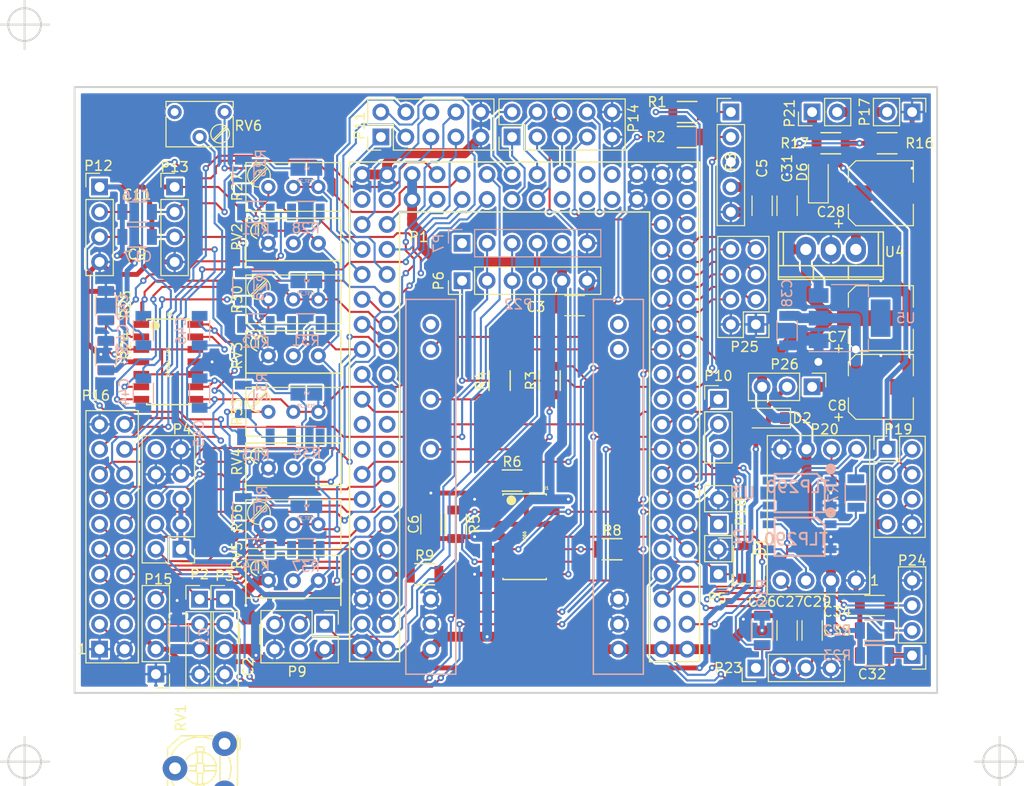
<source format=kicad_pcb>
(kicad_pcb (version 4) (host pcbnew 4.0.6)
  (title_block (date 2017-06-06) (rev 2.0) (comment 1 "Reproduction et commercialisation Interdite") (comment 2 "By Antho.breizh") (comment 3 "Shield 2560 core mini Full ") (comment 4 "For OPENAVRc"))
  (layers (0 F.Cu signal hide) (31 B.Cu signal hide) (34 B.Paste user hide) (35 F.Paste user hide) (36 B.SilkS user hide) (37 F.SilkS user) (38 B.Mask user hide) (39 F.Mask user hide) (44 Edge.Cuts user))
  (net 0 "")
  (net 1 GND)
  (net 2 VCC)
  (net 3 /Trim_RH->)
  (net 4 /Trim_RH<-)
  (net 5 /Trim_RV->)
  (net 6 /Stick_LH)
  (net 7 /Trim_RV<-)
  (net 8 /Stick_LV)
  (net 9 /Trim_LV->)
  (net 10 /Trim_LV<-)
  (net 11 /Trim_LH->)
  (net 12 /Trim_LH<-)
  (net 13 /Stick_RH)
  (net 14 /Stick_RV)
  (net 15 /Sw_id2)
  (net 16 /Sw_gear)
  (net 17 /Sw_ailDR)
  (net 18 /Sw_id1)
  (net 19 /Sw_rudDR)
  (net 20 /Sw_eleDR)
  (net 21 /Sw_turn)
  (net 22 /Sw_thcut)
  (net 23 /Rot_1A)
  (net 24 /Rot_1B)
  (net 25 "Net-(C28-Pad1)")
  (net 26 /Rot_1push)
  (net 27 /Rot_2A)
  (net 28 /Rot_2B)
  (net 29 /Rot_2push)
  (net 30 /Key_UP)
  (net 31 /Key_DOWN)
  (net 32 /Key_LEFT)
  (net 33 "Net-(C38-Pad1)")
  (net 34 /Key_RIGHT)
  (net 35 /Key_MENU)
  (net 36 /Key_ESC)
  (net 37 /Vibreur)
  (net 38 /PPM_TX_OUT)
  (net 39 /PPM_out)
  (net 40 /Lcd_bla)
  (net 41 /Lcd_rst)
  (net 42 /Lcd_r/w)
  (net 43 /Lcd_cs)
  (net 44 /Lcd_A0)
  (net 45 /Lcd_e)
  (net 46 /core_pw10)
  (net 47 /Sda)
  (net 48 /Tele_TX)
  (net 49 /core_pw13)
  (net 50 /Sim_control)
  (net 51 /Microsd_CS)
  (net 52 /audio_left_in)
  (net 53 /Scl)
  (net 54 /PPM_in)
  (net 55 /Tele_RX)
  (net 56 /Pot_1)
  (net 57 /Pot_3)
  (net 58 /Lcd_db7)
  (net 59 /Lcd_db5)
  (net 60 /Lcd_db3)
  (net 61 /Lcd_db1)
  (net 62 /Isp_rst)
  (net 63 /Sck)
  (net 64 /Miso)
  (net 65 /Mosi)
  (net 66 /Lcd_db0)
  (net 67 /Lcd_db2)
  (net 68 /Lcd_db4)
  (net 69 /Lcd_db6)
  (net 70 /U_batt)
  (net 71 /Pot_2)
  (net 72 "Net-(P8-Pad1)")
  (net 73 "Net-(P8-Pad2)")
  (net 74 /LCD_VCC)
  (net 75 /Lcd_vo)
  (net 76 "Net-(P16-Pad5)")
  (net 77 "Net-(P16-Pad18)")
  (net 78 "Net-(P17-Pad2)")
  (net 79 +BATT)
  (net 80 "Net-(P19-Pad2)")
  (net 81 /TX_module)
  (net 82 /RX_module)
  (net 83 /audio_right_in)
  (net 84 "Net-(R5-Pad2)")
  (net 85 "Net-(R6-Pad2)")
  (net 86 "Net-(R7-Pad2)")
  (net 87 "Net-(R8-Pad2)")
  (net 88 "Net-(P22-PadRX)")
  (net 89 "Net-(P22-PadBUSY)")
  (net 90 /Stick_LHcon)
  (net 91 /Stick_LVcon)
  (net 92 /Stick_RHcon)
  (net 93 /Stick_RVcon)
  (net 94 "Net-(C42-Pad1)")
  (net 95 "Net-(C43-Pad2)")
  (net 96 "Net-(C44-Pad2)")
  (net 97 "Net-(C45-Pad2)")
  (net 98 "Net-(C46-Pad2)")
  (net 99 "Net-(R28-Pad2)")
  (net 100 "Net-(R31-Pad2)")
  (net 101 "Net-(R34-Pad2)")
  (net 102 "Net-(R37-Pad2)")
  (net 103 /PH2)
  (net 104 /TXD2)
  (net 105 /RXD2)
  (net 106 "Net-(P20-Pad3)")
  (net 107 "Net-(P20-Pad5)")
  (net 108 "Net-(P18-Pad1)")
  (net 109 "Net-(D1-Pad1)")
  (net 110 "Net-(R11-Pad1)")
  (net 111 "Net-(R12-Pad1)")
  (net 112 "Net-(R13-Pad1)")
  (net 113 "Net-(R14-Pad1)")
  (module Diodes_SMD:D_SOD-123 (layer F.Cu) (at 208.12252 110.13948 90)
    (fp_text reference D1 (at 1.524 1.778 90) (layer F.SilkS))
    (fp_text value MBR0520)
    (pad 1 smd rect (at -1.65 0 90) (size 0.9 1.2) (layers F.Cu F.Paste F.Mask) (net 109 "Net-(D1-Pad1)"))
    (pad 2 smd rect (at 1.65 0 90) (size 0.9 1.2) (layers F.Cu F.Paste F.Mask) (net 1 GND))
  )
  (module anthoperso:SOP4 (layer B.Cu) (at 213.83752 103.15448 180)
    (fp_text reference U3 (at 5.715 0 180) (layer B.SilkS) (effects (font (size 1.2 1.2) (thickness 0.2)) (justify mirror)))
    (fp_text value TLP290 (at 0.381 -4.699 180) (layer B.SilkS) (effects (font (size 1.2 1.2) (thickness 0.2)) (justify mirror)))
    (pad 1 smd rect (at -3.15 1.27 180) (size 1.2 0.8) (layers B.Cu B.Paste B.Mask) (net 86 "Net-(R7-Pad2)"))
    (pad 2 smd rect (at -3.15 -1.27 180) (size 1.2 0.8) (layers B.Cu B.Paste B.Mask) (net 1 GND))
    (pad 3 smd rect (at 3.15 -1.27 180) (size 1.2 0.8) (layers B.Cu B.Paste B.Mask) (net 55 /Tele_RX))
    (pad 4 smd rect (at 3.15 1.27 180) (size 1.2 0.8) (layers B.Cu B.Paste B.Mask) (net 107 "Net-(P20-Pad5)"))
  )
  (module Resistors_SMD:R_1206 (layer B.Cu) (at 157.32252 105.05948 90)
    (fp_text reference R35 (at 1.27 1.905 90) (layer B.SilkS) (effects (justify mirror)))
    (fp_text value 10K)
    (pad 1 smd rect (at -1.45 0 90) (size 0.9 1.7) (layers B.Cu B.Paste B.Mask) (net 98 "Net-(C46-Pad2)"))
    (pad 2 smd rect (at 1.45 0 90) (size 0.9 1.7) (layers B.Cu B.Paste B.Mask) (net 90 /Stick_LHcon))
  )
  (module anthoperso:Connectors-2560-core (layer F.Cu) (at 187.16752 107.59948 180)
    (fp_text reference P1 (at 12.02436 30.47746 360) (layer F.SilkS))
    (fp_text value 2560-core)
    (pad D41 thru_hole circle (at 0 34.29 180) (size 1.7 1.7) (drill 1) (layers *.Cu *.Mask) (net 19 /Sw_rudDR))
    (pad PD6 thru_hole circle (at -2.54 34.29 180) (size 1.7 1.7) (drill 1) (layers *.Cu *.Mask))
    (pad PD4 thru_hole circle (at -5.08 34.29 180) (size 1.7 1.7) (drill 1) (layers *.Cu *.Mask))
    (pad NC thru_hole circle (at -7.62 34.29 180) (size 1.7 1.7) (drill 1) (layers *.Cu *.Mask))
    (pad GND thru_hole circle (at -10.16 34.29 180) (size 1.7 1.7) (drill 1) (layers *.Cu *.Mask) (net 1 GND))
    (pad D37 thru_hole circle (at 2.54 34.29 180) (size 1.7 1.7) (drill 1) (layers *.Cu *.Mask) (net 18 /Sw_id1))
    (pad D35 thru_hole circle (at 5.08 34.29 180) (size 1.7 1.7) (drill 1) (layers *.Cu *.Mask) (net 40 /Lcd_bla))
    (pad D33 thru_hole circle (at 7.62 34.29 180) (size 1.7 1.7) (drill 1) (layers *.Cu *.Mask) (net 41 /Lcd_rst))
    (pad D31 thru_hole circle (at 10.16 34.29 180) (size 1.7 1.7) (drill 1) (layers *.Cu *.Mask) (net 42 /Lcd_r/w))
    (pad VCC thru_hole circle (at 12.7 34.29 180) (size 1.7 1.7) (drill 1) (layers *.Cu *.Mask) (net 2 VCC))
    (pad GND thru_hole circle (at -10.16 36.83 180) (size 1.7 1.7) (drill 1) (layers *.Cu *.Mask) (net 1 GND))
    (pad PG4 thru_hole circle (at -7.62 36.83 180) (size 1.7 1.7) (drill 1) (layers *.Cu *.Mask))
    (pad PD5 thru_hole circle (at -5.08 36.83 180) (size 1.7 1.7) (drill 1) (layers *.Cu *.Mask))
    (pad D38 thru_hole circle (at -2.54 36.83 180) (size 1.7 1.7) (drill 1) (layers *.Cu *.Mask) (net 17 /Sw_ailDR))
    (pad D40 thru_hole circle (at 0 36.83 180) (size 1.7 1.7) (drill 1) (layers *.Cu *.Mask) (net 16 /Sw_gear))
    (pad D36 thru_hole circle (at 2.54 36.83 180) (size 1.7 1.7) (drill 1) (layers *.Cu *.Mask) (net 15 /Sw_id2))
    (pad D34 thru_hole circle (at 5.08 36.83 180) (size 1.7 1.7) (drill 1) (layers *.Cu *.Mask) (net 43 /Lcd_cs))
    (pad D32 thru_hole circle (at 7.62 36.83 180) (size 1.7 1.7) (drill 1) (layers *.Cu *.Mask) (net 44 /Lcd_A0))
    (pad D30 thru_hole circle (at 10.16 36.83 180) (size 1.7 1.7) (drill 1) (layers *.Cu *.Mask) (net 45 /Lcd_e))
    (pad VCC thru_hole circle (at 12.7 36.83 180) (size 1.7 1.7) (drill 1) (layers *.Cu *.Mask) (net 2 VCC))
    (pad GND thru_hole circle (at -12.7 36.83 180) (size 1.7 1.7) (drill 1) (layers *.Cu *.Mask) (net 1 GND))
    (pad PH7 thru_hole circle (at -12.7 34.29 180) (size 1.7 1.7) (drill 1) (layers *.Cu *.Mask))
    (pad 43 thru_hole circle (at -12.7 31.75 180) (size 1.7 1.7) (drill 1) (layers *.Cu *.Mask) (net 20 /Sw_eleDR))
    (pad 45 thru_hole circle (at -12.7 29.21 180) (size 1.7 1.7) (drill 1) (layers *.Cu *.Mask) (net 35 /Key_MENU))
    (pad 47 thru_hole circle (at -12.7 26.67 180) (size 1.7 1.7) (drill 1) (layers *.Cu *.Mask) (net 34 /Key_RIGHT))
    (pad 49 thru_hole circle (at -12.7 24.13 180) (size 1.7 1.7) (drill 1) (layers *.Cu *.Mask) (net 31 /Key_DOWN))
    (pad PW12 thru_hole circle (at -12.7 21.59 180) (size 1.7 1.7) (drill 1) (layers *.Cu *.Mask) (net 39 /PPM_out))
    (pad PW10 thru_hole circle (at -12.7 19.05 180) (size 1.7 1.7) (drill 1) (layers *.Cu *.Mask) (net 46 /core_pw10))
    (pad PWD9 thru_hole circle (at -12.7 16.51 180) (size 1.7 1.7) (drill 1) (layers *.Cu *.Mask))
    (pad PWD7 thru_hole circle (at -12.7 13.97 180) (size 1.7 1.7) (drill 1) (layers *.Cu *.Mask))
    (pad PH2 thru_hole circle (at -12.7 11.43 180) (size 1.7 1.7) (drill 1) (layers *.Cu *.Mask) (net 103 /PH2))
    (pad D20 thru_hole circle (at -12.7 8.89 180) (size 1.7 1.7) (drill 1) (layers *.Cu *.Mask) (net 47 /Sda))
    (pad D18 thru_hole circle (at -12.7 6.35 180) (size 1.7 1.7) (drill 1) (layers *.Cu *.Mask) (net 28 /Rot_2B))
    (pad D16 thru_hole circle (at -12.7 3.81 180) (size 1.7 1.7) (drill 1) (layers *.Cu *.Mask) (net 104 /TXD2))
    (pad D14 thru_hole circle (at -12.7 1.27 180) (size 1.7 1.7) (drill 1) (layers *.Cu *.Mask) (net 29 /Rot_2push))
    (pad PE6 thru_hole circle (at -12.7 -1.27 180) (size 1.7 1.7) (drill 1) (layers *.Cu *.Mask))
    (pad PWD2 thru_hole circle (at -12.7 -3.81 180) (size 1.7 1.7) (drill 1) (layers *.Cu *.Mask) (net 23 /Rot_1A))
    (pad TXD thru_hole circle (at -12.7 -6.35 180) (size 1.7 1.7) (drill 1) (layers *.Cu *.Mask) (net 48 /Tele_TX))
    (pad D4 thru_hole circle (at -12.7 -8.89 180) (size 1.7 1.7) (drill 1) (layers *.Cu *.Mask))
    (pad VCC thru_hole circle (at -12.7 -11.43 180) (size 1.7 1.7) (drill 1) (layers *.Cu *.Mask) (net 2 VCC))
    (pad GND thru_hole circle (at -15.24 36.83 180) (size 1.7 1.7) (drill 1) (layers *.Cu *.Mask) (net 1 GND))
    (pad PG3 thru_hole circle (at -15.24 34.29 180) (size 1.7 1.7) (drill 1) (layers *.Cu *.Mask))
    (pad 42 thru_hole circle (at -15.24 31.75 180) (size 1.7 1.7) (drill 1) (layers *.Cu *.Mask) (net 21 /Sw_turn))
    (pad 44 thru_hole circle (at -15.24 29.21 180) (size 1.7 1.7) (drill 1) (layers *.Cu *.Mask) (net 36 /Key_ESC))
    (pad 46 thru_hole circle (at -15.24 26.67 180) (size 1.7 1.7) (drill 1) (layers *.Cu *.Mask) (net 32 /Key_LEFT))
    (pad 48 thru_hole circle (at -15.24 24.13 180) (size 1.7 1.7) (drill 1) (layers *.Cu *.Mask) (net 30 /Key_UP))
    (pad PW13 thru_hole circle (at -15.24 21.59 180) (size 1.7 1.7) (drill 1) (layers *.Cu *.Mask) (net 49 /core_pw13))
    (pad PW11 thru_hole circle (at -15.24 19.05 180) (size 1.7 1.7) (drill 1) (layers *.Cu *.Mask) (net 50 /Sim_control))
    (pad 53 thru_hole circle (at -15.24 16.51 180) (size 1.7 1.7) (drill 1) (layers *.Cu *.Mask) (net 51 /Microsd_CS))
    (pad PWD8 thru_hole circle (at -15.24 13.97 180) (size 1.7 1.7) (drill 1) (layers *.Cu *.Mask))
    (pad PWD6 thru_hole circle (at -15.24 11.43 180) (size 1.7 1.7) (drill 1) (layers *.Cu *.Mask) (net 52 /audio_left_in))
    (pad D21 thru_hole circle (at -15.24 8.89 180) (size 1.7 1.7) (drill 1) (layers *.Cu *.Mask) (net 53 /Scl))
    (pad D19 thru_hole circle (at -15.24 6.35 180) (size 1.7 1.7) (drill 1) (layers *.Cu *.Mask) (net 27 /Rot_2A))
    (pad D17 thru_hole circle (at -15.24 3.81 180) (size 1.7 1.7) (drill 1) (layers *.Cu *.Mask) (net 105 /RXD2))
    (pad D15 thru_hole circle (at -15.24 1.27 180) (size 1.7 1.7) (drill 1) (layers *.Cu *.Mask) (net 26 /Rot_1push))
    (pad PE7 thru_hole circle (at -15.24 -1.27 180) (size 1.7 1.7) (drill 1) (layers *.Cu *.Mask) (net 54 /PPM_in))
    (pad PWD3 thru_hole circle (at -15.24 -3.81 180) (size 1.7 1.7) (drill 1) (layers *.Cu *.Mask) (net 24 /Rot_1B))
    (pad PWD5 thru_hole circle (at -15.24 -6.35 180) (size 1.7 1.7) (drill 1) (layers *.Cu *.Mask))
    (pad RXD thru_hole circle (at -15.24 -8.89 180) (size 1.7 1.7) (drill 1) (layers *.Cu *.Mask) (net 55 /Tele_RX))
    (pad VCC thru_hole circle (at -15.24 -11.43 180) (size 1.7 1.7) (drill 1) (layers *.Cu *.Mask) (net 2 VCC))
    (pad GND thru_hole circle (at 15.24 36.83 180) (size 1.7 1.7) (drill 1) (layers *.Cu *.Mask) (net 1 GND))
    (pad A0 thru_hole circle (at 15.24 34.29 180) (size 1.7 1.7) (drill 1) (layers *.Cu *.Mask) (net 3 /Trim_RH->))
    (pad A2 thru_hole circle (at 15.24 31.75 180) (size 1.7 1.7) (drill 1) (layers *.Cu *.Mask) (net 5 /Trim_RV->))
    (pad A4 thru_hole circle (at 15.24 29.21 180) (size 1.7 1.7) (drill 1) (layers *.Cu *.Mask) (net 9 /Trim_LV->))
    (pad A6 thru_hole circle (at 15.24 26.67 180) (size 1.7 1.7) (drill 1) (layers *.Cu *.Mask) (net 11 /Trim_LH->))
    (pad A8 thru_hole circle (at 15.24 24.13 180) (size 1.7 1.7) (drill 1) (layers *.Cu *.Mask) (net 13 /Stick_RH))
    (pad A10 thru_hole circle (at 15.24 21.59 180) (size 1.7 1.7) (drill 1) (layers *.Cu *.Mask) (net 14 /Stick_RV))
    (pad A12 thru_hole circle (at 15.24 19.05 180) (size 1.7 1.7) (drill 1) (layers *.Cu *.Mask) (net 56 /Pot_1))
    (pad A14 thru_hole circle (at 15.24 16.51 180) (size 1.7 1.7) (drill 1) (layers *.Cu *.Mask) (net 57 /Pot_3))
    (pad PJ2 thru_hole circle (at 15.24 13.97 180) (size 1.7 1.7) (drill 1) (layers *.Cu *.Mask))
    (pad PJ4 thru_hole circle (at 15.24 11.43 180) (size 1.7 1.7) (drill 1) (layers *.Cu *.Mask))
    (pad PJ6 thru_hole circle (at 15.24 8.89 180) (size 1.7 1.7) (drill 1) (layers *.Cu *.Mask))
    (pad D29 thru_hole circle (at 15.24 6.35 180) (size 1.7 1.7) (drill 1) (layers *.Cu *.Mask) (net 58 /Lcd_db7))
    (pad D27 thru_hole circle (at 15.24 3.81 180) (size 1.7 1.7) (drill 1) (layers *.Cu *.Mask) (net 59 /Lcd_db5))
    (pad D25 thru_hole circle (at 15.24 1.27 180) (size 1.7 1.7) (drill 1) (layers *.Cu *.Mask) (net 60 /Lcd_db3))
    (pad D23 thru_hole circle (at 15.24 -1.27 180) (size 1.7 1.7) (drill 1) (layers *.Cu *.Mask) (net 61 /Lcd_db1))
    (pad PJ7 thru_hole circle (at 15.24 -3.81 180) (size 1.7 1.7) (drill 1) (layers *.Cu *.Mask) (net 37 /Vibreur))
    (pad RESE thru_hole circle (at 15.24 -6.35 180) (size 1.7 1.7) (drill 1) (layers *.Cu *.Mask) (net 62 /Isp_rst))
    (pad SCK thru_hole circle (at 15.24 -8.89 180) (size 1.7 1.7) (drill 1) (layers *.Cu *.Mask) (net 63 /Sck))
    (pad MISO thru_hole circle (at 15.24 -11.43 180) (size 1.7 1.7) (drill 1) (layers *.Cu *.Mask) (net 64 /Miso))
    (pad VCC thru_hole circle (at 17.78 -11.43 180) (size 1.7 1.7) (drill 1) (layers *.Cu *.Mask) (net 2 VCC))
    (pad MOSI thru_hole circle (at 17.78 -8.89 180) (size 1.7 1.7) (drill 1) (layers *.Cu *.Mask) (net 65 /Mosi))
    (pad GND thru_hole circle (at 17.78 -6.35 180) (size 1.7 1.7) (drill 1) (layers *.Cu *.Mask) (net 1 GND))
    (pad D22 thru_hole circle (at 17.78 -3.81 180) (size 1.7 1.7) (drill 1) (layers *.Cu *.Mask) (net 66 /Lcd_db0))
    (pad D24 thru_hole circle (at 17.78 -1.27 180) (size 1.7 1.7) (drill 1) (layers *.Cu *.Mask) (net 67 /Lcd_db2))
    (pad D26 thru_hole circle (at 17.78 1.27 180) (size 1.7 1.7) (drill 1) (layers *.Cu *.Mask) (net 68 /Lcd_db4))
    (pad D28 thru_hole circle (at 17.78 3.81 180) (size 1.7 1.7) (drill 1) (layers *.Cu *.Mask) (net 69 /Lcd_db6))
    (pad D39 thru_hole circle (at 17.78 6.35 180) (size 1.7 1.7) (drill 1) (layers *.Cu *.Mask) (net 22 /Sw_thcut))
    (pad PJ5 thru_hole circle (at 17.78 8.89 180) (size 1.7 1.7) (drill 1) (layers *.Cu *.Mask))
    (pad PJ3 thru_hole circle (at 17.78 11.43 180) (size 1.7 1.7) (drill 1) (layers *.Cu *.Mask))
    (pad A15 thru_hole circle (at 17.78 13.97 180) (size 1.7 1.7) (drill 1) (layers *.Cu *.Mask) (net 70 /U_batt))
    (pad A13 thru_hole circle (at 17.78 16.51 180) (size 1.7 1.7) (drill 1) (layers *.Cu *.Mask) (net 71 /Pot_2))
    (pad A11 thru_hole circle (at 17.78 19.05 180) (size 1.7 1.7) (drill 1) (layers *.Cu *.Mask) (net 6 /Stick_LH))
    (pad A9 thru_hole circle (at 17.78 21.59 180) (size 1.7 1.7) (drill 1) (layers *.Cu *.Mask) (net 8 /Stick_LV))
    (pad A7 thru_hole circle (at 17.78 24.13 180) (size 1.7 1.7) (drill 1) (layers *.Cu *.Mask) (net 12 /Trim_LH<-))
    (pad A5 thru_hole circle (at 17.78 26.67 180) (size 1.7 1.7) (drill 1) (layers *.Cu *.Mask) (net 10 /Trim_LV<-))
    (pad A3 thru_hole circle (at 17.78 29.21 180) (size 1.7 1.7) (drill 1) (layers *.Cu *.Mask) (net 7 /Trim_RV<-))
    (pad A1 thru_hole circle (at 17.78 31.75 180) (size 1.7 1.7) (drill 1) (layers *.Cu *.Mask) (net 4 /Trim_RH<-))
    (pad VREF thru_hole circle (at 17.78 34.29 180) (size 1.7 1.7) (drill 1) (layers *.Cu *.Mask))
    (pad GND thru_hole circle (at 17.78 36.83 180) (size 1.7 1.7) (drill 1) (layers *.Cu *.Mask) (net 1 GND))
  )
  (module Potentiometers:Potentiometer_Trimmer_Bourns_3296W (layer F.Cu) (at 159.86252 106.32948 180)
    (fp_text reference R36 (at 3.175 0.635 270) (layer F.SilkS))
    (fp_text value POT_22k)
    (pad 1 thru_hole circle (at 0 0 180) (size 1.44 1.44) (drill 0.8) (layers *.Cu *.Mask) (net 113 "Net-(R14-Pad1)"))
    (pad 2 thru_hole circle (at -2.54 0 180) (size 1.44 1.44) (drill 0.8) (layers *.Cu *.Mask) (net 6 /Stick_LH))
    (pad 3 thru_hole circle (at -5.08 0 180) (size 1.44 1.44) (drill 0.8) (layers *.Cu *.Mask) (net 6 /Stick_LH))
  )
  (module anthoperso:Pin_Header_Straight_2x10_Pitch2.54mm (layer F.Cu) (at 145.25752 119.02948 180)
    (fp_text reference P16 (at 2.921 25.781 180) (layer F.SilkS))
    (fp_text value LCD)
    (fp_text user 1 (at 4.318 0 180) (layer F.SilkS))
    (pad 1 thru_hole rect (at 2.54 0 180) (size 1.7 1.7) (drill 1) (layers *.Cu *.Mask) (net 1 GND))
    (pad 4 thru_hole oval (at 0 2.54 180) (size 1.7 1.7) (drill 1) (layers *.Cu *.Mask) (net 75 /Lcd_vo))
    (pad 3 thru_hole oval (at 2.54 2.54 180) (size 1.7 1.7) (drill 1) (layers *.Cu *.Mask) (net 74 /LCD_VCC))
    (pad 6 thru_hole oval (at 0 5.08 180) (size 1.7 1.7) (drill 1) (layers *.Cu *.Mask) (net 66 /Lcd_db0))
    (pad 5 thru_hole oval (at 2.54 5.08 180) (size 1.7 1.7) (drill 1) (layers *.Cu *.Mask) (net 76 "Net-(P16-Pad5)"))
    (pad 8 thru_hole oval (at 0 7.62 180) (size 1.7 1.7) (drill 1) (layers *.Cu *.Mask) (net 67 /Lcd_db2))
    (pad 7 thru_hole oval (at 2.54 7.62 180) (size 1.7 1.7) (drill 1) (layers *.Cu *.Mask) (net 61 /Lcd_db1))
    (pad 10 thru_hole oval (at 0 10.16 180) (size 1.7 1.7) (drill 1) (layers *.Cu *.Mask) (net 68 /Lcd_db4))
    (pad 9 thru_hole oval (at 2.54 10.16 180) (size 1.7 1.7) (drill 1) (layers *.Cu *.Mask) (net 60 /Lcd_db3))
    (pad 12 thru_hole oval (at 0 12.7 180) (size 1.7 1.7) (drill 1) (layers *.Cu *.Mask) (net 69 /Lcd_db6))
    (pad 11 thru_hole oval (at 2.54 12.7 180) (size 1.7 1.7) (drill 1) (layers *.Cu *.Mask) (net 59 /Lcd_db5))
    (pad 14 thru_hole oval (at 0 15.24 180) (size 1.7 1.7) (drill 1) (layers *.Cu *.Mask) (net 45 /Lcd_e))
    (pad 13 thru_hole oval (at 2.54 15.24 180) (size 1.7 1.7) (drill 1) (layers *.Cu *.Mask) (net 58 /Lcd_db7))
    (pad 16 thru_hole oval (at 0 17.78 180) (size 1.7 1.7) (drill 1) (layers *.Cu *.Mask) (net 44 /Lcd_A0))
    (pad 15 thru_hole oval (at 2.54 17.78 180) (size 1.7 1.7) (drill 1) (layers *.Cu *.Mask) (net 42 /Lcd_r/w))
    (pad 18 thru_hole oval (at 0 20.32 180) (size 1.7 1.7) (drill 1) (layers *.Cu *.Mask) (net 77 "Net-(P16-Pad18)"))
    (pad 17 thru_hole oval (at 2.54 20.32 180) (size 1.7 1.7) (drill 1) (layers *.Cu *.Mask) (net 41 /Lcd_rst))
    (pad 20 thru_hole oval (at 0 22.86 180) (size 1.7 1.7) (drill 1) (layers *.Cu *.Mask) (net 43 /Lcd_cs))
    (pad 19 thru_hole oval (at 2.54 22.86 180) (size 1.7 1.7) (drill 1) (layers *.Cu *.Mask) (net 1 GND))
    (pad 2 thru_hole circle (at 0 0 180) (size 1.7 1.7) (drill 1) (layers *.Cu *.Mask) (net 1 GND))
  )
  (module Resistors_SMD:R_1206 (layer B.Cu) (at 157.32252 70.76948 90)
    (fp_text reference R26 (at 1.143 1.778 90) (layer B.SilkS) (effects (justify mirror)))
    (fp_text value 10K)
    (pad 1 smd rect (at -1.45 0 90) (size 0.9 1.7) (layers B.Cu B.Paste B.Mask) (net 95 "Net-(C43-Pad2)"))
    (pad 2 smd rect (at 1.45 0 90) (size 0.9 1.7) (layers B.Cu B.Paste B.Mask) (net 92 /Stick_RHcon))
  )
  (module anthoperso:connector_mini-JQ6500-28P (layer B.Cu) (at 185.26252 83.46948 180)
    (fp_text reference P22 (at 0 -0.5 180) (layer B.SilkS) (effects (justify mirror)))
    (fp_text value CONN_JQ6500_28P_mini)
    (pad SPK+ thru_hole circle (at -10.16 -2.54 180) (size 1.7 1.7) (drill 1) (layers *.Cu *.Mask))
    (pad SPK- thru_hole circle (at -10.16 -5.08 180) (size 1.7 1.7) (drill 1) (layers *.Cu *.Mask))
    (pad DACR thru_hole circle (at 8.89 -2.54 180) (size 1.7 1.7) (drill 1) (layers *.Cu *.Mask))
    (pad DACL thru_hole circle (at 8.89 -5.08 180) (size 1.7 1.7) (drill 1) (layers *.Cu *.Mask) (net 83 /audio_right_in))
    (pad RX thru_hole circle (at 8.89 -10.16 180) (size 1.7 1.7) (drill 1) (layers *.Cu *.Mask) (net 88 "Net-(P22-PadRX)"))
    (pad BUSY thru_hole circle (at 8.89 -15.24 180) (size 1.7 1.7) (drill 1) (layers *.Cu *.Mask) (net 89 "Net-(P22-PadBUSY)"))
    (pad GND thru_hole circle (at 8.89 -30.48 180) (size 1.7 1.7) (drill 1) (layers *.Cu *.Mask) (net 1 GND))
    (pad GND thru_hole circle (at 8.89 -33.02 180) (size 1.7 1.7) (drill 1) (layers *.Cu *.Mask) (net 1 GND))
    (pad VCC thru_hole circle (at 8.89 -35.56 180) (size 1.7 1.7) (drill 1) (layers *.Cu *.Mask) (net 2 VCC))
    (pad VCC thru_hole circle (at -10.16 -35.56 180) (size 1.7 1.7) (drill 1) (layers *.Cu *.Mask) (net 2 VCC))
    (pad GND thru_hole circle (at -10.16 -33.02 180) (size 1.7 1.7) (drill 1) (layers *.Cu *.Mask) (net 1 GND))
    (pad GND thru_hole circle (at -10.16 -30.48 180) (size 1.7 1.7) (drill 1) (layers *.Cu *.Mask) (net 1 GND))
  )
  (module TO_SOT_Packages_SMD:SOT-223 (layer B.Cu) (at 218.91752 85.37448)
    (fp_text reference U5 (at 5.715 0) (layer B.SilkS) (effects (justify mirror)))
    (fp_text value LD1117S33TR)
    (pad 4 smd rect (at 3.15 0) (size 2 3.8) (layers B.Cu B.Paste B.Mask))
    (pad 2 smd rect (at -3.15 0) (size 2 1.5) (layers B.Cu B.Paste B.Mask) (net 33 "Net-(C38-Pad1)"))
    (pad 3 smd rect (at -3.15 -2.3) (size 2 1.5) (layers B.Cu B.Paste B.Mask) (net 2 VCC))
    (pad 1 smd rect (at -3.15 2.3) (size 2 1.5) (layers B.Cu B.Paste B.Mask) (net 1 GND))
  )
  (module Potentiometers:Potentiometer_Trimmer_Bourns_3296W (layer F.Cu) (at 159.86252 72.03948 180)
    (fp_text reference R27 (at 3.175 0 270) (layer F.SilkS))
    (fp_text value POT_22k)
    (pad 1 thru_hole circle (at 0 0 180) (size 1.44 1.44) (drill 0.8) (layers *.Cu *.Mask) (net 110 "Net-(R11-Pad1)"))
    (pad 2 thru_hole circle (at -2.54 0 180) (size 1.44 1.44) (drill 0.8) (layers *.Cu *.Mask) (net 13 /Stick_RH))
    (pad 3 thru_hole circle (at -5.08 0 180) (size 1.44 1.44) (drill 0.8) (layers *.Cu *.Mask) (net 13 /Stick_RH))
  )
  (module Capacitors_SMD:C_1206 (layer B.Cu) (at 152.87752 86.64448 270)
    (fp_text reference C46 (at 0.0127 1.8923 270) (layer B.SilkS) (effects (justify mirror)))
    (fp_text value 22nF)
    (pad 1 smd rect (at -1.5 0 270) (size 1 1.6) (layers B.Cu B.Paste B.Mask) (net 6 /Stick_LH))
    (pad 2 smd rect (at 1.5 0 270) (size 1 1.6) (layers B.Cu B.Paste B.Mask) (net 98 "Net-(C46-Pad2)"))
  )
  (module Resistors_SMD:R_1206 (layer B.Cu) (at 158.59252 108.86948)
    (fp_text reference R14 (at 0 1.651) (layer B.SilkS) (effects (justify mirror)))
    (fp_text value 15K)
    (pad 1 smd rect (at -1.45 0) (size 0.9 1.7) (layers B.Cu B.Paste B.Mask) (net 113 "Net-(R14-Pad1)"))
    (pad 2 smd rect (at 1.45 0) (size 0.9 1.7) (layers B.Cu B.Paste B.Mask) (net 98 "Net-(C46-Pad2)"))
  )
  (module Potentiometers:Potentiometer_Bourns_3296W_3-8Zoll_Inline_ScrewUp (layer F.Cu) (at 159.86252 100.61448 270)
    (fp_text reference RV4 (at -0.635 3.175 270) (layer F.SilkS))
    (fp_text value POT_100k)
    (pad 2 thru_hole circle (at 0 -2.54 270) (size 1.524 1.524) (drill 0.8128) (layers *.Cu *.Mask) (net 101 "Net-(R34-Pad2)"))
    (pad 3 thru_hole circle (at 0 -5.08 270) (size 1.524 1.524) (drill 0.8128) (layers *.Cu *.Mask) (net 2 VCC))
    (pad 1 thru_hole circle (at 0 0 270) (size 1.524 1.524) (drill 0.8128) (layers *.Cu *.Mask) (net 1 GND))
  )
  (module Pin_Headers:Pin_Header_Straight_1x04_Pitch2.54mm (layer F.Cu) (at 148.43252 121.56948 180)
    (fp_text reference P15 (at -0.254 9.652 180) (layer F.SilkS))
    (fp_text value LCD_I2C)
    (pad 1 thru_hole rect (at 0 0 180) (size 1.7 1.7) (drill 1) (layers *.Cu *.Mask) (net 1 GND))
    (pad 2 thru_hole oval (at 0 2.54 180) (size 1.7 1.7) (drill 1) (layers *.Cu *.Mask) (net 74 /LCD_VCC))
    (pad 3 thru_hole oval (at 0 5.08 180) (size 1.7 1.7) (drill 1) (layers *.Cu *.Mask) (net 47 /Sda))
    (pad 4 thru_hole oval (at 0 7.62 180) (size 1.7 1.7) (drill 1) (layers *.Cu *.Mask) (net 53 /Scl))
  )
  (module Pin_Headers:Pin_Header_Straight_1x04_Pitch2.54mm (layer F.Cu) (at 142.71752 72.03948)
    (fp_text reference P12 (at -0.127 -2.159) (layer F.SilkS))
    (fp_text value Stick_left)
    (pad 1 thru_hole rect (at 0 0) (size 1.7 1.7) (drill 1) (layers *.Cu *.Mask) (net 2 VCC))
    (pad 2 thru_hole oval (at 0 2.54) (size 1.7 1.7) (drill 1) (layers *.Cu *.Mask) (net 90 /Stick_LHcon))
    (pad 3 thru_hole oval (at 0 5.08) (size 1.7 1.7) (drill 1) (layers *.Cu *.Mask) (net 91 /Stick_LVcon))
    (pad 4 thru_hole oval (at 0 7.62) (size 1.7 1.7) (drill 1) (layers *.Cu *.Mask) (net 1 GND))
  )
  (module Pin_Headers:Pin_Header_Straight_1x04_Pitch2.54mm (layer F.Cu) (at 152.87752 113.94948)
    (fp_text reference P2 (at 0 -2.54) (layer F.SilkS))
    (fp_text value Clock)
    (pad 1 thru_hole rect (at 0 0) (size 1.7 1.7) (drill 1) (layers *.Cu *.Mask) (net 53 /Scl))
    (pad 2 thru_hole oval (at 0 2.54) (size 1.7 1.7) (drill 1) (layers *.Cu *.Mask) (net 47 /Sda))
    (pad 3 thru_hole oval (at 0 5.08) (size 1.7 1.7) (drill 1) (layers *.Cu *.Mask) (net 2 VCC))
    (pad 4 thru_hole oval (at 0 7.62) (size 1.7 1.7) (drill 1) (layers *.Cu *.Mask) (net 1 GND))
  )
  (module Pin_Headers:Pin_Header_Straight_2x05_Pitch2.54mm (layer F.Cu) (at 171.29252 66.95948 90)
    (fp_text reference P11 (at 1.143 -2.159 90) (layer F.SilkS))
    (fp_text value Trim)
    (pad 1 thru_hole rect (at 0 0 90) (size 1.7 1.7) (drill 1) (layers *.Cu *.Mask) (net 11 /Trim_LH->))
    (pad 2 thru_hole oval (at 2.54 0 90) (size 1.7 1.7) (drill 1) (layers *.Cu *.Mask) (net 12 /Trim_LH<-))
    (pad 3 thru_hole oval (at 0 2.54 90) (size 1.7 1.7) (drill 1) (layers *.Cu *.Mask) (net 7 /Trim_RV<-))
    (pad 4 thru_hole oval (at 2.54 2.54 90) (size 1.7 1.7) (drill 1) (layers *.Cu *.Mask) (net 10 /Trim_LV<-))
    (pad 5 thru_hole oval (at 0 5.08 90) (size 1.7 1.7) (drill 1) (layers *.Cu *.Mask) (net 3 /Trim_RH->))
    (pad 6 thru_hole oval (at 2.54 5.08 90) (size 1.7 1.7) (drill 1) (layers *.Cu *.Mask) (net 4 /Trim_RH<-))
    (pad 7 thru_hole oval (at 0 7.62 90) (size 1.7 1.7) (drill 1) (layers *.Cu *.Mask) (net 9 /Trim_LV->))
    (pad 8 thru_hole oval (at 2.54 7.62 90) (size 1.7 1.7) (drill 1) (layers *.Cu *.Mask) (net 5 /Trim_RV->))
    (pad 9 thru_hole oval (at 0 10.16 90) (size 1.7 1.7) (drill 1) (layers *.Cu *.Mask) (net 1 GND))
    (pad 10 thru_hole oval (at 2.54 10.16 90) (size 1.7 1.7) (drill 1) (layers *.Cu *.Mask) (net 1 GND))
  )
  (module Pin_Headers:Pin_Header_Straight_2x05_Pitch2.54mm (layer F.Cu) (at 184.62752 66.95948 90)
    (fp_text reference P14 (at 1.905 12.319 270) (layer F.SilkS))
    (fp_text value Switch)
    (pad 1 thru_hole rect (at 0 0 90) (size 1.7 1.7) (drill 1) (layers *.Cu *.Mask) (net 18 /Sw_id1))
    (pad 2 thru_hole oval (at 2.54 0 90) (size 1.7 1.7) (drill 1) (layers *.Cu *.Mask) (net 15 /Sw_id2))
    (pad 3 thru_hole oval (at 0 2.54 90) (size 1.7 1.7) (drill 1) (layers *.Cu *.Mask) (net 19 /Sw_rudDR))
    (pad 4 thru_hole oval (at 2.54 2.54 90) (size 1.7 1.7) (drill 1) (layers *.Cu *.Mask) (net 16 /Sw_gear))
    (pad 5 thru_hole oval (at 0 5.08 90) (size 1.7 1.7) (drill 1) (layers *.Cu *.Mask) (net 17 /Sw_ailDR))
    (pad 6 thru_hole oval (at 2.54 5.08 90) (size 1.7 1.7) (drill 1) (layers *.Cu *.Mask) (net 22 /Sw_thcut))
    (pad 7 thru_hole oval (at 0 7.62 90) (size 1.7 1.7) (drill 1) (layers *.Cu *.Mask) (net 20 /Sw_eleDR))
    (pad 8 thru_hole oval (at 2.54 7.62 90) (size 1.7 1.7) (drill 1) (layers *.Cu *.Mask) (net 21 /Sw_turn))
    (pad 9 thru_hole oval (at 0 10.16 90) (size 1.7 1.7) (drill 1) (layers *.Cu *.Mask) (net 1 GND))
    (pad 10 thru_hole oval (at 2.54 10.16 90) (size 1.7 1.7) (drill 1) (layers *.Cu *.Mask) (net 1 GND))
  )
  (module Resistors_SMD:R_1206 (layer F.Cu) (at 222.72752 67.59448 180)
    (fp_text reference R16 (at -3.302 0 180) (layer F.SilkS))
    (fp_text value 2.7K)
    (pad 1 smd rect (at -1.45 0 180) (size 0.9 1.7) (layers F.Cu F.Paste F.Mask) (net 1 GND))
    (pad 2 smd rect (at 1.45 0 180) (size 0.9 1.7) (layers F.Cu F.Paste F.Mask) (net 70 /U_batt))
  )
  (module Resistors_SMD:R_1206 (layer F.Cu) (at 217.01252 67.59448 180)
    (fp_text reference R17 (at 3.683 0 180) (layer F.SilkS))
    (fp_text value 5.1K)
    (pad 1 smd rect (at -1.45 0 180) (size 0.9 1.7) (layers F.Cu F.Paste F.Mask) (net 70 /U_batt))
    (pad 2 smd rect (at 1.45 0 180) (size 0.9 1.7) (layers F.Cu F.Paste F.Mask) (net 79 +BATT))
  )
  (module Capacitors_SMD:C_1206 (layer B.Cu) (at 150.71852 117.50548 270)
    (fp_text reference C1 (at 0.254 -2.6035 270) (layer B.SilkS) (effects (justify mirror)))
    (fp_text value 47nF)
    (pad 1 smd rect (at -1.5 0 270) (size 1 1.6) (layers B.Cu B.Paste B.Mask) (net 1 GND))
    (pad 2 smd rect (at 1.5 0 270) (size 1 1.6) (layers B.Cu B.Paste B.Mask) (net 2 VCC))
  )
  (module Pin_Headers:Pin_Header_Straight_2x04_Pitch2.54mm (layer F.Cu) (at 209.39252 86.00948 180)
    (fp_text reference P25 (at 1.143 -2.286 180) (layer F.SilkS))
    (fp_text value Key_select_menu_ESC)
    (pad 1 thru_hole rect (at 0 0 180) (size 1.7 1.7) (drill 1) (layers *.Cu *.Mask) (net 1 GND))
    (pad 2 thru_hole oval (at 2.54 0 180) (size 1.7 1.7) (drill 1) (layers *.Cu *.Mask) (net 1 GND))
    (pad 3 thru_hole oval (at 0 2.54 180) (size 1.7 1.7) (drill 1) (layers *.Cu *.Mask) (net 30 /Key_UP))
    (pad 4 thru_hole oval (at 2.54 2.54 180) (size 1.7 1.7) (drill 1) (layers *.Cu *.Mask) (net 31 /Key_DOWN))
    (pad 5 thru_hole oval (at 0 5.08 180) (size 1.7 1.7) (drill 1) (layers *.Cu *.Mask) (net 32 /Key_LEFT))
    (pad 6 thru_hole oval (at 2.54 5.08 180) (size 1.7 1.7) (drill 1) (layers *.Cu *.Mask) (net 34 /Key_RIGHT))
    (pad 7 thru_hole oval (at 0 7.62 180) (size 1.7 1.7) (drill 1) (layers *.Cu *.Mask) (net 36 /Key_ESC))
    (pad 8 thru_hole oval (at 2.54 7.62 180) (size 1.7 1.7) (drill 1) (layers *.Cu *.Mask) (net 35 /Key_MENU))
  )
  (module Capacitors_SMD:C_1206 (layer B.Cu) (at 146.52752 74.57948)
    (fp_text reference C16 (at -0.127 -1.651) (layer B.SilkS) (effects (justify mirror)))
    (fp_text value 100nF)
    (pad 1 smd rect (at -1.5 0) (size 1 1.6) (layers B.Cu B.Paste B.Mask) (net 2 VCC))
    (pad 2 smd rect (at 1.5 0) (size 1 1.6) (layers B.Cu B.Paste B.Mask) (net 92 /Stick_RHcon))
  )
  (module Potentiometers:Potentiometer_Bourns_3296W_3-8Zoll_Inline_ScrewUp (layer F.Cu) (at 159.86252 112.04448 270)
    (fp_text reference RV5 (at -2.54 3.175 270) (layer F.SilkS))
    (fp_text value POT_100k)
    (pad 2 thru_hole circle (at 0 -2.54 270) (size 1.524 1.524) (drill 0.8128) (layers *.Cu *.Mask) (net 102 "Net-(R37-Pad2)"))
    (pad 3 thru_hole circle (at 0 -5.08 270) (size 1.524 1.524) (drill 0.8128) (layers *.Cu *.Mask) (net 2 VCC))
    (pad 1 thru_hole circle (at 0 0 270) (size 1.524 1.524) (drill 0.8128) (layers *.Cu *.Mask) (net 1 GND))
  )
  (module Capacitors_SMD:C_1206 (layer B.Cu) (at 152.87752 92.99448 90)
    (fp_text reference C45 (at -4.1148 -0.06604 90) (layer B.SilkS) (effects (justify mirror)))
    (fp_text value 22nF)
    (pad 1 smd rect (at -1.5 0 90) (size 1 1.6) (layers B.Cu B.Paste B.Mask) (net 8 /Stick_LV))
    (pad 2 smd rect (at 1.5 0 90) (size 1 1.6) (layers B.Cu B.Paste B.Mask) (net 97 "Net-(C45-Pad2)"))
  )
  (module Capacitors_SMD:C_1206 (layer F.Cu) (at 215.10752 117.12448 90)
    (fp_text reference C29 (at 2.921 0.508 180) (layer F.SilkS))
    (fp_text value 100nF)
    (pad 1 smd rect (at -1.5 0 90) (size 1 1.6) (layers F.Cu F.Paste F.Mask) (net 23 /Rot_1A))
    (pad 2 smd rect (at 1.5 0 90) (size 1 1.6) (layers F.Cu F.Paste F.Mask) (net 1 GND))
  )
  (module Resistors_SMD:R_1206 (layer B.Cu) (at 221.45752 117.12448)
    (fp_text reference R22 (at -3.81 0) (layer B.SilkS) (effects (justify mirror)))
    (fp_text value 5.1k)
    (pad 1 smd rect (at -1.45 0) (size 0.9 1.7) (layers B.Cu B.Paste B.Mask) (net 2 VCC))
    (pad 2 smd rect (at 1.45 0) (size 0.9 1.7) (layers B.Cu B.Paste B.Mask) (net 28 /Rot_2B))
  )
  (module Resistors_SMD:R_1206 (layer B.Cu) (at 163.67252 74.57948)
    (fp_text reference R28 (at 0 1.651) (layer B.SilkS) (effects (justify mirror)))
    (fp_text value 10K)
    (pad 1 smd rect (at -1.45 0) (size 0.9 1.7) (layers B.Cu B.Paste B.Mask) (net 95 "Net-(C43-Pad2)"))
    (pad 2 smd rect (at 1.45 0) (size 0.9 1.7) (layers B.Cu B.Paste B.Mask) (net 99 "Net-(R28-Pad2)"))
  )
  (module Potentiometers:Potentiometer_Triwood_RM-065 (layer F.Cu) (at 155.41752 133.63448 90)
    (fp_text reference RV1 (at 7.62 -4.445 90) (layer F.SilkS))
    (fp_text value 200K)
    (pad 2 thru_hole circle (at 2.49936 -5.03936 90) (size 2.49936 2.49936) (drill 1.19888) (layers *.Cu *.Mask) (net 75 /Lcd_vo))
    (pad 3 thru_hole circle (at 4.99872 0 90) (size 2.49936 2.49936) (drill 1.19888) (layers *.Cu *.Mask) (net 76 "Net-(P16-Pad5)"))
    (pad 1 thru_hole circle (at 0 0 90) (size 2.49936 2.49936) (drill 1.19888) (layers *.Cu *.Mask) (net 1 GND))
  )
  (module Capacitors_SMD:C_1206 (layer B.Cu) (at 212.56752 86.64448 270)
    (fp_text reference C38 (at -3.81 0 270) (layer B.SilkS) (effects (justify mirror)))
    (fp_text value 100nF)
    (pad 1 smd rect (at -1.5 0 270) (size 1 1.6) (layers B.Cu B.Paste B.Mask) (net 33 "Net-(C38-Pad1)"))
    (pad 2 smd rect (at 1.5 0 270) (size 1 1.6) (layers B.Cu B.Paste B.Mask) (net 1 GND))
  )
  (module Capacitors_SMD:C_1206 (layer F.Cu) (at 221.45752 114.58448 180)
    (fp_text reference C34 (at 3.81 -0.635 180) (layer F.SilkS))
    (fp_text value 100nF)
    (pad 1 smd rect (at -1.5 0 180) (size 1 1.6) (layers F.Cu F.Paste F.Mask) (net 27 /Rot_2A))
    (pad 2 smd rect (at 1.5 0 180) (size 1 1.6) (layers F.Cu F.Paste F.Mask) (net 1 GND))
  )
  (module Capacitors_SMD:C_1206 (layer F.Cu) (at 221.45752 117.12448 180)
    (fp_text reference C33 (at 3.81 0 180) (layer F.SilkS))
    (fp_text value 100nF)
    (pad 1 smd rect (at -1.5 0 180) (size 1 1.6) (layers F.Cu F.Paste F.Mask) (net 28 /Rot_2B))
    (pad 2 smd rect (at 1.5 0 180) (size 1 1.6) (layers F.Cu F.Paste F.Mask) (net 1 GND))
  )
  (module Capacitors_SMD:C_1206 (layer F.Cu) (at 221.45752 119.66448 180)
    (fp_text reference C32 (at 0.254 -1.905 180) (layer F.SilkS))
    (fp_text value 100nF)
    (pad 1 smd rect (at -1.5 0 180) (size 1 1.6) (layers F.Cu F.Paste F.Mask) (net 29 /Rot_2push))
    (pad 2 smd rect (at 1.5 0 180) (size 1 1.6) (layers F.Cu F.Paste F.Mask) (net 1 GND))
  )
  (module Capacitors_SMD:C_1206 (layer F.Cu) (at 212.56752 73.94448 90)
    (fp_text reference C31 (at 3.81 0 90) (layer F.SilkS))
    (fp_text value 100nF)
    (pad 1 smd rect (at -1.5 0 90) (size 1 1.6) (layers F.Cu F.Paste F.Mask) (net 2 VCC))
    (pad 2 smd rect (at 1.5 0 90) (size 1 1.6) (layers F.Cu F.Paste F.Mask) (net 1 GND))
  )
  (module Capacitors_SMD:C_1206 (layer F.Cu) (at 212.56752 117.12448 90)
    (fp_text reference C27 (at 2.921 0.254 180) (layer F.SilkS))
    (fp_text value 100nF)
    (pad 1 smd rect (at -1.5 0 90) (size 1 1.6) (layers F.Cu F.Paste F.Mask) (net 24 /Rot_1B))
    (pad 2 smd rect (at 1.5 0 90) (size 1 1.6) (layers F.Cu F.Paste F.Mask) (net 1 GND))
  )
  (module Capacitors_SMD:C_1206 (layer F.Cu) (at 210.02752 117.12448 90)
    (fp_text reference C26 (at 2.921 0 180) (layer F.SilkS))
    (fp_text value 100nF)
    (pad 1 smd rect (at -1.5 0 90) (size 1 1.6) (layers F.Cu F.Paste F.Mask) (net 26 /Rot_1push))
    (pad 2 smd rect (at 1.5 0 90) (size 1 1.6) (layers F.Cu F.Paste F.Mask) (net 1 GND))
  )
  (module Capacitors_SMD:C_1206 (layer B.Cu) (at 146.52752 77.11948)
    (fp_text reference C17 (at 0.07366 1.99644) (layer B.SilkS) (effects (justify mirror)))
    (fp_text value 100nF)
    (pad 1 smd rect (at -1.5 0) (size 1 1.6) (layers B.Cu B.Paste B.Mask) (net 2 VCC))
    (pad 2 smd rect (at 1.5 0) (size 1 1.6) (layers B.Cu B.Paste B.Mask) (net 93 /Stick_RVcon))
  )
  (module Capacitors_SMD:C_1206 (layer F.Cu) (at 146.52752 77.11948 180)
    (fp_text reference C11 (at 0 4.318 180) (layer F.SilkS))
    (fp_text value 100nF)
    (pad 1 smd rect (at -1.5 0 180) (size 1 1.6) (layers F.Cu F.Paste F.Mask) (net 2 VCC))
    (pad 2 smd rect (at 1.5 0 180) (size 1 1.6) (layers F.Cu F.Paste F.Mask) (net 91 /Stick_LVcon))
  )
  (module Capacitors_SMD:C_1206 (layer F.Cu) (at 146.52752 74.57948 180)
    (fp_text reference C9 (at 0 -4.318 180) (layer F.SilkS))
    (fp_text value 100nF)
    (pad 1 smd rect (at -1.5 0 180) (size 1 1.6) (layers F.Cu F.Paste F.Mask) (net 2 VCC))
    (pad 2 smd rect (at 1.5 0 180) (size 1 1.6) (layers F.Cu F.Paste F.Mask) (net 90 /Stick_LHcon))
  )
  (module Capacitors_SMD:C_1206 (layer F.Cu) (at 210.02752 73.94448 90)
    (fp_text reference C5 (at 3.81 0 90) (layer F.SilkS))
    (fp_text value 47nF)
    (pad 1 smd rect (at -1.5 0 90) (size 1 1.6) (layers F.Cu F.Paste F.Mask) (net 1 GND))
    (pad 2 smd rect (at 1.5 0 90) (size 1 1.6) (layers F.Cu F.Paste F.Mask) (net 2 VCC))
  )
  (module Capacitors_SMD:C_1206 (layer F.Cu) (at 190.97752 84.10448 180)
    (fp_text reference C3 (at 3.937 -0.127 360) (layer F.SilkS))
    (fp_text value 47nF)
    (pad 1 smd rect (at -1.5 0 180) (size 1 1.6) (layers F.Cu F.Paste F.Mask) (net 1 GND))
    (pad 2 smd rect (at 1.5 0 180) (size 1 1.6) (layers F.Cu F.Paste F.Mask) (net 2 VCC))
  )
  (module Capacitors_SMD:C_1206 (layer F.Cu) (at 157.95752 117.50548 270)
    (fp_text reference C2 (at 3.302 0.127 270) (layer F.SilkS))
    (fp_text value 47nF)
    (pad 1 smd rect (at -1.5 0 270) (size 1 1.6) (layers F.Cu F.Paste F.Mask) (net 1 GND))
    (pad 2 smd rect (at 1.5 0 270) (size 1 1.6) (layers F.Cu F.Paste F.Mask) (net 2 VCC))
  )
  (module Diodes_SMD:D_SOD-123 (layer F.Cu) (at 210.66252 95.53448 180)
    (fp_text reference D2 (at -3.429 0 180) (layer F.SilkS))
    (fp_text value MBR0520)
    (pad 1 smd rect (at -1.65 0 180) (size 0.9 1.2) (layers F.Cu F.Paste F.Mask) (net 38 /PPM_TX_OUT))
    (pad 2 smd rect (at 1.65 0 180) (size 0.9 1.2) (layers F.Cu F.Paste F.Mask) (net 39 /PPM_out))
  )
  (module Resistors_SMD:R_1206 (layer F.Cu) (at 202.40752 64.41948 180)
    (fp_text reference R1 (at 3.048 1.016 180) (layer F.SilkS))
    (fp_text value 22K)
    (pad 1 smd rect (at -1.45 0 180) (size 0.9 1.7) (layers F.Cu F.Paste F.Mask) (net 72 "Net-(P8-Pad1)"))
    (pad 2 smd rect (at 1.45 0 180) (size 0.9 1.7) (layers F.Cu F.Paste F.Mask) (net 52 /audio_left_in))
  )
  (module Resistors_SMD:R_1206 (layer F.Cu) (at 202.40752 66.95948 180)
    (fp_text reference R2 (at 3.175 0 180) (layer F.SilkS))
    (fp_text value 22K)
    (pad 1 smd rect (at -1.45 0 180) (size 0.9 1.7) (layers F.Cu F.Paste F.Mask) (net 73 "Net-(P8-Pad2)"))
    (pad 2 smd rect (at 1.45 0 180) (size 0.9 1.7) (layers F.Cu F.Paste F.Mask) (net 83 /audio_right_in))
  )
  (module Resistors_SMD:R_1206 (layer F.Cu) (at 178.91252 106.32948 90)
    (fp_text reference R5 (at 0 1.905 270) (layer F.SilkS))
    (fp_text value 10K)
    (pad 1 smd rect (at -1.45 0 90) (size 0.9 1.7) (layers F.Cu F.Paste F.Mask) (net 2 VCC))
    (pad 2 smd rect (at 1.45 0 90) (size 0.9 1.7) (layers F.Cu F.Paste F.Mask) (net 84 "Net-(R5-Pad2)"))
  )
  (module Resistors_SMD:R_1206 (layer F.Cu) (at 184.62752 101.88448)
    (fp_text reference R6 (at 0 -1.905) (layer F.SilkS))
    (fp_text value 10K)
    (pad 1 smd rect (at -1.45 0) (size 0.9 1.7) (layers F.Cu F.Paste F.Mask) (net 1 GND))
    (pad 2 smd rect (at 1.45 0) (size 0.9 1.7) (layers F.Cu F.Paste F.Mask) (net 85 "Net-(R6-Pad2)"))
  )
  (module Resistors_SMD:R_1206 (layer F.Cu) (at 194.78752 108.86948 180)
    (fp_text reference R8 (at 0 1.905 180) (layer F.SilkS))
    (fp_text value 200)
    (pad 1 smd rect (at -1.45 0 180) (size 0.9 1.7) (layers F.Cu F.Paste F.Mask) (net 108 "Net-(P18-Pad1)"))
    (pad 2 smd rect (at 1.45 0 180) (size 0.9 1.7) (layers F.Cu F.Paste F.Mask) (net 87 "Net-(R8-Pad2)"))
  )
  (module Resistors_SMD:R_1206 (layer B.Cu) (at 210.02752 117.12448 270)
    (fp_text reference R19 (at -3.81 0 270) (layer B.SilkS) (effects (justify mirror)))
    (fp_text value 5.1k)
    (pad 1 smd rect (at -1.45 0 270) (size 0.9 1.7) (layers B.Cu B.Paste B.Mask) (net 2 VCC))
    (pad 2 smd rect (at 1.45 0 270) (size 0.9 1.7) (layers B.Cu B.Paste B.Mask) (net 26 /Rot_1push))
  )
  (module Resistors_SMD:R_1206 (layer B.Cu) (at 221.45752 119.66448)
    (fp_text reference R23 (at -3.81 0) (layer B.SilkS) (effects (justify mirror)))
    (fp_text value 5.1k)
    (pad 1 smd rect (at -1.45 0) (size 0.9 1.7) (layers B.Cu B.Paste B.Mask) (net 2 VCC))
    (pad 2 smd rect (at 1.45 0) (size 0.9 1.7) (layers B.Cu B.Paste B.Mask) (net 29 /Rot_2push))
  )
  (module Resistors_SMD:R_1206 (layer F.Cu) (at 188.43752 91.72448 270)
    (fp_text reference R3 (at 0 1.905 270) (layer F.SilkS))
    (fp_text value 18K)
    (pad 1 smd rect (at -1.45 0 270) (size 0.9 1.7) (layers F.Cu F.Paste F.Mask) (net 46 /core_pw10))
    (pad 2 smd rect (at 1.45 0 270) (size 0.9 1.7) (layers F.Cu F.Paste F.Mask) (net 89 "Net-(P22-PadBUSY)"))
  )
  (module Resistors_SMD:R_1206 (layer F.Cu) (at 183.35752 91.72448 270)
    (fp_text reference R4 (at 0 1.905 270) (layer F.SilkS))
    (fp_text value 1K)
    (pad 1 smd rect (at -1.45 0 270) (size 0.9 1.7) (layers F.Cu F.Paste F.Mask) (net 49 /core_pw13))
    (pad 2 smd rect (at 1.45 0 270) (size 0.9 1.7) (layers F.Cu F.Paste F.Mask) (net 88 "Net-(P22-PadRX)"))
  )
  (module Capacitors_SMD:C_1206 (layer B.Cu) (at 143.35252 84.10448 90)
    (fp_text reference C42 (at -0.17018 1.73228 90) (layer B.SilkS) (effects (justify mirror)))
    (fp_text value 6.8nF)
    (pad 1 smd rect (at -1.5 0 90) (size 1 1.6) (layers B.Cu B.Paste B.Mask) (net 94 "Net-(C42-Pad1)"))
    (pad 2 smd rect (at 1.5 0 90) (size 1 1.6) (layers B.Cu B.Paste B.Mask) (net 1 GND))
  )
  (module Capacitors_SMD:C_1206 (layer B.Cu) (at 147.16252 86.64448 270)
    (fp_text reference C43 (at 0.73406 2.10312 270) (layer B.SilkS) (effects (justify mirror)))
    (fp_text value 22nF)
    (pad 1 smd rect (at -1.5 0 270) (size 1 1.6) (layers B.Cu B.Paste B.Mask) (net 13 /Stick_RH))
    (pad 2 smd rect (at 1.5 0 270) (size 1 1.6) (layers B.Cu B.Paste B.Mask) (net 95 "Net-(C43-Pad2)"))
  )
  (module Capacitors_SMD:C_1206 (layer B.Cu) (at 147.16252 92.99448 90)
    (fp_text reference C44 (at 0.09144 -1.94056 90) (layer B.SilkS) (effects (justify mirror)))
    (fp_text value 22nF)
    (pad 1 smd rect (at -1.5 0 90) (size 1 1.6) (layers B.Cu B.Paste B.Mask) (net 14 /Stick_RV))
    (pad 2 smd rect (at 1.5 0 90) (size 1 1.6) (layers B.Cu B.Paste B.Mask) (net 96 "Net-(C44-Pad2)"))
  )
  (module Resistors_SMD:R_1206 (layer F.Cu) (at 143.35252 89.18448 90)
    (fp_text reference R24 (at 1.016 2.032 90) (layer F.SilkS))
    (fp_text value 33K)
    (pad 1 smd rect (at -1.45 0 90) (size 0.9 1.7) (layers F.Cu F.Paste F.Mask) (net 2 VCC))
    (pad 2 smd rect (at 1.45 0 90) (size 0.9 1.7) (layers F.Cu F.Paste F.Mask) (net 94 "Net-(C42-Pad1)"))
  )
  (module Resistors_SMD:R_1206 (layer F.Cu) (at 143.35252 84.10448 90)
    (fp_text reference R25 (at 0.127 2.032 90) (layer F.SilkS))
    (fp_text value 33K)
    (pad 1 smd rect (at -1.45 0 90) (size 0.9 1.7) (layers F.Cu F.Paste F.Mask) (net 94 "Net-(C42-Pad1)"))
    (pad 2 smd rect (at 1.45 0 90) (size 0.9 1.7) (layers F.Cu F.Paste F.Mask) (net 1 GND))
  )
  (module Resistors_SMD:R_1206 (layer B.Cu) (at 157.32252 82.19948 90)
    (fp_text reference R29 (at 0.00508 1.91262 90) (layer B.SilkS) (effects (justify mirror)))
    (fp_text value 10K)
    (pad 1 smd rect (at -1.45 0 90) (size 0.9 1.7) (layers B.Cu B.Paste B.Mask) (net 96 "Net-(C44-Pad2)"))
    (pad 2 smd rect (at 1.45 0 90) (size 0.9 1.7) (layers B.Cu B.Paste B.Mask) (net 93 /Stick_RVcon))
  )
  (module Resistors_SMD:R_1206 (layer B.Cu) (at 163.67252 86.00948)
    (fp_text reference R31 (at 0 1.651) (layer B.SilkS) (effects (justify mirror)))
    (fp_text value 10K)
    (pad 1 smd rect (at -1.45 0) (size 0.9 1.7) (layers B.Cu B.Paste B.Mask) (net 96 "Net-(C44-Pad2)"))
    (pad 2 smd rect (at 1.45 0) (size 0.9 1.7) (layers B.Cu B.Paste B.Mask) (net 100 "Net-(R31-Pad2)"))
  )
  (module Resistors_SMD:R_1206 (layer B.Cu) (at 157.32252 93.62948 90)
    (fp_text reference R32 (at 1.27 1.905 90) (layer B.SilkS) (effects (justify mirror)))
    (fp_text value 10K)
    (pad 1 smd rect (at -1.45 0 90) (size 0.9 1.7) (layers B.Cu B.Paste B.Mask) (net 97 "Net-(C45-Pad2)"))
    (pad 2 smd rect (at 1.45 0 90) (size 0.9 1.7) (layers B.Cu B.Paste B.Mask) (net 91 /Stick_LVcon))
  )
  (module Resistors_SMD:R_1206 (layer B.Cu) (at 163.67252 97.43948)
    (fp_text reference R34 (at 0.127 1.651) (layer B.SilkS) (effects (justify mirror)))
    (fp_text value 10K)
    (pad 1 smd rect (at -1.45 0) (size 0.9 1.7) (layers B.Cu B.Paste B.Mask) (net 97 "Net-(C45-Pad2)"))
    (pad 2 smd rect (at 1.45 0) (size 0.9 1.7) (layers B.Cu B.Paste B.Mask) (net 101 "Net-(R34-Pad2)"))
  )
  (module Resistors_SMD:R_1206 (layer B.Cu) (at 163.67252 108.86948)
    (fp_text reference R37 (at 0 1.778) (layer B.SilkS) (effects (justify mirror)))
    (fp_text value 10K)
    (pad 1 smd rect (at -1.45 0) (size 0.9 1.7) (layers B.Cu B.Paste B.Mask) (net 98 "Net-(C46-Pad2)"))
    (pad 2 smd rect (at 1.45 0) (size 0.9 1.7) (layers B.Cu B.Paste B.Mask) (net 102 "Net-(R37-Pad2)"))
  )
  (module Potentiometers:Potentiometer_Bourns_3296W_3-8Zoll_Inline_ScrewUp (layer F.Cu) (at 159.86252 77.75448 270)
    (fp_text reference RV2 (at -0.635 3.175 270) (layer F.SilkS))
    (fp_text value POT_100k)
    (pad 2 thru_hole circle (at 0 -2.54 270) (size 1.524 1.524) (drill 0.8128) (layers *.Cu *.Mask) (net 99 "Net-(R28-Pad2)"))
    (pad 3 thru_hole circle (at 0 -5.08 270) (size 1.524 1.524) (drill 0.8128) (layers *.Cu *.Mask) (net 2 VCC))
    (pad 1 thru_hole circle (at 0 0 270) (size 1.524 1.524) (drill 0.8128) (layers *.Cu *.Mask) (net 1 GND))
  )
  (module Potentiometers:Potentiometer_Bourns_3296W_3-8Zoll_Inline_ScrewUp (layer F.Cu) (at 159.86252 89.18448 270)
    (fp_text reference RV3 (at 0 3.175 270) (layer F.SilkS))
    (fp_text value POT_100k)
    (pad 2 thru_hole circle (at 0 -2.54 270) (size 1.524 1.524) (drill 0.8128) (layers *.Cu *.Mask) (net 100 "Net-(R31-Pad2)"))
    (pad 3 thru_hole circle (at 0 -5.08 270) (size 1.524 1.524) (drill 0.8128) (layers *.Cu *.Mask) (net 2 VCC))
    (pad 1 thru_hole circle (at 0 0 270) (size 1.524 1.524) (drill 0.8128) (layers *.Cu *.Mask) (net 1 GND))
  )
  (module Resistors_SMD:R_1206 (layer B.Cu) (at 158.59252 74.57948)
    (fp_text reference R11 (at 0 1.778) (layer B.SilkS) (effects (justify mirror)))
    (fp_text value 15K)
    (pad 1 smd rect (at -1.45 0) (size 0.9 1.7) (layers B.Cu B.Paste B.Mask) (net 110 "Net-(R11-Pad1)"))
    (pad 2 smd rect (at 1.45 0) (size 0.9 1.7) (layers B.Cu B.Paste B.Mask) (net 95 "Net-(C43-Pad2)"))
  )
  (module Pin_Headers:Pin_Header_Straight_1x03_Pitch2.54mm (layer F.Cu) (at 205.58252 93.62948)
    (fp_text reference P10 (at 0 -2.39) (layer F.SilkS))
    (fp_text value SPI_libre)
    (pad 1 thru_hole rect (at 0 0) (size 1.7 1.7) (drill 1) (layers *.Cu *.Mask) (net 103 /PH2))
    (pad 2 thru_hole oval (at 0 2.54) (size 1.7 1.7) (drill 1) (layers *.Cu *.Mask) (net 104 /TXD2))
    (pad 3 thru_hole oval (at 0 5.08) (size 1.7 1.7) (drill 1) (layers *.Cu *.Mask) (net 105 /RXD2))
  )
  (module Resistors_SMD:R_1206 (layer B.Cu) (at 219.55252 103.15448 270)
    (fp_text reference R7 (at 0 2.3 270) (layer B.SilkS) (effects (justify mirror)))
    (fp_text value 500)
    (pad 1 smd rect (at -1.45 0 270) (size 0.9 1.7) (layers B.Cu B.Paste B.Mask) (net 79 +BATT))
    (pad 2 smd rect (at 1.45 0 270) (size 0.9 1.7) (layers B.Cu B.Paste B.Mask) (net 86 "Net-(R7-Pad2)"))
  )
  (module anthoperso:SOP4 (layer B.Cu) (at 213.83752 107.59948 180)
    (fp_text reference U2 (at 5.715 0 180) (layer B.SilkS) (effects (font (size 1.2 1.2) (thickness 0.2)) (justify mirror)))
    (fp_text value TLP290 (at 0.1905 5.08 180) (layer B.SilkS) (effects (font (size 1.2 1.2) (thickness 0.2)) (justify mirror)))
    (pad 1 smd rect (at -3.15 1.27 180) (size 1.2 0.8) (layers B.Cu B.Paste B.Mask) (net 86 "Net-(R7-Pad2)"))
    (pad 2 smd rect (at -3.15 -1.27 180) (size 1.2 0.8) (layers B.Cu B.Paste B.Mask) (net 1 GND))
    (pad 3 smd rect (at 3.15 -1.27 180) (size 1.2 0.8) (layers B.Cu B.Paste B.Mask) (net 106 "Net-(P20-Pad3)"))
    (pad 4 smd rect (at 3.15 1.27 180) (size 1.2 0.8) (layers B.Cu B.Paste B.Mask) (net 48 /Tele_TX))
  )
  (module Pin_Headers:Pin_Header_Straight_1x02_Pitch2.54mm (layer F.Cu) (at 205.58252 106.32948 180)
    (fp_text reference P18 (at -2.286 1.27 270) (layer F.SilkS))
    (fp_text value Ecolage)
    (pad 1 thru_hole rect (at 0 0 180) (size 1.7 1.7) (drill 1) (layers *.Cu *.Mask) (net 108 "Net-(P18-Pad1)"))
    (pad 2 thru_hole oval (at 0 2.54 180) (size 1.7 1.7) (drill 1) (layers *.Cu *.Mask) (net 1 GND))
  )
  (module Pin_Headers:Pin_Header_Straight_1x04_Pitch2.54mm (layer F.Cu) (at 155.41752 113.94948)
    (fp_text reference P3 (at 0 -2.39) (layer F.SilkS))
    (fp_text value Option)
    (pad 1 thru_hole rect (at 0 0) (size 1.7 1.7) (drill 1) (layers *.Cu *.Mask) (net 53 /Scl))
    (pad 2 thru_hole oval (at 0 2.54) (size 1.7 1.7) (drill 1) (layers *.Cu *.Mask) (net 47 /Sda))
    (pad 3 thru_hole oval (at 0 5.08) (size 1.7 1.7) (drill 1) (layers *.Cu *.Mask) (net 2 VCC))
    (pad 4 thru_hole oval (at 0 7.62) (size 1.7 1.7) (drill 1) (layers *.Cu *.Mask) (net 1 GND))
  )
  (module Pin_Headers:Pin_Header_Straight_2x05_Pitch2.54mm (layer F.Cu) (at 150.97252 108.86948 180)
    (fp_text reference P4 (at -0.127 12.192 180) (layer F.SilkS))
    (fp_text value Potentiometre)
    (pad 1 thru_hole rect (at 0 0 180) (size 1.7 1.7) (drill 1) (layers *.Cu *.Mask) (net 2 VCC))
    (pad 2 thru_hole oval (at 2.54 0 180) (size 1.7 1.7) (drill 1) (layers *.Cu *.Mask) (net 71 /Pot_2))
    (pad 3 thru_hole oval (at 0 2.54 180) (size 1.7 1.7) (drill 1) (layers *.Cu *.Mask) (net 2 VCC))
    (pad 4 thru_hole oval (at 2.54 2.54 180) (size 1.7 1.7) (drill 1) (layers *.Cu *.Mask) (net 57 /Pot_3))
    (pad 5 thru_hole oval (at 0 5.08 180) (size 1.7 1.7) (drill 1) (layers *.Cu *.Mask) (net 2 VCC))
    (pad 6 thru_hole oval (at 2.54 5.08 180) (size 1.7 1.7) (drill 1) (layers *.Cu *.Mask) (net 56 /Pot_1))
    (pad 7 thru_hole oval (at 0 7.62 180) (size 1.7 1.7) (drill 1) (layers *.Cu *.Mask) (net 1 GND))
    (pad 8 thru_hole oval (at 2.54 7.62 180) (size 1.7 1.7) (drill 1) (layers *.Cu *.Mask) (net 1 GND))
    (pad 9 thru_hole oval (at 0 10.16 180) (size 1.7 1.7) (drill 1) (layers *.Cu *.Mask) (net 1 GND))
    (pad 10 thru_hole oval (at 2.54 10.16 180) (size 1.7 1.7) (drill 1) (layers *.Cu *.Mask))
  )
  (module Pin_Headers:Pin_Header_Straight_1x02_Pitch2.54mm (layer F.Cu) (at 205.58252 111.40948 180)
    (fp_text reference P5 (at 0.1397 -2.4511 180) (layer F.SilkS))
    (fp_text value Vibreur)
    (pad 1 thru_hole rect (at 0 0 180) (size 1.7 1.7) (drill 1) (layers *.Cu *.Mask) (net 109 "Net-(D1-Pad1)"))
    (pad 2 thru_hole oval (at 0 2.54 180) (size 1.7 1.7) (drill 1) (layers *.Cu *.Mask) (net 1 GND))
  )
  (module Pin_Headers:Pin_Header_Straight_1x06_Pitch2.54mm (layer F.Cu) (at 179.54752 81.56448 90)
    (fp_text reference P6 (at 0 -2.39 90) (layer F.SilkS))
    (fp_text value Micro_sd)
    (pad 1 thru_hole rect (at 0 0 90) (size 1.7 1.7) (drill 1) (layers *.Cu *.Mask) (net 51 /Microsd_CS))
    (pad 2 thru_hole oval (at 0 2.54 90) (size 1.7 1.7) (drill 1) (layers *.Cu *.Mask) (net 63 /Sck))
    (pad 3 thru_hole oval (at 0 5.08 90) (size 1.7 1.7) (drill 1) (layers *.Cu *.Mask) (net 65 /Mosi))
    (pad 4 thru_hole oval (at 0 7.62 90) (size 1.7 1.7) (drill 1) (layers *.Cu *.Mask) (net 64 /Miso))
    (pad 5 thru_hole oval (at 0 10.16 90) (size 1.7 1.7) (drill 1) (layers *.Cu *.Mask) (net 2 VCC))
    (pad 6 thru_hole oval (at 0 12.7 90) (size 1.7 1.7) (drill 1) (layers *.Cu *.Mask) (net 1 GND))
  )
  (module Pin_Headers:Pin_Header_Straight_1x06_Pitch2.54mm (layer B.Cu) (at 179.54752 77.75448 270)
    (fp_text reference P7 (at 0 2.39 270) (layer B.SilkS) (effects (justify mirror)))
    (fp_text value Option)
    (pad 1 thru_hole rect (at 0 0 270) (size 1.7 1.7) (drill 1) (layers *.Cu *.Mask) (net 51 /Microsd_CS))
    (pad 2 thru_hole oval (at 0 -2.54 270) (size 1.7 1.7) (drill 1) (layers *.Cu *.Mask) (net 63 /Sck))
    (pad 3 thru_hole oval (at 0 -5.08 270) (size 1.7 1.7) (drill 1) (layers *.Cu *.Mask) (net 65 /Mosi))
    (pad 4 thru_hole oval (at 0 -7.62 270) (size 1.7 1.7) (drill 1) (layers *.Cu *.Mask) (net 64 /Miso))
    (pad 5 thru_hole oval (at 0 -10.16 270) (size 1.7 1.7) (drill 1) (layers *.Cu *.Mask) (net 2 VCC))
    (pad 6 thru_hole oval (at 0 -12.7 270) (size 1.7 1.7) (drill 1) (layers *.Cu *.Mask) (net 1 GND))
  )
  (module Pin_Headers:Pin_Header_Straight_1x05_Pitch2.54mm (layer F.Cu) (at 206.85252 64.41948)
    (fp_text reference P8 (at 0 5.08 90) (layer F.SilkS))
    (fp_text value Audio)
    (pad 1 thru_hole rect (at 0 0) (size 1.7 1.7) (drill 1) (layers *.Cu *.Mask) (net 72 "Net-(P8-Pad1)"))
    (pad 2 thru_hole oval (at 0 2.54) (size 1.7 1.7) (drill 1) (layers *.Cu *.Mask) (net 73 "Net-(P8-Pad2)"))
    (pad 3 thru_hole oval (at 0 5.08) (size 1.7 1.7) (drill 1) (layers *.Cu *.Mask))
    (pad 4 thru_hole oval (at 0 7.62) (size 1.7 1.7) (drill 1) (layers *.Cu *.Mask) (net 2 VCC))
    (pad 5 thru_hole oval (at 0 10.16) (size 1.7 1.7) (drill 1) (layers *.Cu *.Mask) (net 1 GND))
  )
  (module Pin_Headers:Pin_Header_Straight_2x03_Pitch2.54mm (layer F.Cu) (at 165.57752 116.48948 270)
    (fp_text reference P9 (at 4.826 2.794 540) (layer F.SilkS))
    (fp_text value SPI)
    (pad 1 thru_hole rect (at 0 0 270) (size 1.7 1.7) (drill 1) (layers *.Cu *.Mask) (net 64 /Miso))
    (pad 2 thru_hole oval (at 2.54 0 270) (size 1.7 1.7) (drill 1) (layers *.Cu *.Mask) (net 2 VCC))
    (pad 3 thru_hole oval (at 0 2.54 270) (size 1.7 1.7) (drill 1) (layers *.Cu *.Mask) (net 63 /Sck))
    (pad 4 thru_hole oval (at 2.54 2.54 270) (size 1.7 1.7) (drill 1) (layers *.Cu *.Mask) (net 65 /Mosi))
    (pad 5 thru_hole oval (at 0 5.08 270) (size 1.7 1.7) (drill 1) (layers *.Cu *.Mask) (net 62 /Isp_rst))
    (pad 6 thru_hole oval (at 2.54 5.08 270) (size 1.7 1.7) (drill 1) (layers *.Cu *.Mask) (net 1 GND))
  )
  (module Pin_Headers:Pin_Header_Straight_1x04_Pitch2.54mm (layer F.Cu) (at 150.33752 72.03948)
    (fp_text reference P13 (at 0 -2.032) (layer F.SilkS))
    (fp_text value Stick_right)
    (pad 1 thru_hole rect (at 0 0) (size 1.7 1.7) (drill 1) (layers *.Cu *.Mask) (net 2 VCC))
    (pad 2 thru_hole oval (at 0 2.54) (size 1.7 1.7) (drill 1) (layers *.Cu *.Mask) (net 92 /Stick_RHcon))
    (pad 3 thru_hole oval (at 0 5.08) (size 1.7 1.7) (drill 1) (layers *.Cu *.Mask) (net 93 /Stick_RVcon))
    (pad 4 thru_hole oval (at 0 7.62) (size 1.7 1.7) (drill 1) (layers *.Cu *.Mask) (net 1 GND))
  )
  (module Pin_Headers:Pin_Header_Straight_1x02_Pitch2.54mm (layer F.Cu) (at 225.26752 64.41948 270)
    (fp_text reference P17 (at 0 4.826 450) (layer F.SilkS))
    (fp_text value "Battery LIPO")
    (pad 1 thru_hole rect (at 0 0 270) (size 1.7 1.7) (drill 1) (layers *.Cu *.Mask) (net 1 GND))
    (pad 2 thru_hole oval (at 0 2.54 270) (size 1.7 1.7) (drill 1) (layers *.Cu *.Mask) (net 78 "Net-(P17-Pad2)"))
  )
  (module Pin_Headers:Pin_Header_Straight_1x02_Pitch2.54mm (layer F.Cu) (at 215.10752 64.41948 90)
    (fp_text reference P21 (at -0.127 -2.286 270) (layer F.SilkS))
    (fp_text value Sw_power)
    (pad 1 thru_hole rect (at 0 0 90) (size 1.7 1.7) (drill 1) (layers *.Cu *.Mask) (net 79 +BATT))
    (pad 2 thru_hole oval (at 0 2.54 90) (size 1.7 1.7) (drill 1) (layers *.Cu *.Mask) (net 78 "Net-(P17-Pad2)"))
  )
  (module Pin_Headers:Pin_Header_Straight_1x04_Pitch2.54mm (layer F.Cu) (at 225.26752 119.66448 180)
    (fp_text reference P24 (at 0 9.652 180) (layer F.SilkS))
    (fp_text value Rot_2)
    (pad 1 thru_hole rect (at 0 0 180) (size 1.7 1.7) (drill 1) (layers *.Cu *.Mask) (net 29 /Rot_2push))
    (pad 2 thru_hole oval (at 0 2.54 180) (size 1.7 1.7) (drill 1) (layers *.Cu *.Mask) (net 28 /Rot_2B))
    (pad 3 thru_hole oval (at 0 5.08 180) (size 1.7 1.7) (drill 1) (layers *.Cu *.Mask) (net 27 /Rot_2A))
    (pad 4 thru_hole oval (at 0 7.62 180) (size 1.7 1.7) (drill 1) (layers *.Cu *.Mask) (net 1 GND))
  )
  (module Pin_Headers:Pin_Header_Straight_1x03_Pitch2.54mm (layer F.Cu) (at 215.10752 92.35948 270)
    (fp_text reference P26 (at -2.286 2.794 360) (layer F.SilkS))
    (fp_text value LCD_Vcc_select)
    (pad 1 thru_hole rect (at 0 0 270) (size 1.7 1.7) (drill 1) (layers *.Cu *.Mask) (net 33 "Net-(C38-Pad1)"))
    (pad 2 thru_hole oval (at 0 2.54 270) (size 1.7 1.7) (drill 1) (layers *.Cu *.Mask) (net 74 /LCD_VCC))
    (pad 3 thru_hole oval (at 0 5.08 270) (size 1.7 1.7) (drill 1) (layers *.Cu *.Mask) (net 2 VCC))
  )
  (module Power_Integrations:TO-220 (layer F.Cu) (at 217.01252 78.38948 180)
    (fp_text reference U4 (at -6.477 -0.254 180) (layer F.SilkS))
    (fp_text value L4941)
    (pad 2 thru_hole oval (at 0 0 180) (size 2.032 2.54) (drill 1.143) (layers *.Cu *.Mask) (net 1 GND))
    (pad 3 thru_hole oval (at 2.54 0 180) (size 2.032 2.54) (drill 1.143) (layers *.Cu *.Mask) (net 2 VCC))
    (pad 1 thru_hole oval (at -2.54 0 180) (size 2.032 2.54) (drill 1.143) (layers *.Cu *.Mask) (net 25 "Net-(C28-Pad1)"))
  )
  (module Pin_Headers:Pin_Header_Straight_1x04_Pitch2.54mm (layer F.Cu) (at 209.39252 120.93448 90)
    (fp_text reference P23 (at 0 -2.794 180) (layer F.SilkS))
    (fp_text value Rot_1)
    (pad 1 thru_hole rect (at 0 0 90) (size 1.7 1.7) (drill 1) (layers *.Cu *.Mask) (net 26 /Rot_1push))
    (pad 2 thru_hole oval (at 0 2.54 90) (size 1.7 1.7) (drill 1) (layers *.Cu *.Mask) (net 24 /Rot_1B))
    (pad 3 thru_hole oval (at 0 5.08 90) (size 1.7 1.7) (drill 1) (layers *.Cu *.Mask) (net 23 /Rot_1A))
    (pad 4 thru_hole oval (at 0 7.62 90) (size 1.7 1.7) (drill 1) (layers *.Cu *.Mask) (net 1 GND))
  )
  (module anthoperso:Con_RS232_TTL (layer F.Cu) (at 211.93252 112.04448)
    (fp_text reference P20 (at 4.445 -15.367) (layer F.SilkS))
    (fp_text value Module_RS232/TTL)
    (fp_text user 1 (at 9.525 0) (layer F.SilkS))
    (pad 8 thru_hole oval (at 0.0635 -13.335 270) (size 1.7 1.7) (drill 1) (layers *.Cu *.Mask) (net 1 GND))
    (pad 7 thru_hole oval (at 2.6035 -13.335 270) (size 1.7 1.7) (drill 1) (layers *.Cu *.Mask) (net 2 VCC))
    (pad 6 thru_hole oval (at 5.1435 -13.335 270) (size 1.7 1.7) (drill 1) (layers *.Cu *.Mask) (net 81 /TX_module))
    (pad 5 thru_hole oval (at 7.6835 -13.335 270) (size 1.7 1.7) (drill 1) (layers *.Cu *.Mask) (net 107 "Net-(P20-Pad5)"))
    (pad 4 thru_hole oval (at 0.0127 0 270) (size 1.7 1.7) (drill 1) (layers *.Cu *.Mask) (net 82 /RX_module))
    (pad 3 thru_hole oval (at 2.5527 0 270) (size 1.7 1.7) (drill 1) (layers *.Cu *.Mask) (net 106 "Net-(P20-Pad3)"))
    (pad 2 thru_hole oval (at 5.0927 0 270) (size 1.7 1.7) (drill 1) (layers *.Cu *.Mask) (net 2 VCC))
    (pad 1 thru_hole oval (at 7.6327 0 270) (size 1.7 1.7) (drill 1) (layers *.Cu *.Mask) (net 1 GND))
    (pad 1 thru_hole oval (at 7.6327 0 270) (size 1.7 1.7) (drill 1) (layers *.Cu *.Mask) (net 1 GND))
    (pad 2 thru_hole oval (at 5.0927 0 270) (size 1.7 1.7) (drill 1) (layers *.Cu *.Mask) (net 2 VCC))
    (pad 3 thru_hole oval (at 2.5527 0 270) (size 1.7 1.7) (drill 1) (layers *.Cu *.Mask) (net 106 "Net-(P20-Pad3)"))
    (pad 4 thru_hole oval (at 0.0127 0 270) (size 1.7 1.7) (drill 1) (layers *.Cu *.Mask) (net 82 /RX_module))
  )
  (module Diodes_SMD:D_SOD-123 (layer F.Cu) (at 215.74252 71.40448 90)
    (fp_text reference D6 (at 0.889 -1.651 90) (layer F.SilkS))
    (fp_text value MBR0520)
    (pad 1 smd rect (at -1.65 0 90) (size 0.9 1.2) (layers F.Cu F.Paste F.Mask) (net 25 "Net-(C28-Pad1)"))
    (pad 2 smd rect (at 1.65 0 90) (size 0.9 1.2) (layers F.Cu F.Paste F.Mask) (net 79 +BATT))
  )
  (module "Librairie master:SOP14" (layer F.Cu) (at 185.89752 107.59948 270)
    (fp_text reference U1 (at -4.953 -2.159 360) (layer F.SilkS) (effects (font (size 0.29972 0.29972) (thickness 0.0762))))
    (fp_text value 4066 (at 0 0 270) (layer F.SilkS) (effects (font (size 0.29972 0.29972) (thickness 0.0762))))
    (pad 1 smd rect (at -3.80746 2.74828 90) (size 0.6985 1.59766) (layers F.Cu F.Paste F.Mask) (net 1 GND))
    (pad 2 smd rect (at -2.53746 2.74828 90) (size 0.6985 1.59766) (layers F.Cu F.Paste F.Mask) (net 84 "Net-(R5-Pad2)"))
    (pad 3 smd rect (at -1.26746 2.74828 90) (size 0.6985 1.59766) (layers F.Cu F.Paste F.Mask) (net 85 "Net-(R6-Pad2)"))
    (pad 4 smd rect (at 0 2.74828 90) (size 0.6985 1.59766) (layers F.Cu F.Paste F.Mask) (net 2 VCC))
    (pad 5 smd rect (at 1.26746 2.74828 90) (size 0.6985 1.59766) (layers F.Cu F.Paste F.Mask) (net 50 /Sim_control))
    (pad 6 smd rect (at 2.53746 2.74828 90) (size 0.6985 1.59766) (layers F.Cu F.Paste F.Mask) (net 84 "Net-(R5-Pad2)"))
    (pad 7 smd rect (at 3.80746 2.74828 90) (size 0.6985 1.59766) (layers F.Cu F.Paste F.Mask) (net 1 GND))
    (pad 8 smd rect (at 3.80746 -2.74828 270) (size 0.6985 1.59766) (layers F.Cu F.Paste F.Mask) (net 39 /PPM_out))
    (pad 9 smd rect (at 2.53746 -2.74828 270) (size 0.6985 1.59766) (layers F.Cu F.Paste F.Mask) (net 87 "Net-(R8-Pad2)"))
    (pad 10 smd rect (at 1.26746 -2.74828 270) (size 0.6985 1.59766) (layers F.Cu F.Paste F.Mask) (net 87 "Net-(R8-Pad2)"))
    (pad 11 smd rect (at 0 -2.74828 270) (size 0.6985 1.59766) (layers F.Cu F.Paste F.Mask) (net 54 /PPM_in))
    (pad 12 smd rect (at -1.26746 -2.74828 270) (size 0.6985 1.59766) (layers F.Cu F.Paste F.Mask) (net 85 "Net-(R6-Pad2)"))
    (pad 13 smd rect (at -2.53746 -2.74828 270) (size 0.6985 1.59766) (layers F.Cu F.Paste F.Mask) (net 50 /Sim_control))
    (pad 14 smd rect (at -3.80746 -2.74828 270) (size 0.6985 1.59766) (layers F.Cu F.Paste F.Mask) (net 2 VCC))
  )
  (module "Librairie master:SOP14" (layer F.Cu) (at 149.70252 89.81948 270)
    (fp_text reference U6 (at -4.826 -0.127 360) (layer F.SilkS) (effects (font (size 0.29972 0.29972) (thickness 0.0762))))
    (fp_text value MCP604-I/SL (at 0 0 270) (layer F.SilkS) (effects (font (size 0.29972 0.29972) (thickness 0.0762))))
    (pad 1 smd rect (at -3.80746 2.74828 90) (size 0.6985 1.59766) (layers F.Cu F.Paste F.Mask) (net 13 /Stick_RH))
    (pad 2 smd rect (at -2.53746 2.74828 90) (size 0.6985 1.59766) (layers F.Cu F.Paste F.Mask) (net 95 "Net-(C43-Pad2)"))
    (pad 3 smd rect (at -1.26746 2.74828 90) (size 0.6985 1.59766) (layers F.Cu F.Paste F.Mask) (net 94 "Net-(C42-Pad1)"))
    (pad 4 smd rect (at 0 2.74828 90) (size 0.6985 1.59766) (layers F.Cu F.Paste F.Mask) (net 2 VCC))
    (pad 5 smd rect (at 1.26746 2.74828 90) (size 0.6985 1.59766) (layers F.Cu F.Paste F.Mask) (net 94 "Net-(C42-Pad1)"))
    (pad 6 smd rect (at 2.53746 2.74828 90) (size 0.6985 1.59766) (layers F.Cu F.Paste F.Mask) (net 96 "Net-(C44-Pad2)"))
    (pad 7 smd rect (at 3.80746 2.74828 90) (size 0.6985 1.59766) (layers F.Cu F.Paste F.Mask) (net 14 /Stick_RV))
    (pad 8 smd rect (at 3.80746 -2.74828 270) (size 0.6985 1.59766) (layers F.Cu F.Paste F.Mask) (net 8 /Stick_LV))
    (pad 9 smd rect (at 2.53746 -2.74828 270) (size 0.6985 1.59766) (layers F.Cu F.Paste F.Mask) (net 97 "Net-(C45-Pad2)"))
    (pad 10 smd rect (at 1.26746 -2.74828 270) (size 0.6985 1.59766) (layers F.Cu F.Paste F.Mask) (net 94 "Net-(C42-Pad1)"))
    (pad 11 smd rect (at 0 -2.74828 270) (size 0.6985 1.59766) (layers F.Cu F.Paste F.Mask) (net 1 GND))
    (pad 12 smd rect (at -1.26746 -2.74828 270) (size 0.6985 1.59766) (layers F.Cu F.Paste F.Mask) (net 94 "Net-(C42-Pad1)"))
    (pad 13 smd rect (at -2.53746 -2.74828 270) (size 0.6985 1.59766) (layers F.Cu F.Paste F.Mask) (net 98 "Net-(C46-Pad2)"))
    (pad 14 smd rect (at -3.80746 -2.74828 270) (size 0.6985 1.59766) (layers F.Cu F.Paste F.Mask) (net 6 /Stick_LH))
  )
  (module anthoperso:TESTPT (layer B.Cu) (at 163.67252 70.13448 180)
    (fp_text reference W1 (at -0.09906 0 180) (layer B.SilkS) (effects (font (size 0.29972 0.29972) (thickness 0.0635)) (justify mirror)))
    (fp_text value TEST_2P (at 0 -1.30048 180) (layer B.SilkS) (effects (font (size 0.29972 0.29972) (thickness 0.0635)) (justify mirror)))
    (pad 1 smd rect (at -0.89916 0 180) (size 1.524 1.524) (layers B.Cu B.Paste B.Mask) (net 13 /Stick_RH) (clearance 0.14986))
    (pad 2 smd rect (at 0.8001 0 180) (size 1.524 1.524) (layers B.Cu B.Paste B.Mask) (net 92 /Stick_RHcon) (clearance 0.14986))
  )
  (module anthoperso:TESTPT (layer B.Cu) (at 163.67252 81.56448 180)
    (fp_text reference W2 (at -0.09906 0 180) (layer B.SilkS) (effects (font (size 0.29972 0.29972) (thickness 0.0635)) (justify mirror)))
    (fp_text value TEST_2P (at 0 -1.30048 180) (layer B.SilkS) (effects (font (size 0.29972 0.29972) (thickness 0.0635)) (justify mirror)))
    (pad 1 smd rect (at -0.89916 0 180) (size 1.524 1.524) (layers B.Cu B.Paste B.Mask) (net 14 /Stick_RV) (clearance 0.14986))
    (pad 2 smd rect (at 0.8001 0 180) (size 1.524 1.524) (layers B.Cu B.Paste B.Mask) (net 93 /Stick_RVcon) (clearance 0.14986))
  )
  (module anthoperso:TESTPT (layer B.Cu) (at 163.67252 92.99448 180)
    (fp_text reference W3 (at -0.09906 0 180) (layer B.SilkS) (effects (font (size 0.29972 0.29972) (thickness 0.0635)) (justify mirror)))
    (fp_text value TEST_2P (at 0 -1.30048 180) (layer B.SilkS) (effects (font (size 0.29972 0.29972) (thickness 0.0635)) (justify mirror)))
    (pad 1 smd rect (at -0.89916 0 180) (size 1.524 1.524) (layers B.Cu B.Paste B.Mask) (net 8 /Stick_LV) (clearance 0.14986))
    (pad 2 smd rect (at 0.8001 0 180) (size 1.524 1.524) (layers B.Cu B.Paste B.Mask) (net 91 /Stick_LVcon) (clearance 0.14986))
  )
  (module anthoperso:TESTPT (layer B.Cu) (at 163.67252 104.42448 180)
    (fp_text reference W4 (at -0.09906 0 180) (layer B.SilkS) (effects (font (size 0.29972 0.29972) (thickness 0.0635)) (justify mirror)))
    (fp_text value TEST_2P (at 0 -1.30048 180) (layer B.SilkS) (effects (font (size 0.29972 0.29972) (thickness 0.0635)) (justify mirror)))
    (pad 1 smd rect (at -0.89916 0 180) (size 1.524 1.524) (layers B.Cu B.Paste B.Mask) (net 6 /Stick_LH) (clearance 0.14986))
    (pad 2 smd rect (at 0.8001 0 180) (size 1.524 1.524) (layers B.Cu B.Paste B.Mask) (net 90 /Stick_LHcon) (clearance 0.14986))
  )
  (module anthoperso:R_1206 (layer F.Cu) (at 175.73752 111.40948 180)
    (fp_text reference R9 (at 0 1.905 180) (layer F.SilkS))
    (fp_text value 220)
    (pad 1 smd rect (at -1.45 0 180) (size 0.9 1.7) (layers F.Cu F.Paste F.Mask) (net 109 "Net-(D1-Pad1)"))
    (pad 2 smd rect (at 1.45 0 180) (size 0.9 1.7) (layers F.Cu F.Paste F.Mask) (net 37 /Vibreur))
  )
  (module Pin_Headers:Pin_Header_Straight_2x04_Pitch2.54mm (layer F.Cu) (at 222.72752 98.70948)
    (fp_text reference P19 (at 1.143 -2.032) (layer F.SilkS))
    (fp_text value Module_TX)
    (pad 1 thru_hole rect (at 0 0) (size 1.7 1.7) (drill 1) (layers *.Cu *.Mask) (net 79 +BATT))
    (pad 2 thru_hole oval (at 2.54 0) (size 1.7 1.7) (drill 1) (layers *.Cu *.Mask) (net 80 "Net-(P19-Pad2)"))
    (pad 3 thru_hole oval (at 0 2.54) (size 1.7 1.7) (drill 1) (layers *.Cu *.Mask) (net 80 "Net-(P19-Pad2)"))
    (pad 4 thru_hole oval (at 2.54 2.54) (size 1.7 1.7) (drill 1) (layers *.Cu *.Mask) (net 38 /PPM_TX_OUT))
    (pad 5 thru_hole oval (at 0 5.08) (size 1.7 1.7) (drill 1) (layers *.Cu *.Mask) (net 81 /TX_module))
    (pad 6 thru_hole oval (at 2.54 5.08) (size 1.7 1.7) (drill 1) (layers *.Cu *.Mask) (net 82 /RX_module))
    (pad 7 thru_hole oval (at 0 7.62) (size 1.7 1.7) (drill 1) (layers *.Cu *.Mask) (net 2 VCC))
    (pad 8 thru_hole oval (at 2.54 7.62) (size 1.7 1.7) (drill 1) (layers *.Cu *.Mask) (net 1 GND))
  )
  (module Capacitors_SMD:CP_Elec_6.3x5.3 (layer F.Cu) (at 222.09252 72.67448)
    (fp_text reference C28 (at -5.08 1.905) (layer F.SilkS))
    (fp_text value 47µF)
    (fp_text user + (at -4.28 3.01) (layer F.SilkS))
    (pad 1 smd rect (at -2.7 0 180) (size 3.5 1.6) (layers F.Cu F.Paste F.Mask) (net 25 "Net-(C28-Pad1)"))
    (pad 2 smd rect (at 2.7 0 180) (size 3.5 1.6) (layers F.Cu F.Paste F.Mask) (net 1 GND))
  )
  (module Resistors_SMD:R_1206 (layer B.Cu) (at 158.59252 86.00948)
    (fp_text reference R12 (at 0 1.85) (layer B.SilkS) (effects (justify mirror)))
    (fp_text value 15K)
    (pad 1 smd rect (at -1.45 0) (size 0.9 1.7) (layers B.Cu B.Paste B.Mask) (net 111 "Net-(R12-Pad1)"))
    (pad 2 smd rect (at 1.45 0) (size 0.9 1.7) (layers B.Cu B.Paste B.Mask) (net 96 "Net-(C44-Pad2)"))
  )
  (module Resistors_SMD:R_1206 (layer B.Cu) (at 158.59252 97.43948)
    (fp_text reference R13 (at 0 1.85) (layer B.SilkS) (effects (justify mirror)))
    (fp_text value 15K)
    (pad 1 smd rect (at -1.45 0) (size 0.9 1.7) (layers B.Cu B.Paste B.Mask) (net 112 "Net-(R13-Pad1)"))
    (pad 2 smd rect (at 1.45 0) (size 0.9 1.7) (layers B.Cu B.Paste B.Mask) (net 97 "Net-(C45-Pad2)"))
  )
  (module Potentiometers:Potentiometer_Trimmer_Bourns_3296W (layer F.Cu) (at 159.86252 83.46948 180)
    (fp_text reference R30 (at 3.175 0 270) (layer F.SilkS))
    (fp_text value POT_22k)
    (pad 1 thru_hole circle (at 0 0 180) (size 1.44 1.44) (drill 0.8) (layers *.Cu *.Mask) (net 111 "Net-(R12-Pad1)"))
    (pad 2 thru_hole circle (at -2.54 0 180) (size 1.44 1.44) (drill 0.8) (layers *.Cu *.Mask) (net 14 /Stick_RV))
    (pad 3 thru_hole circle (at -5.08 0 180) (size 1.44 1.44) (drill 0.8) (layers *.Cu *.Mask) (net 14 /Stick_RV))
  )
  (module Potentiometers:Potentiometer_Trimmer_Bourns_3296W (layer F.Cu) (at 159.86252 94.89948 180)
    (fp_text reference R33 (at 3.175 0 270) (layer F.SilkS))
    (fp_text value POT_22k)
    (pad 1 thru_hole circle (at 0 0 180) (size 1.44 1.44) (drill 0.8) (layers *.Cu *.Mask) (net 112 "Net-(R13-Pad1)"))
    (pad 2 thru_hole circle (at -2.54 0 180) (size 1.44 1.44) (drill 0.8) (layers *.Cu *.Mask) (net 8 /Stick_LV))
    (pad 3 thru_hole circle (at -5.08 0 180) (size 1.44 1.44) (drill 0.8) (layers *.Cu *.Mask) (net 8 /Stick_LV))
  )
  (module Potentiometers:Potentiometer_Trimmer_Bourns_3266W (layer F.Cu) (at 155.41752 64.41948)
    (fp_text reference RV6 (at 2.413 1.397) (layer F.SilkS))
    (fp_text value 120)
    (pad 1 thru_hole circle (at 0 0) (size 1.44 1.44) (drill 0.8) (layers *.Cu *.Mask) (net 40 /Lcd_bla))
    (pad 2 thru_hole circle (at -2.54 2.54) (size 1.44 1.44) (drill 0.8) (layers *.Cu *.Mask) (net 77 "Net-(P16-Pad18)"))
    (pad 3 thru_hole circle (at -5.08 0) (size 1.44 1.44) (drill 0.8) (layers *.Cu *.Mask))
  )
  (module Capacitors_SMD:C_1206 (layer B.Cu) (at 143.35252 89.18448 90)
    (fp_text reference C4 (at 0 1.75 90) (layer B.SilkS) (effects (justify mirror)))
    (fp_text value 100nF)
    (pad 1 smd rect (at -1.5 0 90) (size 1 1.6) (layers B.Cu B.Paste B.Mask) (net 2 VCC))
    (pad 2 smd rect (at 1.5 0 90) (size 1 1.6) (layers B.Cu B.Paste B.Mask) (net 1 GND))
  )
  (module Capacitors_SMD:C_1206 (layer F.Cu) (at 176.37252 106.32948 90)
    (fp_text reference C6 (at 0 -1.75 90) (layer F.SilkS))
    (fp_text value 100nF)
    (pad 1 smd rect (at -1.5 0 90) (size 1 1.6) (layers F.Cu F.Paste F.Mask) (net 2 VCC))
    (pad 2 smd rect (at 1.5 0 90) (size 1 1.6) (layers F.Cu F.Paste F.Mask) (net 1 GND))
  )
  (module Capacitors_SMD:CP_Elec_6.3x5.3 (layer F.Cu) (at 222.09252 85.37448)
    (fp_text reference C7 (at -4.445 1.905) (layer F.SilkS))
    (fp_text value 47µF)
    (fp_text user + (at -4.28 3.01) (layer F.SilkS))
    (pad 1 smd rect (at -2.7 0 180) (size 3.5 1.6) (layers F.Cu F.Paste F.Mask) (net 2 VCC))
    (pad 2 smd rect (at 2.7 0 180) (size 3.5 1.6) (layers F.Cu F.Paste F.Mask) (net 1 GND))
  )
  (module Capacitors_SMD:CP_Elec_6.3x5.3 (layer F.Cu) (at 222.09252 92.35948)
    (fp_text reference C8 (at -4.445 1.905) (layer F.SilkS))
    (fp_text value 47µF)
    (fp_text user + (at -4.28 3.01) (layer F.SilkS))
    (pad 1 smd rect (at -2.7 0 180) (size 3.5 1.6) (layers F.Cu F.Paste F.Mask) (net 33 "Net-(C38-Pad1)"))
    (pad 2 smd rect (at 2.7 0 180) (size 3.5 1.6) (layers F.Cu F.Paste F.Mask) (net 1 GND))
  )
  (gr_line (start 140.17752 61.87948) (end 140.17752 123.47448) (angle 90) (layer Edge.Cuts) (width 0.2))
  (gr_line (start 227.80752 61.87948) (end 140.17752 61.87948) (angle 90) (layer Edge.Cuts) (width 0.2))
  (gr_line (start 227.80752 123.47448) (end 227.80752 61.87948) (angle 90) (layer Edge.Cuts) (width 0.2))
  (gr_line (start 140.17752 123.47448) (end 227.80752 123.47448) (angle 90) (layer Edge.Cuts) (width 0.2))
  (target plus (at 234.15752 130.45948) (size 5) (width 0.2) (layer Edge.Cuts))
  (target plus (at 135.09752 55.52948) (size 5) (width 0.2) (layer Edge.Cuts))
  (target plus (at 135.09752 130.45948) (size 5) (width 0.2) (layer Edge.Cuts))
  (segment (start 142.71752 79.65948) (end 143.98752 80.92948) (width 0.5) (layer F.Cu) (net 1))
  (segment (start 143.98752 80.92948) (end 146.52752 80.92948) (width 0.5) (layer F.Cu) (net 1))
  (segment (start 143.35252 82.65448) (end 141.44752 82.65448) (width 0.5) (layer F.Cu) (net 1))
  (segment (start 141.44752 82.65448) (end 141.44752 82.70748) (width 0.5) (layer F.Cu) (net 1))
  (segment (start 179.80152 68.61048) (end 172.94352 68.61048) (width 1) (layer F.Cu) (net 1))
  (segment (start 171.92752 69.62648) (end 171.92752 70.76948) (width 1) (layer F.Cu) (net 1))
  (segment (start 172.94352 68.61048) (end 171.92752 69.62648) (width 1) (layer F.Cu) (net 1))
  (segment (start 210.02752 115.62448) (end 208.47952 115.62448) (width 0.5) (layer F.Cu) (net 1))
  (via (at 208.12252 115.98148) (size 0.65) (drill 0.3) (layers F.Cu B.Cu) (net 1))
  (segment (start 208.47952 115.62448) (end 208.12252 115.98148) (width 0.5) (layer F.Cu) (net 1))
  (segment (start 212.56752 115.62448) (end 215.10752 115.62448) (width 0.5) (layer F.Cu) (net 1))
  (segment (start 210.02752 115.62448) (end 212.56752 115.62448) (width 0.5) (layer F.Cu) (net 1))
  (segment (start 157.57652 114.58448) (end 157.502522 114.510482) (width 1) (layer F.Cu) (net 1))
  (segment (start 157.95752 114.96548) (end 157.57652 114.58448) (width 1) (layer F.Cu) (net 1))
  (via (at 157.57652 114.58448) (size 0.65) (drill 0.3) (layers F.Cu B.Cu) (net 1))
  (segment (start 157.95752 116.00548) (end 157.95752 114.96548) (width 1) (layer F.Cu) (net 1))
  (segment (start 158.71952 112.04448) (end 159.86252 112.04448) (width 1) (layer F.Cu) (net 1))
  (segment (start 157.502522 113.261478) (end 158.71952 112.04448) (width 1) (layer F.Cu) (net 1))
  (segment (start 157.502522 114.510482) (end 157.502522 113.261478) (width 1) (layer F.Cu) (net 1))
  (segment (start 150.71852 116.00548) (end 150.59152 115.87848) (width 1) (layer B.Cu) (net 1))
  (segment (start 150.59152 115.87848) (end 150.59152 114.07648) (width 1) (layer B.Cu) (net 1))
  (via (at 150.59152 114.07648) (size 0.65) (drill 0.3) (layers F.Cu B.Cu) (net 1))
  (segment (start 219.95752 119.66448) (end 219.95752 117.12448) (width 0.5) (layer F.Cu) (net 1))
  (segment (start 219.95752 117.12448) (end 219.95752 114.58448) (width 0.5) (layer F.Cu) (net 1))
  (segment (start 219.95752 114.58448) (end 219.95752 113.71948) (width 0.5) (layer F.Cu) (net 1))
  (segment (start 219.56522 113.32718) (end 219.56522 112.04448) (width 0.5) (layer F.Cu) (net 1))
  (segment (start 219.95752 113.71948) (end 219.56522 113.32718) (width 0.5) (layer F.Cu) (net 1))
  (segment (start 208.12252 108.48948) (end 207.74252 108.86948) (width 0.21) (layer F.Cu) (net 1))
  (segment (start 207.74252 108.86948) (end 205.58252 108.86948) (width 0.21) (layer F.Cu) (net 1))
  (segment (start 216.98752 104.42448) (end 216.98752 103.17948) (width 0.5) (layer B.Cu) (net 1))
  (via (at 217.01252 103.15448) (size 0.65) (drill 0.3) (layers F.Cu B.Cu) (net 1))
  (segment (start 216.98752 103.17948) (end 217.01252 103.15448) (width 0.5) (layer B.Cu) (net 1))
  (segment (start 142.84452 89.05748) (end 142.59052 89.05748) (width 0.5) (layer F.Cu) (net 1))
  (segment (start 142.59052 89.05748) (end 141.44752 87.91448) (width 0.5) (layer F.Cu) (net 1))
  (segment (start 141.44752 87.91448) (end 141.44752 82.70748) (width 0.5) (layer F.Cu) (net 1))
  (segment (start 141.44752 82.70748) (end 141.44752 80.92948) (width 0.5) (layer F.Cu) (net 1))
  (segment (start 141.44752 80.92948) (end 142.71752 79.65948) (width 0.5) (layer F.Cu) (net 1))
  (segment (start 143.35252 87.68448) (end 143.35252 88.54948) (width 0.5) (layer B.Cu) (net 1))
  (via (at 142.84452 89.05748) (size 0.65) (drill 0.3) (layers F.Cu B.Cu) (net 1))
  (segment (start 143.35252 88.54948) (end 142.84452 89.05748) (width 0.5) (layer B.Cu) (net 1))
  (segment (start 150.33752 79.65948) (end 147.79752 79.65948) (width 0.5) (layer F.Cu) (net 1))
  (segment (start 147.79752 79.65948) (end 146.52752 80.92948) (width 0.5) (layer F.Cu) (net 1))
  (segment (start 224.79252 85.37448) (end 224.79252 82.99448) (width 1) (layer F.Cu) (net 1))
  (via (at 222.09252 81.56448) (size 0.65) (drill 0.3) (layers F.Cu B.Cu) (net 1))
  (segment (start 223.36252 81.56448) (end 222.09252 81.56448) (width 1) (layer F.Cu) (net 1))
  (segment (start 224.79252 82.99448) (end 223.36252 81.56448) (width 1) (layer F.Cu) (net 1))
  (segment (start 224.79252 92.35948) (end 224.79252 89.97948) (width 1) (layer F.Cu) (net 1))
  (via (at 222.09252 89.18448) (size 0.65) (drill 0.3) (layers F.Cu B.Cu) (net 1))
  (segment (start 223.99752 89.18448) (end 222.09252 89.18448) (width 1) (layer F.Cu) (net 1))
  (segment (start 224.79252 89.97948) (end 223.99752 89.18448) (width 1) (layer F.Cu) (net 1))
  (segment (start 176.37252 103.15448) (end 180.18252 103.15448) (width 0.5) (layer F.Cu) (net 1))
  (via (at 176.37252 103.15448) (size 0.65) (drill 0.3) (layers F.Cu B.Cu) (net 1))
  (segment (start 176.37252 104.82948) (end 176.37252 103.15448) (width 0.5) (layer F.Cu) (net 1))
  (segment (start 180.82006 103.79202) (end 180.81752 103.78948) (width 0.5) (layer F.Cu) (net 1))
  (via (at 180.81752 103.78948) (size 0.65) (drill 0.3) (layers F.Cu B.Cu) (net 1))
  (segment (start 180.82006 103.79202) (end 183.14924 103.79202) (width 0.5) (layer F.Cu) (net 1))
  (segment (start 180.18252 103.15448) (end 180.81752 103.78948) (width 0.5) (layer F.Cu) (net 1))
  (segment (start 179.80152 68.61048) (end 181.45252 66.95948) (width 1) (layer F.Cu) (net 1))
  (segment (start 169.38752 70.76948) (end 171.92752 70.76948) (width 1) (layer F.Cu) (net 1))
  (segment (start 143.35252 82.60448) (end 143.35252 80.29448) (width 0.21) (layer B.Cu) (net 1))
  (segment (start 143.35252 80.29448) (end 142.71752 79.65948) (width 0.21) (layer B.Cu) (net 1))
  (segment (start 152.4508 89.81948) (end 154.14752 89.81948) (width 0.5) (layer F.Cu) (net 1))
  (via (at 154.14752 89.81948) (size 0.65) (drill 0.3) (layers F.Cu B.Cu) (net 1))
  (segment (start 216.98752 108.86948) (end 216.98752 107.62448) (width 0.5) (layer B.Cu) (net 1))
  (segment (start 217.01252 107.59948) (end 217.01252 108.23448) (width 0.5) (layer F.Cu) (net 1))
  (via (at 217.01252 107.59948) (size 0.65) (drill 0.3) (layers F.Cu B.Cu) (net 1))
  (segment (start 216.98752 107.62448) (end 217.01252 107.59948) (width 0.5) (layer B.Cu) (net 1))
  (via (at 180.82006 111.40694) (size 0.65) (drill 0.3) (layers F.Cu B.Cu) (net 1))
  (segment (start 180.82006 111.40694) (end 180.81752 111.40948) (width 0.5) (layer F.Cu) (net 1))
  (segment (start 183.14924 111.40694) (end 180.82006 111.40694) (width 0.5) (layer F.Cu) (net 1))
  (segment (start 180.82006 111.40694) (end 180.81752 111.40948) (width 0.5) (layer B.Cu) (net 1))
  (segment (start 183.17752 101.88448) (end 183.17752 103.76374) (width 0.5) (layer F.Cu) (net 1))
  (segment (start 183.17752 103.76374) (end 183.14924 103.79202) (width 0.5) (layer F.Cu) (net 1))
  (segment (start 192.47752 84.10448) (end 192.47752 81.79448) (width 1) (layer F.Cu) (net 1))
  (segment (start 192.47752 81.79448) (end 192.24752 81.56448) (width 1) (layer F.Cu) (net 1))
  (segment (start 206.85252 74.57948) (end 208.12252 74.57948) (width 1) (layer F.Cu) (net 1))
  (segment (start 208.98752 75.44448) (end 210.02752 75.44448) (width 1) (layer F.Cu) (net 1))
  (segment (start 208.12252 74.57948) (end 208.98752 75.44448) (width 1) (layer F.Cu) (net 1))
  (segment (start 215.76752 87.67448) (end 214.07752 87.67448) (width 1) (layer B.Cu) (net 1))
  (segment (start 213.60752 88.14448) (end 212.56752 88.14448) (width 1) (layer B.Cu) (net 1))
  (segment (start 214.07752 87.67448) (end 213.60752 88.14448) (width 1) (layer B.Cu) (net 1))
  (segment (start 215.76752 87.67448) (end 215.76752 89.79448) (width 1) (layer B.Cu) (net 1))
  (via (at 215.74252 89.81948) (size 1) (drill 0.8) (layers F.Cu B.Cu) (net 1))
  (segment (start 215.76752 89.79448) (end 215.74252 89.81948) (width 1) (layer B.Cu) (net 1))
  (segment (start 212.56752 72.44448) (end 212.56752 70.76948) (width 1) (layer F.Cu) (net 1))
  (via (at 212.56752 70.76948) (size 0.65) (drill 0.3) (layers F.Cu B.Cu) (net 1))
  (segment (start 224.79252 72.67448) (end 224.79252 70.60948) (width 1) (layer F.Cu) (net 1))
  (via (at 225.26752 70.13448) (size 0.65) (drill 0.3) (layers F.Cu B.Cu) (net 1))
  (segment (start 224.79252 70.60948) (end 225.26752 70.13448) (width 1) (layer F.Cu) (net 1))
  (segment (start 224.17752 67.59448) (end 225.26752 67.59448) (width 0.5) (layer F.Cu) (net 1))
  (segment (start 225.26752 67.59448) (end 225.26752 64.41948) (width 0.5) (layer F.Cu) (net 1))
  (segment (start 163.99002 120.61698) (end 159.56902 120.61698) (width 1) (layer F.Cu) (net 2))
  (segment (start 159.56902 120.61698) (end 158.60452 119.65248) (width 1) (layer F.Cu) (net 2))
  (segment (start 174.78502 120.61698) (end 170.97502 120.61698) (width 1) (layer F.Cu) (net 2))
  (segment (start 170.97502 120.61698) (end 169.38752 119.02948) (width 1) (layer F.Cu) (net 2))
  (segment (start 210.02752 115.67448) (end 210.02752 117.12448) (width 0.5) (layer B.Cu) (net 2))
  (via (at 210.02752 117.12448) (size 0.65) (drill 0.3) (layers F.Cu B.Cu) (net 2))
  (segment (start 204.94752 119.02948) (end 206.21752 119.02948) (width 1) (layer F.Cu) (net 2))
  (segment (start 206.21752 119.02948) (end 208.12252 117.12448) (width 1) (layer F.Cu) (net 2))
  (segment (start 208.12252 117.12448) (end 210.02752 117.12448) (width 1) (layer F.Cu) (net 2))
  (segment (start 210.02752 117.12448) (end 217.01252 117.12448) (width 1) (layer F.Cu) (net 2))
  (segment (start 202.40752 119.02948) (end 204.94752 119.02948) (width 1) (layer F.Cu) (net 2))
  (via (at 158.60452 119.65248) (size 0.65) (drill 0.3) (layers F.Cu B.Cu) (net 2))
  (segment (start 158.60452 115.71548) (end 158.60452 119.65248) (width 1) (layer B.Cu) (net 2))
  (segment (start 158.60452 115.71548) (end 158.85852 115.71548) (width 1) (layer B.Cu) (net 2))
  (segment (start 158.85852 115.71548) (end 159.98952 114.58448) (width 1) (layer B.Cu) (net 2))
  (segment (start 159.98952 114.58448) (end 159.98952 113.94948) (width 0.5) (layer B.Cu) (net 2))
  (segment (start 159.98952 113.50498) (end 159.98952 113.94948) (width 0.5) (layer B.Cu) (net 2))
  (segment (start 159.98952 113.50498) (end 159.98952 113.44148) (width 0.5) (layer B.Cu) (net 2))
  (segment (start 159.98952 113.44148) (end 159.98952 113.50498) (width 0.5) (layer B.Cu) (net 2))
  (segment (start 165.57752 119.02948) (end 163.99002 120.61698) (width 1) (layer F.Cu) (net 2))
  (segment (start 158.60452 119.65248) (end 157.95752 119.00548) (width 1) (layer F.Cu) (net 2))
  (segment (start 157.95752 119.00548) (end 155.44152 119.00548) (width 1) (layer F.Cu) (net 2))
  (segment (start 155.44152 119.00548) (end 155.41752 119.02948) (width 1) (layer F.Cu) (net 2))
  (segment (start 150.71852 119.00548) (end 150.74252 119.02948) (width 1) (layer B.Cu) (net 2))
  (segment (start 150.74252 119.02948) (end 152.87752 119.02948) (width 1) (layer B.Cu) (net 2))
  (segment (start 174.78502 120.61698) (end 176.37252 119.02948) (width 1) (layer F.Cu) (net 2))
  (segment (start 165.57752 119.02948) (end 169.38752 119.02948) (width 1) (layer F.Cu) (net 2))
  (segment (start 152.87752 119.02948) (end 155.41752 119.02948) (width 1) (layer F.Cu) (net 2))
  (segment (start 150.97252 106.32948) (end 150.97252 103.78948) (width 0.5) (layer B.Cu) (net 2))
  (segment (start 150.97252 108.86948) (end 150.97252 106.32948) (width 0.5) (layer B.Cu) (net 2))
  (segment (start 153.51252 110.13948) (end 152.24252 110.13948) (width 0.5) (layer B.Cu) (net 2))
  (segment (start 155.41752 110.13948) (end 154.14752 110.13948) (width 0.5) (layer B.Cu) (net 2))
  (segment (start 154.14752 110.13948) (end 153.51252 110.13948) (width 0.5) (layer B.Cu) (net 2))
  (segment (start 156.11602 110.13948) (end 159.48152 113.50498) (width 0.5) (layer B.Cu) (net 2))
  (segment (start 159.48152 113.50498) (end 159.98952 113.50498) (width 0.5) (layer B.Cu) (net 2))
  (segment (start 159.98952 113.50498) (end 163.48202 113.50498) (width 0.5) (layer B.Cu) (net 2))
  (segment (start 163.48202 113.50498) (end 164.94252 112.04448) (width 0.5) (layer B.Cu) (net 2))
  (segment (start 155.41752 110.13948) (end 156.11602 110.13948) (width 0.5) (layer B.Cu) (net 2))
  (segment (start 152.24252 110.13948) (end 150.97252 108.86948) (width 0.5) (layer B.Cu) (net 2))
  (segment (start 220.00752 119.66448) (end 220.00752 117.12448) (width 0.5) (layer B.Cu) (net 2))
  (segment (start 220.00752 117.12448) (end 217.01252 117.12448) (width 0.5) (layer B.Cu) (net 2))
  (segment (start 220.18752 107.59948) (end 221.45752 106.32948) (width 1) (layer F.Cu) (net 2))
  (segment (start 221.45752 106.32948) (end 222.72752 106.32948) (width 1) (layer F.Cu) (net 2))
  (segment (start 220.18752 107.59948) (end 217.02522 110.76178) (width 1) (layer F.Cu) (net 2))
  (segment (start 217.02522 110.76178) (end 217.02522 110.77448) (width 1) (layer F.Cu) (net 2))
  (segment (start 174.46752 75.21448) (end 174.46752 75.84948) (width 1) (layer F.Cu) (net 2))
  (segment (start 177.00752 79.65948) (end 177.64252 79.65948) (width 1) (layer F.Cu) (net 2))
  (segment (start 175.48352 78.13548) (end 177.00752 79.65948) (width 1) (layer F.Cu) (net 2))
  (segment (start 175.48352 76.86548) (end 175.48352 78.13548) (width 1) (layer F.Cu) (net 2))
  (segment (start 174.46752 75.84948) (end 175.48352 76.86548) (width 1) (layer F.Cu) (net 2))
  (segment (start 174.46752 73.30948) (end 174.46752 75.21448) (width 1) (layer F.Cu) (net 2))
  (segment (start 189.70752 80.29448) (end 189.70752 81.56448) (width 1) (layer F.Cu) (net 2))
  (segment (start 177.64252 79.65948) (end 189.07252 79.65948) (width 1) (layer F.Cu) (net 2))
  (segment (start 189.07252 79.65948) (end 189.70752 80.29448) (width 1) (layer F.Cu) (net 2))
  (segment (start 217.01252 117.12448) (end 217.01252 112.05718) (width 1) (layer B.Cu) (net 2))
  (segment (start 217.01252 112.05718) (end 217.02522 112.04448) (width 1) (layer B.Cu) (net 2))
  (segment (start 217.02522 110.77448) (end 217.01252 110.77448) (width 1) (layer F.Cu) (net 2))
  (segment (start 214.53602 108.29798) (end 214.53602 98.70948) (width 1) (layer F.Cu) (net 2))
  (segment (start 217.01252 110.77448) (end 214.53602 108.29798) (width 1) (layer F.Cu) (net 2))
  (segment (start 217.02522 110.77448) (end 217.02522 112.04448) (width 1) (layer F.Cu) (net 2))
  (via (at 210.02752 92.35948) (size 0.65) (drill 0.3) (layers F.Cu B.Cu) (net 2))
  (segment (start 210.02752 92.35948) (end 210.02752 94.26448) (width 1) (layer B.Cu) (net 2))
  (segment (start 210.02752 94.26448) (end 211.29752 95.53448) (width 1) (layer B.Cu) (net 2))
  (segment (start 211.29752 95.53448) (end 213.20252 95.53448) (width 1) (layer B.Cu) (net 2))
  (segment (start 213.20252 95.53448) (end 214.53602 96.86798) (width 1) (layer B.Cu) (net 2))
  (segment (start 214.53602 96.86798) (end 214.53602 98.70948) (width 1) (layer B.Cu) (net 2))
  (segment (start 166.21252 79.02448) (end 166.97452 79.78648) (width 0.21) (layer B.Cu) (net 2))
  (segment (start 166.97452 87.15248) (end 165.83152 88.29548) (width 0.21) (layer B.Cu) (net 2))
  (segment (start 166.97452 79.78648) (end 166.97452 87.15248) (width 0.21) (layer B.Cu) (net 2))
  (segment (start 164.94252 100.61448) (end 165.06952 100.61448) (width 0.21) (layer B.Cu) (net 2))
  (segment (start 165.06952 100.61448) (end 166.33952 99.34448) (width 0.21) (layer B.Cu) (net 2))
  (segment (start 166.59352 90.83548) (end 164.94252 89.18448) (width 0.21) (layer B.Cu) (net 2))
  (segment (start 166.59352 98.58248) (end 166.59352 90.83548) (width 0.21) (layer B.Cu) (net 2))
  (segment (start 166.33952 98.83648) (end 166.59352 98.58248) (width 0.21) (layer B.Cu) (net 2))
  (segment (start 166.33952 99.34448) (end 166.33952 98.83648) (width 0.21) (layer B.Cu) (net 2))
  (segment (start 157.19552 75.34148) (end 157.19552 74.45248) (width 0.21) (layer F.Cu) (net 2))
  (segment (start 154.78252 72.03948) (end 150.33752 72.03948) (width 0.21) (layer F.Cu) (net 2))
  (segment (start 157.19552 74.45248) (end 154.78252 72.03948) (width 0.21) (layer F.Cu) (net 2))
  (via (at 146.27352 79.78648) (size 0.65) (drill 0.3) (layers F.Cu B.Cu) (net 2))
  (segment (start 145.00352 83.97748) (end 145.51152 83.46948) (width 0.5) (layer B.Cu) (net 2))
  (segment (start 145.51152 83.46948) (end 145.51152 80.54848) (width 0.5) (layer B.Cu) (net 2))
  (segment (start 145.51152 80.54848) (end 146.27352 79.78648) (width 0.5) (layer B.Cu) (net 2))
  (segment (start 145.25752 89.81948) (end 145.25752 89.18448) (width 0.5) (layer B.Cu) (net 2))
  (segment (start 145.00352 86.13648) (end 145.00352 84.23148) (width 0.5) (layer B.Cu) (net 2))
  (segment (start 145.38452 86.51748) (end 145.00352 86.13648) (width 0.5) (layer B.Cu) (net 2))
  (segment (start 145.38452 89.05748) (end 145.38452 86.51748) (width 0.5) (layer B.Cu) (net 2))
  (segment (start 145.25752 89.18448) (end 145.38452 89.05748) (width 0.5) (layer B.Cu) (net 2))
  (segment (start 145.00352 84.23148) (end 145.00352 83.97748) (width 0.5) (layer B.Cu) (net 2))
  (segment (start 145.02752 78.49248) (end 145.02752 77.11948) (width 0.5) (layer B.Cu) (net 2))
  (segment (start 144.49552 79.02448) (end 145.02752 78.49248) (width 0.5) (layer B.Cu) (net 2))
  (via (at 144.49552 79.02448) (size 0.65) (drill 0.3) (layers F.Cu B.Cu) (net 2))
  (segment (start 145.51152 79.02448) (end 144.49552 79.02448) (width 0.5) (layer F.Cu) (net 2))
  (segment (start 146.27352 79.78648) (end 145.51152 79.02448) (width 0.5) (layer F.Cu) (net 2))
  (segment (start 166.08552 103.66248) (end 166.08552 110.90148) (width 0.21) (layer B.Cu) (net 2))
  (segment (start 165.83152 111.15548) (end 164.94252 112.04448) (width 0.21) (layer B.Cu) (net 2))
  (segment (start 164.94252 101.88448) (end 164.94252 100.61448) (width 0.21) (layer B.Cu) (net 2))
  (segment (start 164.94252 102.51948) (end 165.57752 103.15448) (width 0.21) (layer B.Cu) (net 2))
  (segment (start 165.57752 103.15448) (end 166.08552 103.66248) (width 0.21) (layer B.Cu) (net 2))
  (segment (start 164.94252 101.88448) (end 164.94252 102.51948) (width 0.21) (layer B.Cu) (net 2))
  (segment (start 166.08552 110.90148) (end 165.83152 111.15548) (width 0.21) (layer B.Cu) (net 2))
  (segment (start 157.19552 75.34148) (end 158.33852 76.48448) (width 0.21) (layer F.Cu) (net 2))
  (segment (start 164.94252 99.97948) (end 164.94252 100.61448) (width 0.21) (layer B.Cu) (net 2))
  (segment (start 174.46752 73.30948) (end 174.46752 70.76948) (width 1) (layer B.Cu) (net 2))
  (segment (start 163.67252 76.48448) (end 158.33852 76.48448) (width 0.21) (layer F.Cu) (net 2))
  (segment (start 164.94252 77.75448) (end 163.67252 76.48448) (width 0.21) (layer F.Cu) (net 2))
  (segment (start 142.71752 72.03948) (end 147.16252 72.03948) (width 0.5) (layer F.Cu) (net 2))
  (segment (start 147.16252 72.03948) (end 147.79752 72.67448) (width 0.5) (layer F.Cu) (net 2))
  (segment (start 143.35252 90.68448) (end 144.39252 90.68448) (width 0.5) (layer B.Cu) (net 2))
  (via (at 145.25752 89.81948) (size 0.65) (drill 0.3) (layers F.Cu B.Cu) (net 2))
  (segment (start 144.39252 90.68448) (end 145.25752 89.81948) (width 0.5) (layer B.Cu) (net 2))
  (segment (start 143.35252 90.63448) (end 144.44252 90.63448) (width 0.5) (layer F.Cu) (net 2))
  (segment (start 145.25752 89.81948) (end 146.95424 89.81948) (width 0.5) (layer F.Cu) (net 2))
  (segment (start 144.44252 90.63448) (end 145.25752 89.81948) (width 0.5) (layer F.Cu) (net 2))
  (segment (start 145.02752 74.57948) (end 145.02752 72.44448) (width 0.5) (layer B.Cu) (net 2))
  (segment (start 144.62252 72.03948) (end 142.71752 72.03948) (width 0.5) (layer B.Cu) (net 2))
  (segment (start 145.02752 72.44448) (end 144.62252 72.03948) (width 0.5) (layer B.Cu) (net 2))
  (segment (start 145.02752 77.11948) (end 145.02752 74.57948) (width 0.5) (layer B.Cu) (net 2))
  (segment (start 150.33752 72.03948) (end 148.43252 72.03948) (width 0.5) (layer F.Cu) (net 2))
  (segment (start 148.43252 72.03948) (end 147.79752 72.67448) (width 0.5) (layer F.Cu) (net 2))
  (segment (start 148.02752 74.57948) (end 147.79752 74.34948) (width 0.5) (layer F.Cu) (net 2))
  (segment (start 147.79752 74.34948) (end 147.79752 72.67448) (width 0.5) (layer F.Cu) (net 2))
  (segment (start 148.02752 77.11948) (end 148.02752 74.57948) (width 0.5) (layer F.Cu) (net 2))
  (segment (start 164.94252 77.75448) (end 166.21252 79.02448) (width 0.21) (layer B.Cu) (net 2))
  (segment (start 165.83152 88.29548) (end 164.94252 89.18448) (width 0.21) (layer B.Cu) (net 2))
  (segment (start 188.43752 103.78948) (end 188.43752 99.34448) (width 1) (layer B.Cu) (net 2))
  (segment (start 189.70752 84.73948) (end 189.70752 81.56448) (width 1) (layer B.Cu) (net 2))
  (segment (start 188.43752 99.34448) (end 189.70752 98.07448) (width 1) (layer B.Cu) (net 2))
  (segment (start 189.70752 98.07448) (end 189.70752 84.73948) (width 1) (layer B.Cu) (net 2))
  (segment (start 182.08752 117.75948) (end 189.07252 117.75948) (width 1) (layer F.Cu) (net 2))
  (segment (start 189.07252 117.75948) (end 190.34252 119.02948) (width 1) (layer F.Cu) (net 2))
  (segment (start 176.37252 119.02948) (end 177.64252 117.75948) (width 1) (layer F.Cu) (net 2))
  (segment (start 177.64252 117.75948) (end 182.08752 117.75948) (width 1) (layer F.Cu) (net 2))
  (via (at 182.08752 117.75948) (size 0.65) (drill 0.3) (layers F.Cu B.Cu) (net 2))
  (segment (start 182.08752 107.59948) (end 182.72252 107.59948) (width 1) (layer B.Cu) (net 2))
  (segment (start 190.33998 103.79202) (end 188.6458 103.79202) (width 0.5) (layer F.Cu) (net 2))
  (segment (start 190.34252 103.78948) (end 190.33998 103.79202) (width 0.5) (layer F.Cu) (net 2))
  (via (at 190.34252 103.78948) (size 0.65) (drill 0.3) (layers F.Cu B.Cu) (net 2))
  (segment (start 186.53252 103.78948) (end 188.43752 103.78948) (width 1) (layer B.Cu) (net 2))
  (segment (start 188.43752 103.78948) (end 190.34252 103.78948) (width 1) (layer B.Cu) (net 2))
  (segment (start 182.72252 107.59948) (end 186.53252 103.78948) (width 1) (layer B.Cu) (net 2))
  (segment (start 182.08752 108.86948) (end 182.08752 107.59948) (width 1) (layer B.Cu) (net 2))
  (segment (start 182.08752 117.75948) (end 182.08752 108.86948) (width 1) (layer B.Cu) (net 2))
  (segment (start 182.08752 107.59948) (end 180.81752 107.59948) (width 1) (layer B.Cu) (net 2))
  (segment (start 182.08752 107.59948) (end 180.81752 107.59948) (width 0.5) (layer B.Cu) (net 2))
  (via (at 180.81752 107.59948) (size 0.65) (drill 0.3) (layers F.Cu B.Cu) (net 2))
  (segment (start 180.81752 107.59948) (end 183.14924 107.59948) (width 0.5) (layer F.Cu) (net 2))
  (segment (start 217.01252 85.37448) (end 215.10752 87.27948) (width 1) (layer F.Cu) (net 2))
  (segment (start 210.02752 90.45448) (end 210.02752 92.35948) (width 1) (layer F.Cu) (net 2))
  (segment (start 213.20252 87.27948) (end 210.02752 90.45448) (width 1) (layer F.Cu) (net 2))
  (segment (start 215.10752 87.27948) (end 213.20252 87.27948) (width 1) (layer F.Cu) (net 2))
  (segment (start 178.91252 107.77948) (end 176.42252 107.77948) (width 0.5) (layer F.Cu) (net 2))
  (segment (start 176.42252 107.77948) (end 176.37252 107.82948) (width 0.5) (layer F.Cu) (net 2))
  (segment (start 179.09252 107.59948) (end 180.81752 107.59948) (width 0.5) (layer F.Cu) (net 2))
  (segment (start 179.09252 107.59948) (end 178.91252 107.77948) (width 0.5) (layer F.Cu) (net 2))
  (segment (start 195.42252 119.02948) (end 190.34252 119.02948) (width 1) (layer F.Cu) (net 2))
  (segment (start 199.86752 119.02948) (end 202.40752 119.02948) (width 1) (layer F.Cu) (net 2))
  (segment (start 195.42252 119.02948) (end 199.86752 119.02948) (width 1) (layer F.Cu) (net 2))
  (segment (start 189.47752 84.10448) (end 189.47752 83.06448) (width 1) (layer F.Cu) (net 2))
  (segment (start 189.70752 82.83448) (end 189.70752 81.56448) (width 1) (layer F.Cu) (net 2))
  (segment (start 189.47752 83.06448) (end 189.70752 82.83448) (width 1) (layer F.Cu) (net 2))
  (segment (start 212.56752 75.44448) (end 212.56752 74.57948) (width 1) (layer F.Cu) (net 2))
  (segment (start 210.02752 73.30948) (end 210.02752 72.44448) (width 1) (layer F.Cu) (net 2))
  (segment (start 210.66252 73.94448) (end 210.02752 73.30948) (width 1) (layer F.Cu) (net 2))
  (segment (start 211.93252 73.94448) (end 210.66252 73.94448) (width 1) (layer F.Cu) (net 2))
  (segment (start 212.56752 74.57948) (end 211.93252 73.94448) (width 1) (layer F.Cu) (net 2))
  (segment (start 206.85252 72.03948) (end 208.12252 72.03948) (width 1) (layer F.Cu) (net 2))
  (segment (start 208.12252 72.03948) (end 208.52752 72.44448) (width 1) (layer F.Cu) (net 2))
  (segment (start 208.52752 72.44448) (end 210.02752 72.44448) (width 1) (layer F.Cu) (net 2))
  (segment (start 219.39252 85.37448) (end 217.01252 85.37448) (width 1) (layer F.Cu) (net 2))
  (segment (start 214.47252 82.83448) (end 214.47252 78.38948) (width 1) (layer F.Cu) (net 2))
  (segment (start 217.01252 85.37448) (end 214.47252 82.83448) (width 1) (layer F.Cu) (net 2))
  (segment (start 215.76752 83.07448) (end 215.76752 81.58948) (width 1) (layer B.Cu) (net 2))
  (segment (start 214.47252 80.29448) (end 214.47252 78.38948) (width 1) (layer B.Cu) (net 2))
  (segment (start 215.76752 81.58948) (end 214.47252 80.29448) (width 1) (layer B.Cu) (net 2))
  (segment (start 214.47252 78.38948) (end 213.20252 78.38948) (width 1) (layer F.Cu) (net 2))
  (segment (start 212.56752 77.75448) (end 212.56752 75.44448) (width 1) (layer F.Cu) (net 2))
  (segment (start 213.20252 78.38948) (end 212.56752 77.75448) (width 1) (layer F.Cu) (net 2))
  (segment (start 215.17102 98.70948) (end 215.17102 98.77298) (width 0.21) (layer F.Cu) (net 2))
  (via (at 217.01252 117.12448) (size 0.65) (drill 0.3) (layers F.Cu B.Cu) (net 2))
  (segment (start 173.19752 71.40448) (end 173.19752 72.03948) (width 0.21) (layer B.Cu) (net 3))
  (segment (start 173.19752 72.03948) (end 171.92752 73.30948) (width 0.21) (layer B.Cu) (net 3))
  (segment (start 173.19752 70.13448) (end 173.83252 69.49948) (width 0.21) (layer B.Cu) (net 3))
  (segment (start 173.19752 71.40448) (end 173.19752 70.13448) (width 0.21) (layer B.Cu) (net 3))
  (segment (start 173.83252 69.49948) (end 175.10252 69.49948) (width 0.21) (layer B.Cu) (net 3))
  (segment (start 175.10252 69.49948) (end 175.73752 68.86448) (width 0.21) (layer B.Cu) (net 3))
  (segment (start 176.37252 68.22948) (end 176.37252 66.95948) (width 0.21) (layer B.Cu) (net 3))
  (segment (start 175.73752 68.86448) (end 176.37252 68.22948) (width 0.21) (layer B.Cu) (net 3))
  (segment (start 170.65752 72.67448) (end 170.65752 70.13448) (width 0.21) (layer B.Cu) (net 4))
  (segment (start 173.19752 69.49948) (end 174.46752 68.22948) (width 0.21) (layer B.Cu) (net 4))
  (segment (start 171.29252 69.49948) (end 173.19752 69.49948) (width 0.21) (layer B.Cu) (net 4))
  (segment (start 170.65752 70.13448) (end 171.29252 69.49948) (width 0.21) (layer B.Cu) (net 4))
  (segment (start 169.38752 75.84948) (end 170.65752 74.57948) (width 0.21) (layer B.Cu) (net 4))
  (segment (start 170.65752 72.67448) (end 170.65752 73.30948) (width 0.21) (layer B.Cu) (net 4))
  (segment (start 170.65752 74.57948) (end 170.65752 72.67448) (width 0.21) (layer B.Cu) (net 4))
  (segment (start 175.10252 65.68948) (end 176.37252 64.41948) (width 0.21) (layer B.Cu) (net 4))
  (segment (start 174.46752 68.22948) (end 175.10252 67.59448) (width 0.21) (layer B.Cu) (net 4))
  (segment (start 175.10252 67.59448) (end 175.10252 65.68948) (width 0.21) (layer B.Cu) (net 4))
  (segment (start 173.19752 74.57948) (end 175.10252 74.57948) (width 0.21) (layer B.Cu) (net 5))
  (segment (start 175.73752 73.94448) (end 175.73752 71.40448) (width 0.21) (layer B.Cu) (net 5))
  (segment (start 175.10252 74.57948) (end 175.73752 73.94448) (width 0.21) (layer B.Cu) (net 5))
  (segment (start 176.37252 69.49948) (end 175.73752 70.13448) (width 0.21) (layer B.Cu) (net 5))
  (segment (start 175.73752 71.40448) (end 175.73752 70.76948) (width 0.21) (layer B.Cu) (net 5))
  (segment (start 175.73752 70.76948) (end 175.73752 70.13448) (width 0.21) (layer B.Cu) (net 5))
  (segment (start 177.64252 65.68948) (end 178.91252 64.41948) (width 0.21) (layer B.Cu) (net 5))
  (segment (start 177.64252 68.86448) (end 177.64252 65.68948) (width 0.21) (layer B.Cu) (net 5))
  (segment (start 177.00752 69.49948) (end 177.64252 68.86448) (width 0.21) (layer B.Cu) (net 5))
  (segment (start 176.37252 69.49948) (end 177.00752 69.49948) (width 0.21) (layer B.Cu) (net 5))
  (segment (start 171.92752 75.84948) (end 173.19752 74.57948) (width 0.21) (layer B.Cu) (net 5))
  (segment (start 155.92552 87.78748) (end 155.54452 87.78748) (width 0.21) (layer F.Cu) (net 6))
  (segment (start 155.54452 87.78748) (end 154.40152 86.64448) (width 0.21) (layer F.Cu) (net 6))
  (via (at 154.40152 86.64448) (size 0.65) (drill 0.3) (layers F.Cu B.Cu) (net 6))
  (segment (start 153.63952 86.01202) (end 153.63952 86.00948) (width 0.21) (layer F.Cu) (net 6))
  (segment (start 153.76906 86.01202) (end 154.40152 86.64448) (width 0.21) (layer F.Cu) (net 6))
  (segment (start 153.76906 86.01202) (end 153.64206 86.01202) (width 0.21) (layer F.Cu) (net 6))
  (segment (start 153.64206 86.01202) (end 153.63952 86.00948) (width 0.21) (layer F.Cu) (net 6))
  (segment (start 165.95852 87.78748) (end 155.92552 87.78748) (width 0.21) (layer F.Cu) (net 6))
  (segment (start 167.48252 99.34448) (end 167.60952 99.21748) (width 0.21) (layer B.Cu) (net 6))
  (segment (start 167.60952 99.21748) (end 167.60952 90.32748) (width 0.21) (layer B.Cu) (net 6))
  (segment (start 167.48252 88.54948) (end 166.72052 88.54948) (width 0.21) (layer F.Cu) (net 6))
  (segment (start 166.72052 88.54948) (end 165.95852 87.78748) (width 0.21) (layer F.Cu) (net 6))
  (via (at 166.84752 106.83748) (size 0.65) (drill 0.3) (layers F.Cu B.Cu) (net 6))
  (segment (start 165.45052 106.83748) (end 166.84752 106.83748) (width 0.21) (layer F.Cu) (net 6))
  (segment (start 166.84752 102.58298) (end 167.29202 102.13848) (width 0.21) (layer B.Cu) (net 6))
  (segment (start 166.84752 106.83748) (end 166.84752 102.58298) (width 0.21) (layer B.Cu) (net 6))
  (segment (start 164.94252 106.32948) (end 165.45052 106.83748) (width 0.21) (layer F.Cu) (net 6))
  (segment (start 167.29202 99.53498) (end 167.29202 102.13848) (width 0.21) (layer B.Cu) (net 6))
  (segment (start 167.48252 99.34448) (end 167.29202 99.53498) (width 0.21) (layer B.Cu) (net 6))
  (segment (start 169.38752 88.54948) (end 167.60952 90.32748) (width 0.21) (layer B.Cu) (net 6))
  (segment (start 169.38752 88.54948) (end 167.48252 88.54948) (width 0.21) (layer F.Cu) (net 6))
  (segment (start 152.4508 86.01202) (end 153.63952 86.01202) (width 0.21) (layer F.Cu) (net 6))
  (segment (start 152.87752 86.00948) (end 152.87752 85.14448) (width 0.21) (layer B.Cu) (net 6))
  (segment (start 153.51252 86.64448) (end 152.87752 86.00948) (width 0.21) (layer B.Cu) (net 6))
  (segment (start 154.40152 86.64448) (end 153.51252 86.64448) (width 0.21) (layer B.Cu) (net 6))
  (segment (start 164.57168 104.42448) (end 164.94252 104.79532) (width 0.21) (layer B.Cu) (net 6))
  (segment (start 164.94252 104.79532) (end 164.94252 106.32948) (width 0.21) (layer B.Cu) (net 6))
  (segment (start 162.40252 106.32948) (end 164.94252 106.32948) (width 0.21) (layer F.Cu) (net 6))
  (segment (start 167.48252 68.86448) (end 167.48252 76.48448) (width 0.21) (layer B.Cu) (net 7))
  (segment (start 173.83252 66.95948) (end 172.56252 65.68948) (width 0.21) (layer B.Cu) (net 7))
  (segment (start 169.38752 65.68948) (end 172.56252 65.68948) (width 0.21) (layer B.Cu) (net 7))
  (segment (start 168.75252 67.59448) (end 168.75252 66.32448) (width 0.21) (layer B.Cu) (net 7))
  (segment (start 167.48252 68.86448) (end 168.75252 67.59448) (width 0.21) (layer B.Cu) (net 7))
  (segment (start 168.75252 66.32448) (end 169.38752 65.68948) (width 0.21) (layer B.Cu) (net 7))
  (segment (start 167.48252 76.48448) (end 169.38752 78.38948) (width 0.21) (layer B.Cu) (net 7))
  (segment (start 153.89352 94.49448) (end 154.40152 93.98648) (width 0.21) (layer B.Cu) (net 8))
  (segment (start 154.40152 93.98648) (end 154.40152 94.01048) (width 0.21) (layer B.Cu) (net 8))
  (segment (start 154.40152 94.01048) (end 154.40152 93.62948) (width 0.21) (layer B.Cu) (net 8))
  (segment (start 154.40152 93.62948) (end 154.40152 93.62694) (width 0.21) (layer F.Cu) (net 8))
  (via (at 154.40152 93.62948) (size 0.65) (drill 0.3) (layers F.Cu B.Cu) (net 8))
  (segment (start 169.38752 86.00948) (end 170.02252 86.00948) (width 0.21) (layer F.Cu) (net 8))
  (segment (start 170.02252 86.00948) (end 171.29252 87.27948) (width 0.21) (layer F.Cu) (net 8))
  (segment (start 171.29252 87.27948) (end 172.56252 87.27948) (width 0.21) (layer F.Cu) (net 8))
  (segment (start 167.48252 92.35948) (end 164.94252 94.89948) (width 0.21) (layer F.Cu) (net 8))
  (segment (start 173.19752 92.35948) (end 167.48252 92.35948) (width 0.21) (layer F.Cu) (net 8))
  (segment (start 173.83252 91.72448) (end 173.19752 92.35948) (width 0.21) (layer F.Cu) (net 8))
  (segment (start 173.83252 88.54948) (end 173.83252 91.72448) (width 0.21) (layer F.Cu) (net 8))
  (segment (start 172.56252 87.27948) (end 173.83252 88.54948) (width 0.21) (layer F.Cu) (net 8))
  (segment (start 155.41752 93.62948) (end 161.13252 93.62948) (width 0.21) (layer F.Cu) (net 8))
  (segment (start 161.13252 93.62948) (end 162.40252 94.89948) (width 0.21) (layer F.Cu) (net 8))
  (segment (start 152.87752 94.49448) (end 153.89352 94.49448) (width 0.21) (layer B.Cu) (net 8))
  (segment (start 155.41498 93.62694) (end 154.40152 93.62694) (width 0.21) (layer F.Cu) (net 8))
  (segment (start 155.41752 93.62948) (end 155.41498 93.62694) (width 0.21) (layer F.Cu) (net 8))
  (segment (start 154.40152 93.62694) (end 152.4508 93.62694) (width 0.21) (layer F.Cu) (net 8))
  (segment (start 164.94252 94.89948) (end 164.94252 93.36532) (width 0.21) (layer B.Cu) (net 8))
  (segment (start 164.94252 93.36532) (end 164.57168 92.99448) (width 0.21) (layer B.Cu) (net 8))
  (segment (start 162.40252 94.89948) (end 164.94252 94.89948) (width 0.21) (layer F.Cu) (net 8))
  (segment (start 174.59452 76.86548) (end 174.59452 76.48448) (width 0.21) (layer B.Cu) (net 9))
  (segment (start 177.51552 74.70648) (end 178.27752 73.94448) (width 0.21) (layer B.Cu) (net 9))
  (segment (start 176.37252 74.70648) (end 177.51552 74.70648) (width 0.21) (layer B.Cu) (net 9))
  (segment (start 174.59452 76.48448) (end 176.37252 74.70648) (width 0.21) (layer B.Cu) (net 9))
  (segment (start 174.59452 78.00848) (end 174.59452 76.86548) (width 0.21) (layer B.Cu) (net 9))
  (segment (start 173.83252 78.38948) (end 174.21352 78.38948) (width 0.21) (layer B.Cu) (net 9))
  (segment (start 174.21352 78.38948) (end 174.59452 78.00848) (width 0.21) (layer B.Cu) (net 9))
  (segment (start 173.19752 78.38948) (end 173.83252 78.38948) (width 0.21) (layer B.Cu) (net 9))
  (segment (start 178.27752 73.94448) (end 178.27752 71.40448) (width 0.21) (layer B.Cu) (net 9))
  (segment (start 178.91252 68.86448) (end 178.91252 66.95948) (width 0.21) (layer B.Cu) (net 9))
  (segment (start 178.27752 71.40448) (end 178.27752 69.49948) (width 0.21) (layer B.Cu) (net 9))
  (segment (start 178.27752 69.49948) (end 178.91252 68.86448) (width 0.21) (layer B.Cu) (net 9))
  (segment (start 173.19752 78.38948) (end 171.92752 78.38948) (width 0.21) (layer B.Cu) (net 9))
  (segment (start 166.84752 68.86448) (end 166.84752 76.48448) (width 0.21) (layer B.Cu) (net 10))
  (segment (start 166.84752 68.86448) (end 168.11752 67.59448) (width 0.21) (layer B.Cu) (net 10))
  (segment (start 168.11752 67.59448) (end 168.11752 65.05448) (width 0.21) (layer B.Cu) (net 10))
  (segment (start 168.11752 65.05448) (end 170.02252 63.14948) (width 0.21) (layer B.Cu) (net 10))
  (segment (start 170.02252 63.14948) (end 172.56252 63.14948) (width 0.21) (layer B.Cu) (net 10))
  (segment (start 173.83252 64.41948) (end 172.56252 63.14948) (width 0.21) (layer B.Cu) (net 10))
  (segment (start 168.11752 79.65948) (end 169.38752 80.92948) (width 0.21) (layer B.Cu) (net 10))
  (segment (start 168.11752 77.75448) (end 168.11752 79.65948) (width 0.21) (layer B.Cu) (net 10))
  (segment (start 166.84752 76.48448) (end 168.11752 77.75448) (width 0.21) (layer B.Cu) (net 10))
  (segment (start 171.92752 80.92948) (end 170.65752 79.65948) (width 0.21) (layer B.Cu) (net 11))
  (segment (start 168.11752 70.13448) (end 171.29252 66.95948) (width 0.21) (layer B.Cu) (net 11))
  (segment (start 168.11752 76.48448) (end 168.11752 70.13448) (width 0.21) (layer B.Cu) (net 11))
  (segment (start 168.75252 77.11948) (end 168.11752 76.48448) (width 0.21) (layer B.Cu) (net 11))
  (segment (start 170.02252 77.11948) (end 168.75252 77.11948) (width 0.21) (layer B.Cu) (net 11))
  (segment (start 170.65752 77.75448) (end 170.02252 77.11948) (width 0.21) (layer B.Cu) (net 11))
  (segment (start 170.65752 79.65948) (end 170.65752 77.75448) (width 0.21) (layer B.Cu) (net 11))
  (segment (start 175.61052 78.38948) (end 175.61052 76.99248) (width 0.21) (layer B.Cu) (net 12))
  (segment (start 176.88052 75.72248) (end 178.27752 75.72248) (width 0.21) (layer B.Cu) (net 12))
  (segment (start 175.61052 76.99248) (end 176.88052 75.72248) (width 0.21) (layer B.Cu) (net 12))
  (segment (start 174.65802 81.62798) (end 174.65802 79.34198) (width 0.21) (layer B.Cu) (net 12))
  (segment (start 180.05552 74.57948) (end 180.81752 73.81748) (width 0.21) (layer B.Cu) (net 12))
  (segment (start 179.42052 74.57948) (end 180.05552 74.57948) (width 0.21) (layer B.Cu) (net 12))
  (segment (start 174.65802 79.34198) (end 175.61052 78.38948) (width 0.21) (layer B.Cu) (net 12))
  (segment (start 178.27752 75.72248) (end 179.42052 74.57948) (width 0.21) (layer B.Cu) (net 12))
  (segment (start 173.45152 83.85048) (end 172.56252 84.73948) (width 0.21) (layer F.Cu) (net 12))
  (segment (start 173.45152 82.83448) (end 173.45152 83.85048) (width 0.21) (layer F.Cu) (net 12))
  (segment (start 174.21352 82.07248) (end 173.45152 82.83448) (width 0.21) (layer F.Cu) (net 12))
  (via (at 174.21352 82.07248) (size 0.65) (drill 0.3) (layers F.Cu B.Cu) (net 12))
  (segment (start 174.65802 81.62798) (end 174.21352 82.07248) (width 0.21) (layer B.Cu) (net 12))
  (segment (start 169.38752 83.46948) (end 170.02252 83.46948) (width 0.21) (layer F.Cu) (net 12))
  (segment (start 170.02252 83.46948) (end 171.29252 84.73948) (width 0.21) (layer F.Cu) (net 12))
  (segment (start 171.29252 84.73948) (end 172.56252 84.73948) (width 0.21) (layer F.Cu) (net 12))
  (segment (start 171.92752 64.41948) (end 173.19752 65.68948) (width 0.21) (layer B.Cu) (net 12))
  (segment (start 180.81752 68.86448) (end 180.81752 73.81748) (width 0.21) (layer B.Cu) (net 12))
  (segment (start 180.18252 68.22948) (end 180.81752 68.86448) (width 0.21) (layer B.Cu) (net 12))
  (segment (start 180.18252 63.78448) (end 180.18252 68.22948) (width 0.21) (layer B.Cu) (net 12))
  (segment (start 179.54752 63.14948) (end 180.18252 63.78448) (width 0.21) (layer B.Cu) (net 12))
  (segment (start 175.73752 63.14948) (end 179.54752 63.14948) (width 0.21) (layer B.Cu) (net 12))
  (segment (start 175.10252 63.78448) (end 175.73752 63.14948) (width 0.21) (layer B.Cu) (net 12))
  (segment (start 175.10252 65.05448) (end 175.10252 63.78448) (width 0.21) (layer B.Cu) (net 12))
  (segment (start 174.46752 65.68948) (end 175.10252 65.05448) (width 0.21) (layer B.Cu) (net 12))
  (segment (start 173.19752 65.68948) (end 174.46752 65.68948) (width 0.21) (layer B.Cu) (net 12))
  (segment (start 171.29252 64.41948) (end 171.92752 64.41948) (width 0.21) (layer B.Cu) (net 12))
  (segment (start 147.28952 83.46948) (end 147.28952 82.70748) (width 0.21) (layer F.Cu) (net 13))
  (segment (start 147.28952 82.70748) (end 148.17852 81.81848) (width 0.21) (layer F.Cu) (net 13))
  (segment (start 146.95424 86.01202) (end 146.95424 83.80476) (width 0.21) (layer F.Cu) (net 13))
  (segment (start 147.16252 83.59648) (end 147.16252 85.14448) (width 0.21) (layer B.Cu) (net 13))
  (segment (start 147.28952 83.46948) (end 147.16252 83.59648) (width 0.21) (layer B.Cu) (net 13))
  (via (at 147.28952 83.46948) (size 0.65) (drill 0.3) (layers F.Cu B.Cu) (net 13))
  (segment (start 146.95424 83.80476) (end 147.28952 83.46948) (width 0.21) (layer F.Cu) (net 13))
  (segment (start 167.48252 77.75448) (end 166.21252 76.48448) (width 0.21) (layer B.Cu) (net 13))
  (segment (start 167.48252 78.38948) (end 167.48252 77.75448) (width 0.21) (layer B.Cu) (net 13))
  (segment (start 166.21252 73.30948) (end 166.21252 76.48448) (width 0.21) (layer B.Cu) (net 13))
  (segment (start 164.94252 72.03948) (end 165.57752 72.67448) (width 0.21) (layer B.Cu) (net 13))
  (segment (start 165.57752 72.67448) (end 166.21252 73.30948) (width 0.21) (layer B.Cu) (net 13))
  (segment (start 167.48252 78.38948) (end 167.48252 81.56448) (width 0.21) (layer B.Cu) (net 13))
  (segment (start 167.48252 81.56448) (end 168.11752 82.19948) (width 0.21) (layer B.Cu) (net 13))
  (segment (start 168.11752 82.19948) (end 170.65752 82.19948) (width 0.21) (layer B.Cu) (net 13))
  (segment (start 170.65752 82.19948) (end 171.92752 83.46948) (width 0.21) (layer B.Cu) (net 13))
  (segment (start 148.17852 81.81848) (end 148.43252 81.56448) (width 0.21) (layer F.Cu) (net 13))
  (segment (start 167.48252 81.56448) (end 168.11752 82.19948) (width 0.21) (layer F.Cu) (net 13))
  (segment (start 154.14752 81.56448) (end 167.48252 81.56448) (width 0.21) (layer F.Cu) (net 13))
  (segment (start 170.65752 82.19948) (end 168.11752 82.19948) (width 0.21) (layer F.Cu) (net 13))
  (segment (start 171.92752 83.46948) (end 170.65752 82.19948) (width 0.21) (layer F.Cu) (net 13))
  (segment (start 154.14752 81.56448) (end 148.43252 81.56448) (width 0.21) (layer F.Cu) (net 13))
  (segment (start 147.16252 85.14448) (end 147.16252 84.73948) (width 0.21) (layer B.Cu) (net 13))
  (segment (start 162.40252 72.03948) (end 164.94252 72.03948) (width 0.21) (layer F.Cu) (net 13))
  (segment (start 164.94252 72.03948) (end 164.94252 70.50532) (width 0.21) (layer B.Cu) (net 13))
  (segment (start 164.94252 70.50532) (end 164.57168 70.13448) (width 0.21) (layer B.Cu) (net 13))
  (segment (start 146.14652 94.49448) (end 145.36052 94.49448) (width 0.21) (layer B.Cu) (net 14))
  (segment (start 145.36052 94.49448) (end 144.49552 93.62948) (width 0.21) (layer B.Cu) (net 14))
  (segment (start 145.25752 91.08948) (end 144.49552 91.85148) (width 0.21) (layer B.Cu) (net 14))
  (segment (start 148.17852 83.08848) (end 149.06752 82.19948) (width 0.21) (layer F.Cu) (net 14))
  (segment (start 154.78252 82.19948) (end 149.06752 82.19948) (width 0.21) (layer F.Cu) (net 14))
  (segment (start 161.13252 82.19948) (end 162.40252 83.46948) (width 0.21) (layer F.Cu) (net 14))
  (segment (start 161.13252 82.19948) (end 154.78252 82.19948) (width 0.21) (layer F.Cu) (net 14))
  (segment (start 148.43252 84.10448) (end 148.17852 83.85048) (width 0.21) (layer B.Cu) (net 14))
  (segment (start 148.43252 84.10448) (end 148.43252 89.18448) (width 0.21) (layer B.Cu) (net 14))
  (segment (start 146.52752 89.81948) (end 145.89252 90.45448) (width 0.21) (layer B.Cu) (net 14))
  (segment (start 146.52752 89.81948) (end 146.78152 89.56548) (width 0.21) (layer B.Cu) (net 14))
  (segment (start 148.05152 89.56548) (end 146.78152 89.56548) (width 0.21) (layer B.Cu) (net 14))
  (segment (start 148.43252 89.18448) (end 148.05152 89.56548) (width 0.21) (layer B.Cu) (net 14))
  (via (at 148.17852 83.46948) (size 0.65) (drill 0.3) (layers F.Cu B.Cu) (net 14))
  (segment (start 148.17852 83.46948) (end 148.17852 83.08848) (width 0.21) (layer F.Cu) (net 14))
  (segment (start 148.17852 83.85048) (end 148.17852 83.46948) (width 0.21) (layer B.Cu) (net 14))
  (segment (start 145.89252 90.45448) (end 145.25752 91.08948) (width 0.21) (layer B.Cu) (net 14))
  (segment (start 144.49552 91.85148) (end 144.49552 93.62948) (width 0.21) (layer B.Cu) (net 14))
  (segment (start 144.49552 93.62948) (end 145.25752 93.62948) (width 0.21) (layer F.Cu) (net 14))
  (via (at 144.49552 93.62948) (size 0.65) (drill 0.3) (layers F.Cu B.Cu) (net 14))
  (segment (start 147.16252 94.49448) (end 146.14652 94.49448) (width 0.21) (layer B.Cu) (net 14))
  (segment (start 145.26006 93.62694) (end 146.95424 93.62694) (width 0.21) (layer F.Cu) (net 14))
  (segment (start 145.25752 93.62948) (end 145.26006 93.62694) (width 0.21) (layer F.Cu) (net 14))
  (segment (start 170.02252 84.73948) (end 171.29252 86.00948) (width 0.21) (layer F.Cu) (net 14))
  (segment (start 171.29252 86.00948) (end 171.92752 86.00948) (width 0.21) (layer F.Cu) (net 14))
  (segment (start 164.94252 83.46948) (end 166.84752 83.46948) (width 0.21) (layer F.Cu) (net 14))
  (segment (start 168.11752 84.73948) (end 170.02252 84.73948) (width 0.21) (layer F.Cu) (net 14))
  (segment (start 166.84752 83.46948) (end 168.11752 84.73948) (width 0.21) (layer F.Cu) (net 14))
  (segment (start 162.40252 83.46948) (end 164.94252 83.46948) (width 0.21) (layer F.Cu) (net 14))
  (segment (start 164.94252 83.46948) (end 164.94252 81.93532) (width 0.21) (layer B.Cu) (net 14))
  (segment (start 164.94252 81.93532) (end 164.57168 81.56448) (width 0.21) (layer B.Cu) (net 14))
  (segment (start 184.62752 70.76948) (end 182.72252 68.86448) (width 0.21) (layer B.Cu) (net 15))
  (segment (start 183.35752 64.41948) (end 184.62752 64.41948) (width 0.21) (layer B.Cu) (net 15))
  (segment (start 182.72252 65.05448) (end 183.35752 64.41948) (width 0.21) (layer B.Cu) (net 15))
  (segment (start 182.72252 68.86448) (end 182.72252 65.05448) (width 0.21) (layer B.Cu) (net 15))
  (segment (start 187.16752 70.76948) (end 187.16752 69.49948) (width 0.21) (layer B.Cu) (net 16))
  (segment (start 185.89752 65.68948) (end 187.16752 64.41948) (width 0.21) (layer B.Cu) (net 16))
  (segment (start 185.89752 68.22948) (end 185.89752 65.68948) (width 0.21) (layer B.Cu) (net 16))
  (segment (start 187.16752 69.49948) (end 185.89752 68.22948) (width 0.21) (layer B.Cu) (net 16))
  (segment (start 189.70752 70.76948) (end 189.70752 66.95948) (width 0.21) (layer B.Cu) (net 17))
  (segment (start 184.62752 73.30948) (end 185.89752 72.03948) (width 0.21) (layer B.Cu) (net 18))
  (segment (start 184.62752 68.86448) (end 184.62752 66.95948) (width 0.21) (layer B.Cu) (net 18))
  (segment (start 185.89752 70.13448) (end 184.62752 68.86448) (width 0.21) (layer B.Cu) (net 18))
  (segment (start 185.89752 72.03948) (end 185.89752 70.13448) (width 0.21) (layer B.Cu) (net 18))
  (segment (start 187.16752 73.30948) (end 188.43752 72.03948) (width 0.21) (layer B.Cu) (net 19))
  (segment (start 187.16752 68.22948) (end 187.16752 66.95948) (width 0.21) (layer B.Cu) (net 19))
  (segment (start 188.43752 69.49948) (end 187.16752 68.22948) (width 0.21) (layer B.Cu) (net 19))
  (segment (start 188.43752 72.03948) (end 188.43752 69.49948) (width 0.21) (layer B.Cu) (net 19))
  (segment (start 191.73952 75.34148) (end 194.91452 75.34148) (width 0.21) (layer F.Cu) (net 20))
  (segment (start 197.83552 75.34148) (end 198.34352 75.84948) (width 0.21) (layer F.Cu) (net 20))
  (segment (start 194.91452 75.34148) (end 197.83552 75.34148) (width 0.21) (layer F.Cu) (net 20))
  (via (at 190.97752 74.57948) (size 0.65) (drill 0.3) (layers F.Cu B.Cu) (net 20))
  (segment (start 190.97752 74.57948) (end 191.73952 75.34148) (width 0.21) (layer F.Cu) (net 20))
  (segment (start 199.86752 75.84948) (end 198.34352 75.84948) (width 0.21) (layer F.Cu) (net 20))
  (segment (start 190.97752 68.22948) (end 192.24752 66.95948) (width 0.21) (layer B.Cu) (net 20))
  (segment (start 190.97752 74.57948) (end 190.97752 68.22948) (width 0.21) (layer B.Cu) (net 20))
  (segment (start 202.40752 75.84948) (end 201.13752 74.57948) (width 0.21) (layer F.Cu) (net 21))
  (segment (start 193.51752 65.68948) (end 192.24752 64.41948) (width 0.21) (layer B.Cu) (net 21))
  (segment (start 193.51752 74.57948) (end 193.51752 65.68948) (width 0.21) (layer B.Cu) (net 21))
  (via (at 193.51752 74.57948) (size 0.65) (drill 0.3) (layers F.Cu B.Cu) (net 21))
  (segment (start 201.13752 74.57948) (end 193.51752 74.57948) (width 0.21) (layer F.Cu) (net 21))
  (segment (start 188.43752 73.94448) (end 188.43752 74.57948) (width 0.21) (layer F.Cu) (net 22))
  (segment (start 189.07252 74.57948) (end 189.70752 75.21448) (width 0.21) (layer B.Cu) (net 22))
  (segment (start 188.43752 74.57948) (end 189.07252 74.57948) (width 0.21) (layer B.Cu) (net 22))
  (via (at 188.43752 74.57948) (size 0.65) (drill 0.3) (layers F.Cu B.Cu) (net 22))
  (segment (start 189.70752 75.21448) (end 190.97752 76.48448) (width 0.21) (layer B.Cu) (net 22))
  (segment (start 170.65752 99.97948) (end 169.38752 101.24948) (width 0.21) (layer F.Cu) (net 22))
  (segment (start 190.97752 76.48448) (end 190.97752 90.45448) (width 0.21) (layer B.Cu) (net 22))
  (segment (start 190.97752 90.45448) (end 190.97752 99.34448) (width 0.21) (layer B.Cu) (net 22))
  (segment (start 190.97752 99.34448) (end 190.34252 99.97948) (width 0.21) (layer B.Cu) (net 22))
  (via (at 190.34252 99.97948) (size 0.65) (drill 0.3) (layers F.Cu B.Cu) (net 22))
  (segment (start 190.34252 99.97948) (end 182.72252 99.97948) (width 0.21) (layer F.Cu) (net 22))
  (segment (start 182.72252 99.97948) (end 170.65752 99.97948) (width 0.21) (layer F.Cu) (net 22))
  (segment (start 189.70752 64.41948) (end 188.43752 65.68948) (width 0.21) (layer F.Cu) (net 22))
  (segment (start 188.43752 65.68948) (end 188.43752 73.94448) (width 0.21) (layer F.Cu) (net 22))
  (segment (start 204.43952 122.20448) (end 205.20152 122.20448) (width 0.21) (layer B.Cu) (net 23))
  (segment (start 212.69452 122.71248) (end 214.47252 120.93448) (width 0.21) (layer F.Cu) (net 23))
  (segment (start 206.97952 122.71248) (end 212.69452 122.71248) (width 0.21) (layer F.Cu) (net 23))
  (segment (start 205.83652 121.56948) (end 206.97952 122.71248) (width 0.21) (layer F.Cu) (net 23))
  (via (at 205.83652 121.56948) (size 0.65) (drill 0.3) (layers F.Cu B.Cu) (net 23))
  (segment (start 205.20152 122.20448) (end 205.83652 121.56948) (width 0.21) (layer B.Cu) (net 23))
  (segment (start 204.43952 122.20448) (end 202.40752 122.20448) (width 0.21) (layer B.Cu) (net 23))
  (segment (start 202.40752 122.20448) (end 201.89952 121.69648) (width 0.21) (layer B.Cu) (net 23))
  (segment (start 201.77252 121.56948) (end 200.50252 120.29948) (width 0.21) (layer B.Cu) (net 23))
  (segment (start 199.23252 120.29948) (end 198.59752 119.66448) (width 0.21) (layer B.Cu) (net 23))
  (segment (start 200.50252 120.29948) (end 199.23252 120.29948) (width 0.21) (layer B.Cu) (net 23))
  (segment (start 201.77252 121.56948) (end 201.89952 121.69648) (width 0.21) (layer B.Cu) (net 23))
  (segment (start 199.86752 111.40948) (end 198.59752 112.67948) (width 0.21) (layer B.Cu) (net 23))
  (segment (start 198.59752 119.66448) (end 198.59752 112.67948) (width 0.21) (layer B.Cu) (net 23))
  (segment (start 215.10752 118.62448) (end 215.10752 120.29948) (width 0.21) (layer F.Cu) (net 23))
  (segment (start 215.10752 120.29948) (end 214.47252 120.93448) (width 0.21) (layer F.Cu) (net 23))
  (segment (start 206.85252 120.93448) (end 206.59852 120.68048) (width 0.21) (layer F.Cu) (net 24))
  (segment (start 205.20152 120.68048) (end 204.94752 120.93448) (width 0.21) (layer F.Cu) (net 24))
  (segment (start 206.59852 120.68048) (end 205.20152 120.68048) (width 0.21) (layer F.Cu) (net 24))
  (segment (start 208.12252 122.20448) (end 208.24952 122.20448) (width 0.21) (layer F.Cu) (net 24))
  (segment (start 206.85252 120.93448) (end 208.12252 122.20448) (width 0.21) (layer F.Cu) (net 24))
  (segment (start 203.10602 121.63298) (end 202.47102 121.63298) (width 0.21) (layer B.Cu) (net 24))
  (segment (start 202.47102 121.63298) (end 201.77252 120.93448) (width 0.21) (layer B.Cu) (net 24))
  (segment (start 203.10602 121.63298) (end 204.24902 121.63298) (width 0.21) (layer B.Cu) (net 24))
  (via (at 204.94752 120.93448) (size 0.65) (drill 0.3) (layers F.Cu B.Cu) (net 24))
  (segment (start 204.24902 121.63298) (end 204.94752 120.93448) (width 0.21) (layer B.Cu) (net 24))
  (segment (start 208.24952 122.20448) (end 210.66252 122.20448) (width 0.21) (layer F.Cu) (net 24))
  (segment (start 210.66252 122.20448) (end 211.93252 120.93448) (width 0.21) (layer F.Cu) (net 24))
  (segment (start 212.56752 118.62448) (end 212.56752 120.29948) (width 0.21) (layer F.Cu) (net 24))
  (segment (start 212.56752 120.29948) (end 211.93252 120.93448) (width 0.21) (layer F.Cu) (net 24))
  (segment (start 201.77252 120.93448) (end 201.13752 120.29948) (width 0.21) (layer B.Cu) (net 24))
  (segment (start 202.40752 111.40948) (end 201.13752 112.67948) (width 0.21) (layer B.Cu) (net 24))
  (segment (start 201.13752 120.29948) (end 201.13752 112.67948) (width 0.21) (layer B.Cu) (net 24))
  (segment (start 219.55252 78.38948) (end 219.55252 72.83448) (width 1) (layer F.Cu) (net 25))
  (segment (start 219.55252 72.83448) (end 219.39252 72.67448) (width 1) (layer F.Cu) (net 25))
  (segment (start 219.39252 72.67448) (end 217.01252 72.67448) (width 1) (layer F.Cu) (net 25))
  (segment (start 216.63252 73.05448) (end 215.74252 73.05448) (width 1) (layer F.Cu) (net 25))
  (segment (start 217.01252 72.67448) (end 216.63252 73.05448) (width 1) (layer F.Cu) (net 25))
  (segment (start 207.36052 115.72748) (end 207.36052 117.50548) (width 0.21) (layer B.Cu) (net 26))
  (segment (start 207.36052 117.50548) (end 208.42952 118.57448) (width 0.21) (layer B.Cu) (net 26))
  (segment (start 208.24952 114.83848) (end 207.36052 115.72748) (width 0.21) (layer B.Cu) (net 26))
  (segment (start 208.42952 118.57448) (end 210.02752 118.57448) (width 0.21) (layer B.Cu) (net 26))
  (segment (start 209.39252 120.93448) (end 210.02752 120.29948) (width 0.21) (layer F.Cu) (net 26))
  (segment (start 210.02752 120.29948) (end 210.02752 118.62448) (width 0.21) (layer F.Cu) (net 26))
  (segment (start 210.02752 120.29948) (end 210.02752 118.57448) (width 0.21) (layer B.Cu) (net 26))
  (segment (start 208.24952 114.83848) (end 210.02752 113.06048) (width 0.21) (layer B.Cu) (net 26))
  (segment (start 209.96402 108.29798) (end 210.02752 108.36148) (width 0.21) (layer F.Cu) (net 26))
  (segment (start 210.02752 110.13948) (end 210.02752 113.06048) (width 0.21) (layer B.Cu) (net 26))
  (segment (start 203.67752 107.59948) (end 209.26552 107.59948) (width 0.21) (layer F.Cu) (net 26))
  (segment (start 209.26552 107.59948) (end 209.96402 108.29798) (width 0.21) (layer F.Cu) (net 26))
  (segment (start 202.40752 106.32948) (end 203.67752 107.59948) (width 0.21) (layer F.Cu) (net 26))
  (segment (start 210.02752 108.36148) (end 210.02752 110.13948) (width 0.21) (layer F.Cu) (net 26))
  (via (at 210.02752 110.13948) (size 0.65) (drill 0.3) (layers F.Cu B.Cu) (net 26))
  (segment (start 217.64752 113.82248) (end 217.58402 113.75898) (width 0.21) (layer F.Cu) (net 27))
  (segment (start 210.47202 113.75898) (end 210.21802 113.50498) (width 0.21) (layer F.Cu) (net 27))
  (segment (start 217.58402 113.75898) (end 210.47202 113.75898) (width 0.21) (layer F.Cu) (net 27))
  (segment (start 217.77452 113.94948) (end 217.64752 113.82248) (width 0.21) (layer F.Cu) (net 27))
  (segment (start 205.07452 113.31448) (end 204.43952 113.94948) (width 0.21) (layer B.Cu) (net 27))
  (segment (start 207.61452 107.47248) (end 207.61452 108.74248) (width 0.21) (layer B.Cu) (net 27))
  (segment (start 206.34452 112.93348) (end 205.45552 112.93348) (width 0.21) (layer B.Cu) (net 27))
  (segment (start 207.48752 111.79048) (end 206.34452 112.93348) (width 0.21) (layer B.Cu) (net 27))
  (segment (start 207.48752 108.86948) (end 207.48752 111.79048) (width 0.21) (layer B.Cu) (net 27))
  (segment (start 207.61452 108.74248) (end 207.48752 108.86948) (width 0.21) (layer B.Cu) (net 27))
  (segment (start 206.97952 101.24948) (end 205.58252 101.24948) (width 0.21) (layer F.Cu) (net 27))
  (segment (start 207.61452 101.88448) (end 206.97952 101.24948) (width 0.21) (layer F.Cu) (net 27))
  (via (at 207.61452 101.88448) (size 0.65) (drill 0.3) (layers F.Cu B.Cu) (net 27))
  (segment (start 207.61452 107.47248) (end 207.61452 101.88448) (width 0.21) (layer B.Cu) (net 27))
  (segment (start 205.45552 112.93348) (end 205.07452 113.31448) (width 0.21) (layer B.Cu) (net 27))
  (segment (start 202.40752 101.24948) (end 205.58252 101.24948) (width 0.21) (layer F.Cu) (net 27))
  (segment (start 206.72552 113.31448) (end 206.59852 113.18748) (width 0.21) (layer F.Cu) (net 27))
  (segment (start 208.12252 113.31448) (end 210.02752 113.31448) (width 0.21) (layer F.Cu) (net 27))
  (segment (start 210.02752 113.31448) (end 210.21802 113.50498) (width 0.21) (layer F.Cu) (net 27))
  (segment (start 208.12252 113.31448) (end 206.72552 113.31448) (width 0.21) (layer F.Cu) (net 27))
  (via (at 204.43952 113.94948) (size 0.65) (drill 0.3) (layers F.Cu B.Cu) (net 27))
  (segment (start 204.43952 113.94948) (end 205.20152 113.18748) (width 0.21) (layer F.Cu) (net 27))
  (segment (start 205.20152 113.18748) (end 206.59852 113.18748) (width 0.21) (layer F.Cu) (net 27))
  (segment (start 218.34602 114.52098) (end 217.77452 113.94948) (width 0.21) (layer F.Cu) (net 27))
  (segment (start 218.40952 114.58448) (end 218.34602 114.52098) (width 0.21) (layer B.Cu) (net 27))
  (segment (start 225.26752 114.58448) (end 218.40952 114.58448) (width 0.21) (layer B.Cu) (net 27))
  (via (at 218.34602 114.52098) (size 0.65) (drill 0.3) (layers F.Cu B.Cu) (net 27))
  (segment (start 222.95752 114.58448) (end 225.26752 114.58448) (width 0.21) (layer F.Cu) (net 27))
  (segment (start 216.75852 114.33048) (end 216.63152 114.20348) (width 0.21) (layer F.Cu) (net 28))
  (segment (start 209.77352 114.20348) (end 209.64652 114.07648) (width 0.21) (layer F.Cu) (net 28))
  (segment (start 216.63152 114.20348) (end 209.77352 114.20348) (width 0.21) (layer F.Cu) (net 28))
  (segment (start 206.59852 113.44148) (end 205.96352 113.44148) (width 0.21) (layer B.Cu) (net 28))
  (segment (start 205.96352 113.44148) (end 205.45552 113.94948) (width 0.21) (layer B.Cu) (net 28))
  (segment (start 205.45552 113.94948) (end 206.09052 113.94948) (width 0.21) (layer F.Cu) (net 28))
  (via (at 205.45552 113.94948) (size 0.65) (drill 0.3) (layers F.Cu B.Cu) (net 28))
  (segment (start 209.51952 113.94948) (end 209.64652 114.07648) (width 0.21) (layer F.Cu) (net 28))
  (segment (start 208.24952 107.72648) (end 208.24952 108.74248) (width 0.21) (layer B.Cu) (net 28))
  (segment (start 207.99552 112.04448) (end 206.59852 113.44148) (width 0.21) (layer B.Cu) (net 28))
  (segment (start 207.99552 108.99648) (end 207.99552 112.04448) (width 0.21) (layer B.Cu) (net 28))
  (segment (start 208.24952 108.74248) (end 207.99552 108.99648) (width 0.21) (layer B.Cu) (net 28))
  (segment (start 208.75752 102.51948) (end 208.75752 101.24948) (width 0.21) (layer B.Cu) (net 28))
  (segment (start 208.12252 100.61448) (end 206.85252 100.61448) (width 0.21) (layer F.Cu) (net 28))
  (via (at 208.12252 100.61448) (size 0.65) (drill 0.3) (layers F.Cu B.Cu) (net 28))
  (segment (start 208.75752 101.24948) (end 208.12252 100.61448) (width 0.21) (layer B.Cu) (net 28))
  (segment (start 208.75752 103.66248) (end 208.75752 102.51948) (width 0.21) (layer B.Cu) (net 28))
  (segment (start 208.24952 104.17048) (end 208.75752 103.66248) (width 0.21) (layer B.Cu) (net 28))
  (segment (start 208.24952 107.72648) (end 208.24952 104.17048) (width 0.21) (layer B.Cu) (net 28))
  (segment (start 199.86752 101.24948) (end 201.13752 99.97948) (width 0.21) (layer F.Cu) (net 28))
  (segment (start 206.85252 100.61448) (end 204.94752 100.61448) (width 0.21) (layer F.Cu) (net 28))
  (segment (start 204.31252 99.97948) (end 204.94752 100.61448) (width 0.21) (layer F.Cu) (net 28))
  (segment (start 201.13752 99.97948) (end 204.31252 99.97948) (width 0.21) (layer F.Cu) (net 28))
  (segment (start 209.39252 113.94948) (end 209.51952 113.94948) (width 0.21) (layer F.Cu) (net 28))
  (segment (start 206.09052 113.94948) (end 209.39252 113.94948) (width 0.21) (layer F.Cu) (net 28))
  (segment (start 217.01252 114.58448) (end 216.75852 114.33048) (width 0.21) (layer F.Cu) (net 28))
  (segment (start 217.01252 114.58448) (end 217.64752 115.21948) (width 0.21) (layer F.Cu) (net 28))
  (segment (start 222.09252 117.12448) (end 222.90752 117.12448) (width 0.21) (layer B.Cu) (net 28))
  (segment (start 220.82252 115.85448) (end 222.09252 117.12448) (width 0.21) (layer B.Cu) (net 28))
  (segment (start 218.28252 115.85448) (end 220.82252 115.85448) (width 0.21) (layer B.Cu) (net 28))
  (via (at 218.28252 115.85448) (size 0.65) (drill 0.3) (layers F.Cu B.Cu) (net 28))
  (segment (start 217.64752 115.21948) (end 218.28252 115.85448) (width 0.21) (layer F.Cu) (net 28))
  (segment (start 222.95752 117.12448) (end 225.26752 117.12448) (width 0.21) (layer F.Cu) (net 28))
  (segment (start 222.90752 117.12448) (end 225.26752 117.12448) (width 0.21) (layer B.Cu) (net 28))
  (segment (start 208.82102 114.64798) (end 206.02702 114.64798) (width 0.21) (layer F.Cu) (net 29))
  (segment (start 206.02702 114.64798) (end 205.83652 114.83848) (width 0.21) (layer F.Cu) (net 29))
  (segment (start 216.25052 114.83848) (end 216.06002 114.64798) (width 0.21) (layer F.Cu) (net 29))
  (segment (start 216.06002 114.64798) (end 208.82102 114.64798) (width 0.21) (layer F.Cu) (net 29))
  (segment (start 216.44102 115.02898) (end 217.39352 115.98148) (width 0.21) (layer F.Cu) (net 29))
  (segment (start 217.39352 115.98148) (end 217.39352 116.23548) (width 0.21) (layer F.Cu) (net 29))
  (segment (start 216.44102 115.02898) (end 216.25052 114.83848) (width 0.21) (layer F.Cu) (net 29))
  (segment (start 217.39352 116.23548) (end 217.64752 116.48948) (width 0.21) (layer F.Cu) (net 29))
  (segment (start 218.28252 120.93448) (end 218.91752 121.56948) (width 0.21) (layer F.Cu) (net 29))
  (segment (start 218.28252 117.12448) (end 218.28252 120.93448) (width 0.21) (layer F.Cu) (net 29))
  (segment (start 217.64752 116.48948) (end 218.28252 117.12448) (width 0.21) (layer F.Cu) (net 29))
  (segment (start 218.91752 121.56948) (end 222.09252 121.56948) (width 0.21) (layer F.Cu) (net 29))
  (segment (start 205.83652 114.83848) (end 205.20152 114.83848) (width 0.21) (layer F.Cu) (net 29))
  (segment (start 205.20152 114.83848) (end 204.31252 114.83848) (width 0.21) (layer F.Cu) (net 29))
  (segment (start 203.67752 114.20348) (end 203.67752 113.18748) (width 0.21) (layer B.Cu) (net 29))
  (segment (start 204.31252 114.83848) (end 203.67752 114.20348) (width 0.21) (layer B.Cu) (net 29))
  (via (at 204.31252 114.83848) (size 0.65) (drill 0.3) (layers F.Cu B.Cu) (net 29))
  (segment (start 222.95752 120.70448) (end 222.95752 119.66448) (width 0.21) (layer F.Cu) (net 29))
  (segment (start 222.09252 121.56948) (end 222.95752 120.70448) (width 0.21) (layer F.Cu) (net 29))
  (segment (start 222.95752 119.66448) (end 225.26752 119.66448) (width 0.5) (layer F.Cu) (net 29))
  (segment (start 222.90752 119.66448) (end 225.26752 119.66448) (width 0.21) (layer B.Cu) (net 29))
  (segment (start 201.13752 107.59948) (end 199.86752 106.32948) (width 0.21) (layer B.Cu) (net 29))
  (segment (start 201.13752 109.63148) (end 201.13752 107.59948) (width 0.21) (layer B.Cu) (net 29))
  (segment (start 201.64552 110.13948) (end 201.13752 109.63148) (width 0.21) (layer B.Cu) (net 29))
  (segment (start 203.16952 110.13948) (end 201.64552 110.13948) (width 0.21) (layer B.Cu) (net 29))
  (segment (start 203.67752 110.64748) (end 203.16952 110.13948) (width 0.21) (layer B.Cu) (net 29))
  (segment (start 203.67752 110.77448) (end 203.67752 110.64748) (width 0.21) (layer B.Cu) (net 29))
  (segment (start 203.67752 113.18748) (end 203.67752 110.77448) (width 0.21) (layer B.Cu) (net 29))
  (segment (start 200.50252 106.32948) (end 199.86752 106.32948) (width 0.21) (layer F.Cu) (net 29))
  (segment (start 209.39252 83.46948) (end 208.75752 83.46948) (width 0.21) (layer F.Cu) (net 30))
  (segment (start 208.75752 83.46948) (end 207.48752 82.19948) (width 0.21) (layer F.Cu) (net 30))
  (segment (start 207.48752 82.19948) (end 204.94752 82.19948) (width 0.21) (layer F.Cu) (net 30))
  (segment (start 204.94752 82.19948) (end 203.67752 83.46948) (width 0.21) (layer F.Cu) (net 30))
  (segment (start 203.67752 83.46948) (end 202.40752 83.46948) (width 0.21) (layer F.Cu) (net 30))
  (segment (start 201.77252 84.73948) (end 201.13752 84.10448) (width 0.21) (layer F.Cu) (net 31))
  (segment (start 200.50252 84.10448) (end 199.86752 83.46948) (width 0.21) (layer F.Cu) (net 31))
  (segment (start 201.13752 84.10448) (end 200.50252 84.10448) (width 0.21) (layer F.Cu) (net 31))
  (segment (start 206.85252 83.46948) (end 204.94752 83.46948) (width 0.21) (layer F.Cu) (net 31))
  (segment (start 203.67752 84.73948) (end 201.77252 84.73948) (width 0.21) (layer F.Cu) (net 31))
  (segment (start 204.94752 83.46948) (end 203.67752 84.73948) (width 0.21) (layer F.Cu) (net 31))
  (segment (start 209.39252 80.92948) (end 208.12252 79.65948) (width 0.21) (layer F.Cu) (net 32))
  (segment (start 203.67752 80.92948) (end 202.40752 80.92948) (width 0.21) (layer F.Cu) (net 32))
  (segment (start 204.94752 79.65948) (end 203.67752 80.92948) (width 0.21) (layer F.Cu) (net 32))
  (segment (start 208.12252 79.65948) (end 204.94752 79.65948) (width 0.21) (layer F.Cu) (net 32))
  (segment (start 219.39252 92.35948) (end 215.10752 92.35948) (width 1) (layer F.Cu) (net 33))
  (segment (start 215.76752 85.37448) (end 219.55252 85.37448) (width 1) (layer B.Cu) (net 33))
  (segment (start 219.39252 91.24948) (end 219.39252 92.35948) (width 1) (layer F.Cu) (net 33))
  (segment (start 219.55252 91.08948) (end 219.39252 91.24948) (width 1) (layer F.Cu) (net 33))
  (segment (start 219.55252 88.54948) (end 219.55252 91.08948) (width 1) (layer F.Cu) (net 33))
  (via (at 219.55252 88.54948) (size 1) (drill 0.8) (layers F.Cu B.Cu) (net 33))
  (segment (start 219.55252 89.81948) (end 219.55252 88.54948) (width 1) (layer B.Cu) (net 33))
  (segment (start 219.55252 85.37448) (end 219.55252 89.81948) (width 1) (layer B.Cu) (net 33))
  (segment (start 215.76752 85.37448) (end 213.83752 85.37448) (width 1) (layer B.Cu) (net 33))
  (segment (start 213.60752 85.14448) (end 212.56752 85.14448) (width 1) (layer B.Cu) (net 33))
  (segment (start 213.83752 85.37448) (end 213.60752 85.14448) (width 1) (layer B.Cu) (net 33))
  (segment (start 206.85252 80.92948) (end 204.94752 80.92948) (width 0.21) (layer F.Cu) (net 34))
  (segment (start 201.13752 82.19948) (end 199.86752 80.92948) (width 0.21) (layer F.Cu) (net 34))
  (segment (start 203.67752 82.19948) (end 201.13752 82.19948) (width 0.21) (layer F.Cu) (net 34))
  (segment (start 204.94752 80.92948) (end 203.67752 82.19948) (width 0.21) (layer F.Cu) (net 34))
  (segment (start 203.67752 79.65948) (end 204.94752 78.38948) (width 0.21) (layer F.Cu) (net 35))
  (segment (start 204.94752 78.38948) (end 206.85252 78.38948) (width 0.21) (layer F.Cu) (net 35))
  (segment (start 201.13752 79.65948) (end 199.86752 78.38948) (width 0.21) (layer F.Cu) (net 35))
  (segment (start 203.67752 79.65948) (end 201.13752 79.65948) (width 0.21) (layer F.Cu) (net 35))
  (segment (start 209.39252 78.38948) (end 208.12252 77.11948) (width 0.21) (layer F.Cu) (net 36))
  (segment (start 203.67752 77.11948) (end 202.40752 78.38948) (width 0.21) (layer F.Cu) (net 36))
  (segment (start 208.12252 77.11948) (end 203.67752 77.11948) (width 0.21) (layer F.Cu) (net 36))
  (segment (start 174.28752 111.40948) (end 171.92752 111.40948) (width 0.5) (layer F.Cu) (net 37))
  (segment (start 223.99752 98.70948) (end 223.99752 99.97948) (width 0.21) (layer F.Cu) (net 38))
  (segment (start 223.99752 99.97948) (end 225.26752 101.24948) (width 0.21) (layer F.Cu) (net 38))
  (segment (start 223.99752 98.07448) (end 223.99752 98.70948) (width 0.21) (layer F.Cu) (net 38))
  (segment (start 212.31252 95.53448) (end 220.82252 95.53448) (width 0.21) (layer F.Cu) (net 38))
  (segment (start 223.99752 96.80448) (end 223.99752 98.07448) (width 0.21) (layer F.Cu) (net 38))
  (segment (start 222.72752 95.53448) (end 223.99752 96.80448) (width 0.21) (layer F.Cu) (net 38))
  (segment (start 220.82252 95.53448) (end 222.72752 95.53448) (width 0.21) (layer F.Cu) (net 38))
  (segment (start 208.12252 95.53448) (end 207.48752 94.89948) (width 0.21) (layer F.Cu) (net 39))
  (segment (start 207.48752 94.89948) (end 207.48752 91.72448) (width 0.21) (layer F.Cu) (net 39))
  (segment (start 209.01252 95.53448) (end 208.12252 95.53448) (width 0.21) (layer F.Cu) (net 39))
  (segment (start 201.13752 87.27948) (end 199.86752 86.00948) (width 0.21) (layer F.Cu) (net 39))
  (segment (start 203.67752 87.27948) (end 201.13752 87.27948) (width 0.21) (layer F.Cu) (net 39))
  (segment (start 204.31252 87.91448) (end 203.67752 87.27948) (width 0.21) (layer F.Cu) (net 39))
  (segment (start 204.31252 88.54948) (end 204.31252 87.91448) (width 0.21) (layer F.Cu) (net 39))
  (segment (start 207.48752 91.72448) (end 204.31252 88.54948) (width 0.21) (layer F.Cu) (net 39))
  (segment (start 191.61252 106.32948) (end 191.61252 91.72448) (width 0.21) (layer B.Cu) (net 39))
  (segment (start 190.33998 111.40694) (end 190.34252 111.40948) (width 0.21) (layer F.Cu) (net 39))
  (via (at 190.34252 111.40948) (size 0.65) (drill 0.3) (layers F.Cu B.Cu) (net 39))
  (segment (start 190.34252 111.40948) (end 190.34252 107.59948) (width 0.21) (layer B.Cu) (net 39))
  (segment (start 190.34252 107.59948) (end 191.61252 106.32948) (width 0.21) (layer B.Cu) (net 39))
  (segment (start 188.6458 111.40694) (end 190.33998 111.40694) (width 0.21) (layer F.Cu) (net 39))
  (segment (start 197.32752 88.54948) (end 199.86752 86.00948) (width 0.21) (layer F.Cu) (net 39))
  (segment (start 197.32752 89.18448) (end 197.32752 88.54948) (width 0.21) (layer F.Cu) (net 39))
  (segment (start 196.05752 90.45448) (end 197.32752 89.18448) (width 0.21) (layer F.Cu) (net 39))
  (segment (start 192.88252 90.45448) (end 196.05752 90.45448) (width 0.21) (layer F.Cu) (net 39))
  (via (at 192.88252 90.45448) (size 0.65) (drill 0.3) (layers F.Cu B.Cu) (net 39))
  (segment (start 191.61252 91.72448) (end 192.88252 90.45448) (width 0.21) (layer B.Cu) (net 39))
  (segment (start 174.59452 78.26248) (end 174.59452 78.51648) (width 0.21) (layer F.Cu) (net 40))
  (segment (start 175.35652 79.27848) (end 175.35652 79.40548) (width 0.21) (layer F.Cu) (net 40))
  (segment (start 174.59452 78.51648) (end 175.35652 79.27848) (width 0.21) (layer F.Cu) (net 40))
  (segment (start 174.59452 78.26248) (end 174.59452 77.24648) (width 0.21) (layer F.Cu) (net 40))
  (segment (start 174.59452 77.24648) (end 174.59452 77.37348) (width 0.21) (layer F.Cu) (net 40))
  (segment (start 174.59452 77.37348) (end 174.59452 77.24648) (width 0.21) (layer F.Cu) (net 40))
  (segment (start 179.67452 75.34148) (end 179.29352 75.34148) (width 0.21) (layer B.Cu) (net 40))
  (segment (start 179.29352 75.34148) (end 178.40452 76.23048) (width 0.21) (layer B.Cu) (net 40))
  (segment (start 176.11852 78.89748) (end 176.11852 77.24648) (width 0.21) (layer B.Cu) (net 40))
  (segment (start 177.13452 76.23048) (end 178.40452 76.23048) (width 0.21) (layer B.Cu) (net 40))
  (segment (start 176.11852 77.24648) (end 177.13452 76.23048) (width 0.21) (layer B.Cu) (net 40))
  (segment (start 176.11852 78.89748) (end 175.35652 79.65948) (width 0.21) (layer B.Cu) (net 40))
  (segment (start 175.35652 79.65948) (end 175.35652 80.80248) (width 0.21) (layer B.Cu) (net 40))
  (via (at 175.35652 80.80248) (size 0.65) (drill 0.3) (layers F.Cu B.Cu) (net 40))
  (segment (start 175.35652 80.80248) (end 175.35652 79.40548) (width 0.21) (layer F.Cu) (net 40))
  (segment (start 182.08752 73.30948) (end 180.05552 75.34148) (width 0.21) (layer B.Cu) (net 40))
  (segment (start 180.05552 75.34148) (end 179.67452 75.34148) (width 0.21) (layer B.Cu) (net 40))
  (segment (start 172.94352 76.73848) (end 174.08652 76.73848) (width 0.21) (layer F.Cu) (net 40))
  (segment (start 174.59452 77.24648) (end 174.08652 76.73848) (width 0.21) (layer F.Cu) (net 40))
  (via (at 155.41752 70.13448) (size 0.65) (drill 0.3) (layers F.Cu B.Cu) (net 40))
  (segment (start 155.41752 70.13448) (end 155.41752 67.59448) (width 0.21) (layer B.Cu) (net 40))
  (segment (start 162.40252 75.21448) (end 161.76752 74.57948) (width 0.21) (layer F.Cu) (net 40))
  (segment (start 164.94252 75.21448) (end 162.40252 75.21448) (width 0.21) (layer F.Cu) (net 40))
  (segment (start 166.84752 77.11948) (end 164.94252 75.21448) (width 0.21) (layer F.Cu) (net 40))
  (segment (start 172.56252 77.11948) (end 166.84752 77.11948) (width 0.21) (layer F.Cu) (net 40))
  (segment (start 172.94352 76.73848) (end 172.56252 77.11948) (width 0.21) (layer F.Cu) (net 40))
  (segment (start 161.13252 71.40448) (end 159.86252 70.13448) (width 0.21) (layer F.Cu) (net 40))
  (segment (start 161.13252 73.94448) (end 161.13252 71.40448) (width 0.21) (layer F.Cu) (net 40))
  (segment (start 161.76752 74.57948) (end 161.13252 73.94448) (width 0.21) (layer F.Cu) (net 40))
  (segment (start 159.86252 70.13448) (end 155.41752 70.13448) (width 0.21) (layer F.Cu) (net 40))
  (segment (start 155.41752 67.59448) (end 155.41752 64.41948) (width 0.21) (layer B.Cu) (net 40))
  (segment (start 149.70252 96.42348) (end 147.03552 96.42348) (width 0.21) (layer F.Cu) (net 41))
  (segment (start 147.03552 96.42348) (end 146.01952 97.43948) (width 0.21) (layer F.Cu) (net 41))
  (segment (start 175.16602 77.24648) (end 175.16602 76.67498) (width 0.21) (layer B.Cu) (net 41))
  (segment (start 176.62652 75.21448) (end 178.02352 75.21448) (width 0.21) (layer B.Cu) (net 41))
  (segment (start 175.16602 76.67498) (end 176.62652 75.21448) (width 0.21) (layer B.Cu) (net 41))
  (segment (start 175.16602 78.07198) (end 175.16602 77.24648) (width 0.21) (layer B.Cu) (net 41))
  (segment (start 173.83252 79.65948) (end 173.83252 79.40548) (width 0.21) (layer B.Cu) (net 41))
  (segment (start 173.83252 79.40548) (end 175.16602 78.07198) (width 0.21) (layer B.Cu) (net 41))
  (segment (start 178.02352 75.21448) (end 179.54752 73.69048) (width 0.21) (layer B.Cu) (net 41))
  (segment (start 179.54752 73.69048) (end 179.54752 73.30948) (width 0.21) (layer B.Cu) (net 41))
  (via (at 149.70252 96.42348) (size 0.65) (drill 0.3) (layers F.Cu B.Cu) (net 41))
  (segment (start 150.59152 90.32748) (end 149.70252 91.21648) (width 0.21) (layer B.Cu) (net 41))
  (segment (start 149.70252 91.21648) (end 149.70252 96.42348) (width 0.21) (layer B.Cu) (net 41))
  (segment (start 150.59152 89.81948) (end 150.59152 85.24748) (width 0.21) (layer B.Cu) (net 41))
  (segment (start 150.59152 85.24748) (end 150.97252 84.86648) (width 0.21) (layer B.Cu) (net 41))
  (segment (start 145.25752 97.43948) (end 143.98752 97.43948) (width 0.21) (layer F.Cu) (net 41))
  (segment (start 146.01952 97.43948) (end 145.25752 97.43948) (width 0.21) (layer F.Cu) (net 41))
  (segment (start 143.98752 97.43948) (end 142.71752 98.70948) (width 0.21) (layer F.Cu) (net 41))
  (segment (start 150.59152 89.81948) (end 150.59152 90.32748) (width 0.21) (layer B.Cu) (net 41))
  (segment (start 150.97252 83.46948) (end 150.97252 84.86648) (width 0.21) (layer B.Cu) (net 41))
  (segment (start 167.35552 80.42148) (end 167.60952 80.16748) (width 0.21) (layer F.Cu) (net 41))
  (via (at 153.13152 80.42148) (size 0.65) (drill 0.3) (layers F.Cu B.Cu) (net 41))
  (via (at 173.83252 79.65948) (size 0.65) (drill 0.3) (layers F.Cu B.Cu) (net 41))
  (segment (start 173.83252 79.65948) (end 168.11752 79.65948) (width 0.21) (layer F.Cu) (net 41))
  (segment (start 167.60952 80.16748) (end 168.11752 79.65948) (width 0.21) (layer F.Cu) (net 41))
  (segment (start 153.13152 80.42148) (end 167.35552 80.42148) (width 0.21) (layer F.Cu) (net 41))
  (segment (start 150.97252 83.46948) (end 153.13152 81.31048) (width 0.21) (layer B.Cu) (net 41))
  (segment (start 153.13152 81.31048) (end 153.13152 80.42148) (width 0.21) (layer B.Cu) (net 41))
  (segment (start 154.40152 98.58248) (end 153.25852 98.58248) (width 0.21) (layer F.Cu) (net 42))
  (segment (start 153.25852 98.58248) (end 151.86152 99.97948) (width 0.21) (layer F.Cu) (net 42))
  (segment (start 166.72052 98.58248) (end 166.97452 98.83648) (width 0.21) (layer F.Cu) (net 42))
  (segment (start 154.40152 98.58248) (end 166.72052 98.58248) (width 0.21) (layer F.Cu) (net 42))
  (segment (start 173.83252 77.62748) (end 173.83252 78.51648) (width 0.21) (layer F.Cu) (net 42))
  (segment (start 174.59452 79.27848) (end 174.65802 79.27848) (width 0.21) (layer F.Cu) (net 42))
  (segment (start 174.65802 79.34198) (end 174.59452 79.27848) (width 0.21) (layer F.Cu) (net 42))
  (segment (start 173.83252 78.51648) (end 174.65802 79.34198) (width 0.21) (layer F.Cu) (net 42))
  (segment (start 175.61052 74.70648) (end 174.59452 75.72248) (width 0.21) (layer B.Cu) (net 42))
  (segment (start 173.83252 76.48448) (end 173.83252 76.86548) (width 0.21) (layer B.Cu) (net 42))
  (segment (start 174.59452 75.72248) (end 173.83252 76.48448) (width 0.21) (layer B.Cu) (net 42))
  (segment (start 175.61052 74.70648) (end 177.00752 73.30948) (width 0.21) (layer B.Cu) (net 42))
  (segment (start 173.83252 77.62748) (end 173.83252 76.86548) (width 0.21) (layer B.Cu) (net 42))
  (via (at 173.83252 77.62748) (size 0.65) (drill 0.3) (layers F.Cu B.Cu) (net 42))
  (segment (start 173.45152 83.85048) (end 173.45152 81.18348) (width 0.21) (layer B.Cu) (net 42))
  (segment (start 173.45152 81.18348) (end 173.83252 80.80248) (width 0.21) (layer B.Cu) (net 42))
  (segment (start 174.65802 79.97698) (end 174.65802 79.27848) (width 0.21) (layer F.Cu) (net 42))
  (segment (start 173.83252 80.80248) (end 174.65802 79.97698) (width 0.21) (layer F.Cu) (net 42))
  (via (at 173.83252 80.80248) (size 0.65) (drill 0.3) (layers F.Cu B.Cu) (net 42))
  (segment (start 166.97452 98.83648) (end 168.11752 99.97948) (width 0.21) (layer F.Cu) (net 42))
  (segment (start 168.11752 99.97948) (end 168.11752 90.45448) (width 0.21) (layer B.Cu) (net 42))
  (via (at 168.11752 99.97948) (size 0.65) (drill 0.3) (layers F.Cu B.Cu) (net 42))
  (segment (start 171.29252 84.73948) (end 172.56252 84.73948) (width 0.21) (layer B.Cu) (net 42))
  (segment (start 170.65752 85.37448) (end 171.29252 84.73948) (width 0.21) (layer B.Cu) (net 42))
  (segment (start 170.65752 89.18448) (end 170.65752 85.37448) (width 0.21) (layer B.Cu) (net 42))
  (segment (start 168.75252 89.81948) (end 168.11752 90.45448) (width 0.21) (layer B.Cu) (net 42))
  (segment (start 170.02252 89.81948) (end 168.75252 89.81948) (width 0.21) (layer B.Cu) (net 42))
  (segment (start 170.02252 89.81948) (end 170.65752 89.18448) (width 0.21) (layer B.Cu) (net 42))
  (segment (start 172.56252 84.73948) (end 173.45152 83.85048) (width 0.21) (layer B.Cu) (net 42))
  (segment (start 151.86152 99.97948) (end 143.98752 99.97948) (width 0.21) (layer F.Cu) (net 42))
  (segment (start 143.98752 99.97948) (end 142.71752 101.24948) (width 0.21) (layer F.Cu) (net 42))
  (segment (start 179.54752 97.43948) (end 179.54752 93.62948) (width 0.21) (layer B.Cu) (net 43))
  (segment (start 179.54752 93.62948) (end 181.45252 91.72448) (width 0.21) (layer B.Cu) (net 43))
  (segment (start 183.35752 83.46948) (end 181.45252 85.37448) (width 0.21) (layer B.Cu) (net 43))
  (segment (start 182.08752 70.76948) (end 183.35752 72.03948) (width 0.21) (layer B.Cu) (net 43))
  (segment (start 183.35752 72.03948) (end 183.35752 79.65948) (width 0.21) (layer B.Cu) (net 43))
  (segment (start 183.35752 79.65948) (end 183.35752 83.46948) (width 0.21) (layer B.Cu) (net 43))
  (segment (start 181.45252 85.37448) (end 181.45252 91.72448) (width 0.21) (layer B.Cu) (net 43))
  (via (at 179.54752 97.43948) (size 0.65) (drill 0.3) (layers F.Cu B.Cu) (net 43))
  (segment (start 166.84752 96.80448) (end 166.46652 96.42348) (width 0.21) (layer F.Cu) (net 43))
  (segment (start 177.64252 97.43948) (end 176.37252 97.43948) (width 0.21) (layer F.Cu) (net 43))
  (segment (start 179.54752 97.43948) (end 177.64252 97.43948) (width 0.21) (layer F.Cu) (net 43))
  (segment (start 167.48252 97.43948) (end 176.37252 97.43948) (width 0.21) (layer F.Cu) (net 43))
  (segment (start 166.84752 96.80448) (end 167.48252 97.43948) (width 0.21) (layer F.Cu) (net 43))
  (segment (start 150.71852 95.53448) (end 147.16252 95.53448) (width 0.21) (layer F.Cu) (net 43))
  (segment (start 151.60752 96.42348) (end 150.71852 95.53448) (width 0.21) (layer F.Cu) (net 43))
  (segment (start 145.89252 95.53448) (end 145.25752 96.16948) (width 0.21) (layer F.Cu) (net 43))
  (segment (start 147.16252 95.53448) (end 145.89252 95.53448) (width 0.21) (layer F.Cu) (net 43))
  (segment (start 166.46652 96.42348) (end 151.60752 96.42348) (width 0.21) (layer F.Cu) (net 43))
  (segment (start 152.11552 71.15048) (end 151.98852 71.15048) (width 0.21) (layer F.Cu) (net 44))
  (segment (start 151.98852 71.15048) (end 150.33752 69.49948) (width 0.21) (layer F.Cu) (net 44))
  (segment (start 179.54752 70.76948) (end 178.27752 72.03948) (width 0.21) (layer F.Cu) (net 44))
  (segment (start 154.02052 71.15048) (end 152.11552 71.15048) (width 0.21) (layer F.Cu) (net 44))
  (segment (start 154.52852 70.64248) (end 154.02052 71.15048) (width 0.21) (layer F.Cu) (net 44))
  (segment (start 154.52852 70.00748) (end 154.52852 70.64248) (width 0.21) (layer F.Cu) (net 44))
  (segment (start 155.16352 69.37248) (end 154.52852 70.00748) (width 0.21) (layer F.Cu) (net 44))
  (segment (start 164.68852 69.37248) (end 155.16352 69.37248) (width 0.21) (layer F.Cu) (net 44))
  (segment (start 166.59352 71.27748) (end 164.68852 69.37248) (width 0.21) (layer F.Cu) (net 44))
  (segment (start 166.59352 72.80148) (end 166.59352 71.27748) (width 0.21) (layer F.Cu) (net 44))
  (segment (start 168.37152 74.57948) (end 166.59352 72.80148) (width 0.21) (layer F.Cu) (net 44))
  (segment (start 172.43552 74.57948) (end 168.37152 74.57948) (width 0.21) (layer F.Cu) (net 44))
  (segment (start 173.19752 73.81748) (end 172.43552 74.57948) (width 0.21) (layer F.Cu) (net 44))
  (segment (start 173.19752 72.67448) (end 173.19752 73.81748) (width 0.21) (layer F.Cu) (net 44))
  (segment (start 173.83252 72.03948) (end 173.19752 72.67448) (width 0.21) (layer F.Cu) (net 44))
  (segment (start 178.27752 72.03948) (end 173.83252 72.03948) (width 0.21) (layer F.Cu) (net 44))
  (segment (start 148.55952 95.28048) (end 146.40052 97.43948) (width 0.21) (layer B.Cu) (net 44))
  (segment (start 143.98752 99.97948) (end 145.25752 101.24948) (width 0.21) (layer B.Cu) (net 44))
  (segment (start 143.98752 98.07448) (end 143.98752 99.97948) (width 0.21) (layer B.Cu) (net 44))
  (segment (start 144.62252 97.43948) (end 143.98752 98.07448) (width 0.21) (layer B.Cu) (net 44))
  (segment (start 146.40052 97.43948) (end 144.62252 97.43948) (width 0.21) (layer B.Cu) (net 44))
  (segment (start 149.57552 89.69248) (end 149.57552 89.81948) (width 0.21) (layer B.Cu) (net 44))
  (segment (start 149.57552 89.81948) (end 148.55952 90.83548) (width 0.21) (layer B.Cu) (net 44))
  (segment (start 148.55952 81.69148) (end 147.03552 80.16748) (width 0.21) (layer B.Cu) (net 44))
  (segment (start 150.33752 69.49948) (end 149.32152 69.49948) (width 0.21) (layer B.Cu) (net 44))
  (segment (start 147.03552 71.78548) (end 149.32152 69.49948) (width 0.21) (layer B.Cu) (net 44))
  (segment (start 147.03552 80.16748) (end 147.03552 71.78548) (width 0.21) (layer B.Cu) (net 44))
  (via (at 150.33752 69.49948) (size 0.65) (drill 0.3) (layers F.Cu B.Cu) (net 44))
  (segment (start 149.57552 89.69248) (end 149.57552 89.18448) (width 0.21) (layer B.Cu) (net 44))
  (segment (start 149.95652 84.35848) (end 149.95652 82.58048) (width 0.21) (layer B.Cu) (net 44))
  (segment (start 149.95652 82.58048) (end 149.44852 82.07248) (width 0.21) (layer B.Cu) (net 44))
  (segment (start 149.06752 81.69148) (end 148.55952 81.69148) (width 0.21) (layer B.Cu) (net 44))
  (segment (start 149.44852 82.07248) (end 149.06752 81.69148) (width 0.21) (layer B.Cu) (net 44))
  (segment (start 149.57552 84.73948) (end 149.95652 84.35848) (width 0.21) (layer B.Cu) (net 44))
  (segment (start 149.57552 89.18448) (end 149.57552 84.73948) (width 0.21) (layer B.Cu) (net 44))
  (segment (start 148.55952 90.83548) (end 148.55952 95.28048) (width 0.21) (layer B.Cu) (net 44))
  (segment (start 168.37152 72.03948) (end 165.19652 68.86448) (width 0.21) (layer F.Cu) (net 45))
  (segment (start 165.19652 68.86448) (end 164.18052 68.86448) (width 0.21) (layer F.Cu) (net 45))
  (segment (start 177.00752 70.76948) (end 175.73752 69.49948) (width 0.21) (layer F.Cu) (net 45))
  (segment (start 173.19752 71.40448) (end 172.56252 72.03948) (width 0.21) (layer F.Cu) (net 45))
  (segment (start 173.19752 70.26148) (end 173.19752 71.40448) (width 0.21) (layer F.Cu) (net 45))
  (segment (start 173.95952 69.49948) (end 173.19752 70.26148) (width 0.21) (layer F.Cu) (net 45))
  (segment (start 175.73752 69.49948) (end 173.95952 69.49948) (width 0.21) (layer F.Cu) (net 45))
  (segment (start 149.06752 95.66148) (end 146.52752 98.20148) (width 0.21) (layer B.Cu) (net 45))
  (segment (start 146.52752 98.20148) (end 146.52752 102.51948) (width 0.21) (layer B.Cu) (net 45))
  (segment (start 150.08352 90.07348) (end 149.06752 91.08948) (width 0.21) (layer B.Cu) (net 45))
  (segment (start 149.06752 91.08948) (end 149.06752 95.66148) (width 0.21) (layer B.Cu) (net 45))
  (segment (start 150.08352 89.43848) (end 150.08352 84.99348) (width 0.21) (layer B.Cu) (net 45))
  (segment (start 150.08352 84.99348) (end 150.46452 84.61248) (width 0.21) (layer B.Cu) (net 45))
  (segment (start 150.08352 89.43848) (end 150.08352 90.07348) (width 0.21) (layer B.Cu) (net 45))
  (segment (start 152.24252 80.92948) (end 152.24252 81.43748) (width 0.21) (layer B.Cu) (net 45))
  (segment (start 172.56252 72.03948) (end 168.37152 72.03948) (width 0.21) (layer F.Cu) (net 45))
  (segment (start 164.18052 68.86448) (end 155.41752 68.86448) (width 0.21) (layer F.Cu) (net 45))
  (segment (start 152.24252 80.92948) (end 152.24252 80.29448) (width 0.21) (layer B.Cu) (net 45))
  (segment (start 152.24252 80.29448) (end 153.51252 79.02448) (width 0.21) (layer B.Cu) (net 45))
  (via (at 153.51252 70.13448) (size 0.65) (drill 0.3) (layers F.Cu B.Cu) (net 45))
  (segment (start 153.51252 70.13448) (end 154.78252 68.86448) (width 0.21) (layer F.Cu) (net 45))
  (segment (start 154.78252 68.86448) (end 155.41752 68.86448) (width 0.21) (layer F.Cu) (net 45))
  (segment (start 153.51252 79.02448) (end 153.51252 70.13448) (width 0.21) (layer B.Cu) (net 45))
  (segment (start 152.24252 81.43748) (end 150.46452 83.21548) (width 0.21) (layer B.Cu) (net 45))
  (segment (start 150.46452 83.21548) (end 150.46452 84.61248) (width 0.21) (layer B.Cu) (net 45))
  (segment (start 146.52752 102.51948) (end 145.25752 103.78948) (width 0.21) (layer B.Cu) (net 45))
  (segment (start 194.78752 91.72448) (end 195.42252 91.72448) (width 0.21) (layer F.Cu) (net 46))
  (segment (start 195.42252 91.72448) (end 196.05752 91.08948) (width 0.21) (layer F.Cu) (net 46))
  (segment (start 199.86752 88.54948) (end 198.59752 88.54948) (width 0.21) (layer F.Cu) (net 46))
  (segment (start 192.24752 91.72448) (end 191.61252 91.08948) (width 0.21) (layer F.Cu) (net 46))
  (segment (start 194.78752 91.72448) (end 192.24752 91.72448) (width 0.21) (layer F.Cu) (net 46))
  (segment (start 197.96252 89.18448) (end 196.05752 91.08948) (width 0.21) (layer F.Cu) (net 46))
  (segment (start 198.59752 88.54948) (end 197.96252 89.18448) (width 0.21) (layer F.Cu) (net 46))
  (segment (start 188.43752 90.27448) (end 190.79752 90.27448) (width 0.21) (layer F.Cu) (net 46))
  (segment (start 190.79752 90.27448) (end 191.61252 91.08948) (width 0.21) (layer F.Cu) (net 46))
  (segment (start 176.62652 122.71248) (end 176.49952 122.83948) (width 0.21) (layer F.Cu) (net 47))
  (segment (start 157.95752 122.83948) (end 156.94152 121.82348) (width 0.21) (layer F.Cu) (net 47))
  (segment (start 176.49952 122.83948) (end 157.95752 122.83948) (width 0.21) (layer F.Cu) (net 47))
  (segment (start 156.94152 120.29948) (end 156.94152 118.01348) (width 0.21) (layer B.Cu) (net 47))
  (segment (start 156.94152 118.01348) (end 155.41752 116.48948) (width 0.21) (layer B.Cu) (net 47))
  (via (at 156.94152 121.82348) (size 0.65) (drill 0.3) (layers F.Cu B.Cu) (net 47))
  (segment (start 156.94152 121.82348) (end 156.94152 120.29948) (width 0.21) (layer B.Cu) (net 47))
  (segment (start 184.62752 116.48948) (end 179.29352 116.48948) (width 0.21) (layer F.Cu) (net 47))
  (segment (start 199.86752 98.70948) (end 196.69252 98.70948) (width 0.21) (layer F.Cu) (net 47))
  (segment (start 184.62752 116.48948) (end 189.70752 116.48948) (width 0.21) (layer F.Cu) (net 47))
  (via (at 189.70752 116.48948) (size 0.65) (drill 0.3) (layers F.Cu B.Cu) (net 47))
  (segment (start 189.70752 116.48948) (end 194.15252 112.04448) (width 0.21) (layer B.Cu) (net 47))
  (segment (start 194.15252 112.04448) (end 194.15252 98.70948) (width 0.21) (layer B.Cu) (net 47))
  (via (at 194.15252 98.70948) (size 0.65) (drill 0.3) (layers F.Cu B.Cu) (net 47))
  (segment (start 194.15252 98.70948) (end 196.69252 98.70948) (width 0.21) (layer F.Cu) (net 47))
  (via (at 179.29352 116.48948) (size 0.65) (drill 0.3) (layers F.Cu B.Cu) (net 47))
  (segment (start 179.29352 116.48948) (end 179.29352 120.04548) (width 0.21) (layer B.Cu) (net 47))
  (segment (start 179.29352 120.04548) (end 177.38852 121.95048) (width 0.21) (layer B.Cu) (net 47))
  (via (at 177.38852 121.95048) (size 0.65) (drill 0.3) (layers F.Cu B.Cu) (net 47))
  (segment (start 177.38852 121.95048) (end 176.62652 122.71248) (width 0.21) (layer F.Cu) (net 47))
  (segment (start 152.87752 116.48948) (end 148.43252 116.48948) (width 0.21) (layer F.Cu) (net 47))
  (segment (start 152.87752 116.48948) (end 155.41752 116.48948) (width 0.21) (layer F.Cu) (net 47))
  (segment (start 206.97952 112.67948) (end 203.55052 112.67948) (width 0.21) (layer F.Cu) (net 48))
  (segment (start 210.40852 112.29848) (end 210.40852 111.66348) (width 0.21) (layer F.Cu) (net 48))
  (segment (start 209.90052 112.80648) (end 210.40852 112.29848) (width 0.21) (layer F.Cu) (net 48))
  (segment (start 207.10652 112.80648) (end 209.90052 112.80648) (width 0.21) (layer F.Cu) (net 48))
  (segment (start 206.97952 112.67948) (end 207.10652 112.80648) (width 0.21) (layer F.Cu) (net 48))
  (segment (start 210.40852 111.66348) (end 210.66252 111.40948) (width 0.21) (layer F.Cu) (net 48))
  (segment (start 212.56752 109.50448) (end 212.56752 108.23448) (width 0.21) (layer F.Cu) (net 48))
  (segment (start 210.66252 111.40948) (end 212.56752 109.50448) (width 0.21) (layer F.Cu) (net 48))
  (via (at 212.56752 108.23448) (size 0.65) (drill 0.3) (layers F.Cu B.Cu) (net 48))
  (segment (start 211.93252 106.32948) (end 210.68752 106.32948) (width 0.21) (layer B.Cu) (net 48))
  (segment (start 212.56752 108.23448) (end 212.56752 106.96448) (width 0.21) (layer B.Cu) (net 48))
  (segment (start 212.56752 106.96448) (end 211.93252 106.32948) (width 0.21) (layer B.Cu) (net 48))
  (segment (start 201.13752 112.67948) (end 199.86752 113.94948) (width 0.21) (layer F.Cu) (net 48))
  (segment (start 203.55052 112.67948) (end 201.13752 112.67948) (width 0.21) (layer F.Cu) (net 48))
  (segment (start 183.35752 90.27448) (end 183.35752 89.18448) (width 0.21) (layer F.Cu) (net 49))
  (segment (start 200.50252 84.73948) (end 201.77252 86.00948) (width 0.21) (layer F.Cu) (net 49))
  (segment (start 198.59752 84.73948) (end 200.50252 84.73948) (width 0.21) (layer F.Cu) (net 49))
  (segment (start 197.96252 85.37448) (end 198.59752 84.73948) (width 0.21) (layer F.Cu) (net 49))
  (segment (start 197.96252 86.00948) (end 197.96252 85.37448) (width 0.21) (layer F.Cu) (net 49))
  (segment (start 196.69252 87.27948) (end 197.96252 86.00948) (width 0.21) (layer F.Cu) (net 49))
  (segment (start 194.15252 87.27948) (end 196.69252 87.27948) (width 0.21) (layer F.Cu) (net 49))
  (segment (start 192.88252 88.54948) (end 194.15252 87.27948) (width 0.21) (layer F.Cu) (net 49))
  (segment (start 183.99252 88.54948) (end 192.88252 88.54948) (width 0.21) (layer F.Cu) (net 49))
  (segment (start 183.35752 89.18448) (end 183.99252 88.54948) (width 0.21) (layer F.Cu) (net 49))
  (segment (start 201.77252 86.00948) (end 202.40752 86.00948) (width 0.21) (layer F.Cu) (net 49))
  (via (at 197.96252 91.08948) (size 0.65) (drill 0.3) (layers F.Cu B.Cu) (net 50))
  (segment (start 196.69252 105.05948) (end 197.96252 103.78948) (width 0.21) (layer F.Cu) (net 50))
  (via (at 197.96252 103.78948) (size 0.65) (drill 0.3) (layers F.Cu B.Cu) (net 50))
  (segment (start 197.96252 103.78948) (end 197.96252 91.08948) (width 0.21) (layer B.Cu) (net 50))
  (segment (start 190.34252 105.05948) (end 196.69252 105.05948) (width 0.21) (layer F.Cu) (net 50))
  (segment (start 201.13752 89.81948) (end 202.40752 88.54948) (width 0.21) (layer F.Cu) (net 50))
  (segment (start 199.23252 89.81948) (end 201.13752 89.81948) (width 0.21) (layer F.Cu) (net 50))
  (segment (start 197.96252 91.08948) (end 199.23252 89.81948) (width 0.21) (layer F.Cu) (net 50))
  (segment (start 185.26252 108.86948) (end 189.07252 105.05948) (width 0.21) (layer B.Cu) (net 50))
  (segment (start 185.25998 108.86694) (end 185.26252 108.86948) (width 0.21) (layer F.Cu) (net 50))
  (via (at 185.26252 108.86948) (size 0.65) (drill 0.3) (layers F.Cu B.Cu) (net 50))
  (segment (start 183.14924 108.86694) (end 185.25998 108.86694) (width 0.21) (layer F.Cu) (net 50))
  (segment (start 190.33998 105.06202) (end 188.6458 105.06202) (width 0.21) (layer F.Cu) (net 50))
  (segment (start 190.34252 105.05948) (end 190.33998 105.06202) (width 0.21) (layer F.Cu) (net 50))
  (via (at 190.34252 105.05948) (size 0.65) (drill 0.3) (layers F.Cu B.Cu) (net 50))
  (segment (start 189.07252 105.05948) (end 190.34252 105.05948) (width 0.21) (layer B.Cu) (net 50))
  (segment (start 179.54752 84.10448) (end 179.54752 91.72448) (width 0.21) (layer B.Cu) (net 51))
  (segment (start 179.54752 91.72448) (end 180.81752 91.72448) (width 0.21) (layer F.Cu) (net 51))
  (via (at 179.54752 91.72448) (size 0.65) (drill 0.3) (layers F.Cu B.Cu) (net 51))
  (segment (start 202.40752 91.08948) (end 201.77252 91.08948) (width 0.21) (layer F.Cu) (net 51))
  (segment (start 201.77252 91.08948) (end 200.50252 92.35948) (width 0.21) (layer F.Cu) (net 51))
  (segment (start 190.34252 91.72448) (end 180.81752 91.72448) (width 0.21) (layer F.Cu) (net 51))
  (segment (start 190.97752 92.35948) (end 190.34252 91.72448) (width 0.21) (layer F.Cu) (net 51))
  (segment (start 197.96252 92.35948) (end 190.97752 92.35948) (width 0.21) (layer F.Cu) (net 51))
  (segment (start 200.50252 92.35948) (end 197.96252 92.35948) (width 0.21) (layer F.Cu) (net 51))
  (segment (start 179.54752 84.10448) (end 179.54752 81.56448) (width 0.21) (layer B.Cu) (net 51))
  (segment (start 203.67752 94.89948) (end 203.67752 65.68948) (width 0.21) (layer B.Cu) (net 52))
  (segment (start 203.67752 65.68948) (end 202.40752 64.41948) (width 0.21) (layer B.Cu) (net 52))
  (segment (start 199.23252 64.41948) (end 202.40752 64.41948) (width 0.21) (layer B.Cu) (net 52))
  (segment (start 200.95752 64.41948) (end 199.23252 64.41948) (width 0.21) (layer F.Cu) (net 52))
  (via (at 199.23252 64.41948) (size 0.65) (drill 0.3) (layers F.Cu B.Cu) (net 52))
  (segment (start 203.67752 94.89948) (end 202.40752 96.16948) (width 0.21) (layer B.Cu) (net 52))
  (segment (start 176.24552 121.95048) (end 175.86452 122.33148) (width 0.21) (layer F.Cu) (net 53))
  (segment (start 158.46552 122.33148) (end 157.95752 121.82348) (width 0.21) (layer F.Cu) (net 53))
  (segment (start 175.86452 122.33148) (end 158.46552 122.33148) (width 0.21) (layer F.Cu) (net 53))
  (segment (start 156.68752 115.85448) (end 156.68752 115.21948) (width 0.21) (layer B.Cu) (net 53))
  (via (at 157.95752 121.82348) (size 0.65) (drill 0.3) (layers F.Cu B.Cu) (net 53))
  (segment (start 157.44952 116.61648) (end 156.94152 116.10848) (width 0.21) (layer B.Cu) (net 53))
  (segment (start 157.44952 120.42648) (end 157.44952 116.61648) (width 0.21) (layer B.Cu) (net 53))
  (segment (start 157.95752 120.93448) (end 157.44952 120.42648) (width 0.21) (layer B.Cu) (net 53))
  (segment (start 156.94152 116.10848) (end 156.68752 115.85448) (width 0.21) (layer B.Cu) (net 53))
  (segment (start 157.95752 121.82348) (end 157.95752 120.93448) (width 0.21) (layer B.Cu) (net 53))
  (segment (start 156.68752 115.21948) (end 155.41752 113.94948) (width 0.21) (layer B.Cu) (net 53))
  (segment (start 152.87752 113.94948) (end 155.41752 113.94948) (width 0.21) (layer F.Cu) (net 53))
  (segment (start 148.43252 113.94948) (end 149.44852 112.93348) (width 0.21) (layer F.Cu) (net 53))
  (segment (start 149.44852 112.93348) (end 151.86152 112.93348) (width 0.21) (layer F.Cu) (net 53))
  (segment (start 151.86152 112.93348) (end 152.87752 113.94948) (width 0.21) (layer F.Cu) (net 53))
  (segment (start 178.40452 119.53748) (end 178.40452 119.79148) (width 0.21) (layer B.Cu) (net 53))
  (segment (start 178.40452 119.79148) (end 176.24552 121.95048) (width 0.21) (layer B.Cu) (net 53))
  (segment (start 183.99252 115.21948) (end 179.16652 115.21948) (width 0.21) (layer F.Cu) (net 53))
  (via (at 176.24552 121.95048) (size 0.65) (drill 0.3) (layers F.Cu B.Cu) (net 53))
  (segment (start 178.40452 115.98148) (end 178.40452 119.53748) (width 0.21) (layer B.Cu) (net 53))
  (via (at 178.40452 115.98148) (size 0.65) (drill 0.3) (layers F.Cu B.Cu) (net 53))
  (segment (start 179.16652 115.21948) (end 178.40452 115.98148) (width 0.21) (layer F.Cu) (net 53))
  (segment (start 196.69252 97.43948) (end 192.88252 97.43948) (width 0.21) (layer F.Cu) (net 53))
  (segment (start 189.70752 115.21948) (end 183.99252 115.21948) (width 0.21) (layer F.Cu) (net 53))
  (via (at 189.70752 115.21948) (size 0.65) (drill 0.3) (layers F.Cu B.Cu) (net 53))
  (segment (start 192.88252 112.04448) (end 189.70752 115.21948) (width 0.21) (layer B.Cu) (net 53))
  (segment (start 192.88252 105.05948) (end 192.88252 112.04448) (width 0.21) (layer B.Cu) (net 53))
  (segment (start 192.88252 97.43948) (end 192.88252 105.05948) (width 0.21) (layer B.Cu) (net 53))
  (via (at 192.88252 97.43948) (size 0.65) (drill 0.3) (layers F.Cu B.Cu) (net 53))
  (segment (start 202.40752 98.70948) (end 201.13752 97.43948) (width 0.21) (layer F.Cu) (net 53))
  (segment (start 196.69252 97.43948) (end 201.13752 97.43948) (width 0.21) (layer F.Cu) (net 53))
  (segment (start 200.50252 107.59948) (end 201.13752 107.59948) (width 0.21) (layer F.Cu) (net 54))
  (segment (start 201.13752 107.59948) (end 202.40752 108.86948) (width 0.21) (layer F.Cu) (net 54))
  (segment (start 188.6458 107.59948) (end 200.50252 107.59948) (width 0.21) (layer F.Cu) (net 54))
  (segment (start 206.97952 115.34648) (end 206.34452 115.34648) (width 0.21) (layer B.Cu) (net 55))
  (segment (start 205.20152 116.48948) (end 202.40752 116.48948) (width 0.21) (layer F.Cu) (net 55))
  (via (at 205.20152 116.48948) (size 0.65) (drill 0.3) (layers F.Cu B.Cu) (net 55))
  (segment (start 206.34452 115.34648) (end 205.20152 116.48948) (width 0.21) (layer B.Cu) (net 55))
  (segment (start 209.26552 113.06048) (end 208.37652 113.94948) (width 0.21) (layer B.Cu) (net 55))
  (segment (start 208.37652 113.94948) (end 206.97952 115.34648) (width 0.21) (layer B.Cu) (net 55))
  (segment (start 209.51952 108.36148) (end 209.51952 109.25048) (width 0.21) (layer B.Cu) (net 55))
  (segment (start 209.51952 109.25048) (end 209.26552 109.50448) (width 0.21) (layer B.Cu) (net 55))
  (segment (start 209.26552 113.06048) (end 209.26552 109.50448) (width 0.21) (layer B.Cu) (net 55))
  (segment (start 209.51952 104.93248) (end 210.02752 104.42448) (width 0.21) (layer B.Cu) (net 55))
  (segment (start 209.51952 108.36148) (end 209.51952 104.93248) (width 0.21) (layer B.Cu) (net 55))
  (segment (start 210.68752 104.42448) (end 210.02752 104.42448) (width 0.21) (layer B.Cu) (net 55))
  (segment (start 151.22652 102.51948) (end 151.60752 102.51948) (width 0.21) (layer B.Cu) (net 56))
  (segment (start 152.87752 101.24948) (end 154.27452 101.24948) (width 0.21) (layer F.Cu) (net 56))
  (via (at 152.87752 101.24948) (size 0.65) (drill 0.3) (layers F.Cu B.Cu) (net 56))
  (segment (start 151.60752 102.51948) (end 152.87752 101.24948) (width 0.21) (layer B.Cu) (net 56))
  (segment (start 150.97252 102.51948) (end 149.70252 102.51948) (width 0.21) (layer B.Cu) (net 56))
  (segment (start 149.70252 102.51948) (end 148.43252 103.78948) (width 0.21) (layer B.Cu) (net 56))
  (segment (start 166.84752 99.09048) (end 166.84752 101.37648) (width 0.21) (layer B.Cu) (net 56))
  (segment (start 170.02252 87.27948) (end 168.11752 87.27948) (width 0.21) (layer F.Cu) (net 56))
  (via (at 168.11752 87.27948) (size 0.65) (drill 0.3) (layers F.Cu B.Cu) (net 56))
  (segment (start 171.29252 88.54948) (end 170.02252 87.27948) (width 0.21) (layer F.Cu) (net 56))
  (segment (start 167.10152 98.83648) (end 167.10152 90.07348) (width 0.21) (layer B.Cu) (net 56))
  (segment (start 155.79852 101.88448) (end 155.16352 101.24948) (width 0.21) (layer F.Cu) (net 56))
  (segment (start 155.16352 101.24948) (end 154.27452 101.24948) (width 0.21) (layer F.Cu) (net 56))
  (segment (start 156.43352 102.01148) (end 156.05252 102.01148) (width 0.21) (layer F.Cu) (net 56))
  (segment (start 156.05252 102.01148) (end 155.92552 102.01148) (width 0.21) (layer F.Cu) (net 56))
  (segment (start 155.92552 102.01148) (end 155.79852 101.88448) (width 0.21) (layer F.Cu) (net 56))
  (segment (start 156.43352 102.01148) (end 166.21252 102.01148) (width 0.21) (layer F.Cu) (net 56))
  (via (at 166.21252 102.01148) (size 0.65) (drill 0.3) (layers F.Cu B.Cu) (net 56))
  (segment (start 166.84752 99.09048) (end 167.10152 98.83648) (width 0.21) (layer B.Cu) (net 56))
  (segment (start 168.11752 89.05748) (end 167.10152 90.07348) (width 0.21) (layer B.Cu) (net 56))
  (segment (start 168.11752 87.27948) (end 168.11752 89.05748) (width 0.21) (layer B.Cu) (net 56))
  (segment (start 166.84752 101.37648) (end 166.21252 102.01148) (width 0.21) (layer B.Cu) (net 56))
  (segment (start 151.22652 102.51948) (end 150.97252 102.51948) (width 0.21) (layer B.Cu) (net 56))
  (segment (start 171.92752 88.54948) (end 171.29252 88.54948) (width 0.21) (layer F.Cu) (net 56))
  (segment (start 173.19752 104.42448) (end 172.56252 105.05948) (width 0.21) (layer B.Cu) (net 57))
  (segment (start 166.84752 109.50448) (end 166.84752 112.04448) (width 0.21) (layer B.Cu) (net 57))
  (segment (start 168.75252 107.59948) (end 166.84752 109.50448) (width 0.21) (layer B.Cu) (net 57))
  (segment (start 170.02252 107.59948) (end 168.75252 107.59948) (width 0.21) (layer B.Cu) (net 57))
  (segment (start 170.65752 106.96448) (end 170.02252 107.59948) (width 0.21) (layer B.Cu) (net 57))
  (segment (start 170.65752 105.69448) (end 170.65752 106.96448) (width 0.21) (layer B.Cu) (net 57))
  (segment (start 171.29252 105.05948) (end 170.65752 105.69448) (width 0.21) (layer B.Cu) (net 57))
  (segment (start 172.56252 105.05948) (end 171.29252 105.05948) (width 0.21) (layer B.Cu) (net 57))
  (segment (start 173.19752 104.42448) (end 173.19752 92.35948) (width 0.21) (layer B.Cu) (net 57))
  (segment (start 173.19752 92.35948) (end 171.92752 91.08948) (width 0.21) (layer B.Cu) (net 57))
  (segment (start 151.60752 111.40948) (end 151.09952 111.40948) (width 0.21) (layer B.Cu) (net 57))
  (segment (start 149.70252 107.59948) (end 148.43252 106.32948) (width 0.21) (layer B.Cu) (net 57))
  (segment (start 149.70252 110.01248) (end 149.70252 107.59948) (width 0.21) (layer B.Cu) (net 57))
  (segment (start 151.09952 111.40948) (end 149.70252 110.01248) (width 0.21) (layer B.Cu) (net 57))
  (segment (start 154.78252 111.40948) (end 156.05252 111.40948) (width 0.21) (layer B.Cu) (net 57))
  (via (at 158.59252 113.94948) (size 0.65) (drill 0.3) (layers F.Cu B.Cu) (net 57))
  (segment (start 156.05252 111.40948) (end 158.59252 113.94948) (width 0.21) (layer B.Cu) (net 57))
  (segment (start 158.59252 113.94948) (end 159.22752 113.31448) (width 0.21) (layer F.Cu) (net 57))
  (segment (start 154.78252 111.40948) (end 151.60752 111.40948) (width 0.21) (layer B.Cu) (net 57))
  (segment (start 161.76752 113.31448) (end 159.22752 113.31448) (width 0.21) (layer F.Cu) (net 57))
  (segment (start 166.21252 112.67948) (end 165.57752 113.31448) (width 0.21) (layer F.Cu) (net 57))
  (segment (start 165.57752 113.31448) (end 161.76752 113.31448) (width 0.21) (layer F.Cu) (net 57))
  (via (at 166.84752 112.04448) (size 0.65) (drill 0.3) (layers F.Cu B.Cu) (net 57))
  (segment (start 166.21252 112.67948) (end 166.84752 112.04448) (width 0.21) (layer F.Cu) (net 57))
  (segment (start 153.76652 102.77348) (end 151.73452 102.77348) (width 0.21) (layer F.Cu) (net 58))
  (segment (start 151.73452 102.77348) (end 151.48052 102.51948) (width 0.21) (layer F.Cu) (net 58))
  (segment (start 168.11752 102.51948) (end 167.86352 102.77348) (width 0.21) (layer F.Cu) (net 58))
  (segment (start 167.86352 102.77348) (end 153.76652 102.77348) (width 0.21) (layer F.Cu) (net 58))
  (segment (start 168.75252 102.51948) (end 168.11752 102.51948) (width 0.21) (layer F.Cu) (net 58))
  (segment (start 151.48052 102.51948) (end 143.98752 102.51948) (width 0.21) (layer F.Cu) (net 58))
  (segment (start 143.98752 102.51948) (end 142.71752 103.78948) (width 0.21) (layer F.Cu) (net 58))
  (segment (start 171.92752 101.24948) (end 170.65752 102.51948) (width 0.21) (layer F.Cu) (net 58))
  (segment (start 170.65752 102.51948) (end 168.75252 102.51948) (width 0.21) (layer F.Cu) (net 58))
  (segment (start 153.51252 107.59948) (end 154.65552 107.59948) (width 0.21) (layer F.Cu) (net 59))
  (segment (start 156.43352 107.34548) (end 159.35452 104.42448) (width 0.21) (layer F.Cu) (net 59))
  (segment (start 154.90952 107.34548) (end 156.43352 107.34548) (width 0.21) (layer F.Cu) (net 59))
  (segment (start 154.65552 107.59948) (end 154.90952 107.34548) (width 0.21) (layer F.Cu) (net 59))
  (segment (start 168.24452 105.05948) (end 167.86352 105.05948) (width 0.21) (layer F.Cu) (net 59))
  (segment (start 170.65752 105.05948) (end 168.75252 105.05948) (width 0.21) (layer F.Cu) (net 59))
  (segment (start 171.92752 103.78948) (end 170.65752 105.05948) (width 0.21) (layer F.Cu) (net 59))
  (segment (start 168.75252 105.05948) (end 168.24452 105.05948) (width 0.21) (layer F.Cu) (net 59))
  (segment (start 167.86352 105.05948) (end 167.22852 104.42448) (width 0.21) (layer F.Cu) (net 59))
  (segment (start 167.22852 104.42448) (end 159.35452 104.42448) (width 0.21) (layer F.Cu) (net 59))
  (segment (start 152.87752 107.59948) (end 153.51252 107.59948) (width 0.21) (layer F.Cu) (net 59))
  (segment (start 152.87752 107.59948) (end 145.89252 107.59948) (width 0.21) (layer F.Cu) (net 59))
  (segment (start 143.98752 107.59948) (end 142.71752 106.32948) (width 0.21) (layer F.Cu) (net 59))
  (segment (start 145.89252 107.59948) (end 143.98752 107.59948) (width 0.21) (layer F.Cu) (net 59))
  (segment (start 157.03677 110.42523) (end 156.49702 110.96498) (width 0.21) (layer F.Cu) (net 60))
  (segment (start 156.49702 110.96498) (end 146.71802 110.96498) (width 0.21) (layer F.Cu) (net 60))
  (segment (start 159.86252 108.23448) (end 159.22752 108.23448) (width 0.21) (layer F.Cu) (net 60))
  (segment (start 159.22752 108.23448) (end 157.03677 110.42523) (width 0.21) (layer F.Cu) (net 60))
  (segment (start 146.71802 110.96498) (end 145.89252 110.13948) (width 0.21) (layer F.Cu) (net 60))
  (segment (start 143.98752 110.13948) (end 142.71752 108.86948) (width 0.21) (layer F.Cu) (net 60))
  (segment (start 145.89252 110.13948) (end 143.98752 110.13948) (width 0.21) (layer F.Cu) (net 60))
  (segment (start 166.84752 108.23448) (end 168.11752 108.23448) (width 0.21) (layer F.Cu) (net 60))
  (segment (start 168.11752 108.23448) (end 168.75252 107.59948) (width 0.21) (layer F.Cu) (net 60))
  (segment (start 159.86252 108.23448) (end 166.84752 108.23448) (width 0.21) (layer F.Cu) (net 60))
  (segment (start 171.92752 106.32948) (end 170.65752 107.59948) (width 0.21) (layer F.Cu) (net 60))
  (segment (start 170.65752 107.59948) (end 168.75252 107.59948) (width 0.21) (layer F.Cu) (net 60))
  (segment (start 157.70352 111.15548) (end 157.00502 111.85398) (width 0.21) (layer F.Cu) (net 61))
  (segment (start 146.71802 111.85398) (end 146.14652 112.42548) (width 0.21) (layer F.Cu) (net 61))
  (segment (start 157.00502 111.85398) (end 146.71802 111.85398) (width 0.21) (layer F.Cu) (net 61))
  (segment (start 159.22752 110.13948) (end 158.71952 110.13948) (width 0.21) (layer F.Cu) (net 61))
  (segment (start 158.71952 110.13948) (end 157.70352 111.15548) (width 0.21) (layer F.Cu) (net 61))
  (segment (start 146.14652 112.42548) (end 145.89252 112.67948) (width 0.21) (layer F.Cu) (net 61))
  (segment (start 168.11752 110.13948) (end 159.22752 110.13948) (width 0.21) (layer F.Cu) (net 61))
  (segment (start 171.92752 108.86948) (end 170.65752 110.13948) (width 0.21) (layer F.Cu) (net 61))
  (segment (start 170.65752 110.13948) (end 168.11752 110.13948) (width 0.21) (layer F.Cu) (net 61))
  (segment (start 143.98752 112.67948) (end 142.71752 111.40948) (width 0.21) (layer F.Cu) (net 61))
  (segment (start 145.89252 112.67948) (end 143.98752 112.67948) (width 0.21) (layer F.Cu) (net 61))
  (segment (start 166.59352 114.20348) (end 162.78352 114.20348) (width 0.21) (layer F.Cu) (net 62))
  (segment (start 162.78352 114.20348) (end 162.27552 114.71148) (width 0.21) (layer F.Cu) (net 62))
  (segment (start 166.59352 114.20348) (end 166.84752 113.94948) (width 0.21) (layer F.Cu) (net 62))
  (segment (start 168.11752 112.67948) (end 170.65752 112.67948) (width 0.21) (layer F.Cu) (net 62))
  (segment (start 166.84752 113.94948) (end 168.11752 112.67948) (width 0.21) (layer F.Cu) (net 62))
  (segment (start 160.49752 116.48948) (end 162.27552 114.71148) (width 0.21) (layer F.Cu) (net 62))
  (segment (start 170.65752 112.67948) (end 171.92752 113.94948) (width 0.21) (layer F.Cu) (net 62))
  (segment (start 168.37152 115.21948) (end 164.30752 115.21948) (width 0.21) (layer F.Cu) (net 63))
  (segment (start 178.27752 101.88448) (end 178.78552 101.37648) (width 0.21) (layer B.Cu) (net 63))
  (segment (start 178.78552 101.37648) (end 178.78552 93.75648) (width 0.21) (layer B.Cu) (net 63))
  (segment (start 178.78552 93.75648) (end 180.81752 91.72448) (width 0.21) (layer B.Cu) (net 63))
  (segment (start 173.83252 112.67948) (end 173.83252 112.04448) (width 0.21) (layer B.Cu) (net 63))
  (segment (start 177.64252 102.51948) (end 178.27752 101.88448) (width 0.21) (layer B.Cu) (net 63))
  (segment (start 177.64252 108.86948) (end 177.64252 102.51948) (width 0.21) (layer B.Cu) (net 63))
  (segment (start 176.37252 110.13948) (end 177.64252 108.86948) (width 0.21) (layer B.Cu) (net 63))
  (segment (start 175.73752 110.13948) (end 176.37252 110.13948) (width 0.21) (layer B.Cu) (net 63))
  (segment (start 173.83252 112.04448) (end 175.73752 110.13948) (width 0.21) (layer B.Cu) (net 63))
  (segment (start 173.19752 115.21948) (end 173.83252 114.58448) (width 0.21) (layer B.Cu) (net 63))
  (segment (start 173.83252 114.58448) (end 173.83252 112.67948) (width 0.21) (layer B.Cu) (net 63))
  (segment (start 171.92752 116.48948) (end 173.19752 115.21948) (width 0.21) (layer B.Cu) (net 63))
  (segment (start 182.08752 81.56448) (end 182.08752 77.75448) (width 0.21) (layer B.Cu) (net 63))
  (segment (start 163.03752 116.48948) (end 164.30752 115.21948) (width 0.21) (layer F.Cu) (net 63))
  (segment (start 170.65752 115.21948) (end 171.92752 116.48948) (width 0.21) (layer F.Cu) (net 63))
  (segment (start 168.37152 115.21948) (end 170.65752 115.21948) (width 0.21) (layer F.Cu) (net 63))
  (segment (start 182.08752 81.56448) (end 182.08752 83.46948) (width 0.21) (layer B.Cu) (net 63))
  (segment (start 180.81752 84.73948) (end 182.08752 83.46948) (width 0.21) (layer B.Cu) (net 63))
  (segment (start 180.81752 91.72448) (end 180.81752 84.73948) (width 0.21) (layer B.Cu) (net 63))
  (segment (start 187.16752 81.56448) (end 187.16752 77.75448) (width 0.21) (layer B.Cu) (net 64))
  (segment (start 178.91252 109.37748) (end 178.91252 109.88548) (width 0.21) (layer B.Cu) (net 64))
  (segment (start 174.08652 118.14048) (end 173.19752 119.02948) (width 0.21) (layer B.Cu) (net 64))
  (segment (start 174.08652 116.48948) (end 174.08652 118.14048) (width 0.21) (layer B.Cu) (net 64))
  (segment (start 174.97552 115.60048) (end 174.08652 116.48948) (width 0.21) (layer B.Cu) (net 64))
  (segment (start 174.97552 113.06048) (end 174.97552 115.60048) (width 0.21) (layer B.Cu) (net 64))
  (segment (start 176.11852 111.91748) (end 174.97552 113.06048) (width 0.21) (layer B.Cu) (net 64))
  (segment (start 176.88052 111.91748) (end 176.11852 111.91748) (width 0.21) (layer B.Cu) (net 64))
  (segment (start 178.91252 109.88548) (end 176.88052 111.91748) (width 0.21) (layer B.Cu) (net 64))
  (segment (start 165.57752 116.48948) (end 166.84752 117.75948) (width 0.21) (layer F.Cu) (net 64))
  (segment (start 170.65752 117.75948) (end 171.92752 119.02948) (width 0.21) (layer F.Cu) (net 64))
  (segment (start 166.84752 117.75948) (end 170.65752 117.75948) (width 0.21) (layer F.Cu) (net 64))
  (segment (start 187.16752 93.62948) (end 187.16752 95.319482) (width 0.21) (layer B.Cu) (net 64))
  (segment (start 187.16752 95.319482) (end 178.91252 103.574482) (width 0.21) (layer B.Cu) (net 64))
  (segment (start 178.91252 104.42448) (end 178.91252 103.574482) (width 0.21) (layer B.Cu) (net 64))
  (segment (start 178.91252 104.42448) (end 178.91252 109.37748) (width 0.21) (layer B.Cu) (net 64))
  (segment (start 173.19752 119.02948) (end 171.92752 119.02948) (width 0.21) (layer B.Cu) (net 64))
  (segment (start 187.16752 93.62948) (end 187.16752 85.37448) (width 0.21) (layer B.Cu) (net 64))
  (segment (start 187.16752 81.56448) (end 187.16752 85.37448) (width 0.21) (layer B.Cu) (net 64))
  (segment (start 163.03752 119.02948) (end 164.30752 117.75948) (width 0.21) (layer B.Cu) (net 65))
  (segment (start 168.11752 117.75948) (end 169.38752 116.48948) (width 0.21) (layer B.Cu) (net 65))
  (segment (start 164.30752 117.75948) (end 168.11752 117.75948) (width 0.21) (layer B.Cu) (net 65))
  (segment (start 184.62752 83.59648) (end 181.96052 86.26348) (width 0.21) (layer B.Cu) (net 65))
  (segment (start 180.43652 93.75648) (end 180.43652 100.99548) (width 0.21) (layer B.Cu) (net 65))
  (segment (start 181.96052 92.23248) (end 180.43652 93.75648) (width 0.21) (layer B.Cu) (net 65))
  (segment (start 181.96052 86.26348) (end 181.96052 92.23248) (width 0.21) (layer B.Cu) (net 65))
  (segment (start 174.46752 112.67948) (end 175.73752 111.40948) (width 0.21) (layer B.Cu) (net 65))
  (segment (start 178.27752 103.15448) (end 180.43652 100.99548) (width 0.21) (layer B.Cu) (net 65))
  (segment (start 178.27752 109.50448) (end 178.27752 103.15448) (width 0.21) (layer B.Cu) (net 65))
  (segment (start 177.00752 110.77448) (end 178.27752 109.50448) (width 0.21) (layer B.Cu) (net 65))
  (segment (start 176.37252 110.77448) (end 177.00752 110.77448) (width 0.21) (layer B.Cu) (net 65))
  (segment (start 175.73752 111.40948) (end 176.37252 110.77448) (width 0.21) (layer B.Cu) (net 65))
  (segment (start 172.05452 117.75948) (end 172.56252 117.75948) (width 0.21) (layer B.Cu) (net 65))
  (segment (start 173.45152 115.85448) (end 174.46752 114.83848) (width 0.21) (layer B.Cu) (net 65))
  (segment (start 173.45152 116.87048) (end 173.45152 115.85448) (width 0.21) (layer B.Cu) (net 65))
  (segment (start 172.56252 117.75948) (end 173.45152 116.87048) (width 0.21) (layer B.Cu) (net 65))
  (segment (start 174.46752 114.83848) (end 174.46752 112.67948) (width 0.21) (layer B.Cu) (net 65))
  (segment (start 172.05452 117.75948) (end 170.65752 117.75948) (width 0.21) (layer B.Cu) (net 65))
  (segment (start 184.62752 81.56448) (end 184.62752 77.75448) (width 0.21) (layer B.Cu) (net 65))
  (segment (start 184.62752 81.56448) (end 184.62752 83.59648) (width 0.21) (layer B.Cu) (net 65))
  (segment (start 170.65752 117.75948) (end 169.38752 116.48948) (width 0.21) (layer B.Cu) (net 65))
  (segment (start 157.19552 112.29848) (end 147.79752 112.29848) (width 0.21) (layer F.Cu) (net 66))
  (segment (start 147.22602 112.29848) (end 147.03552 112.48898) (width 0.21) (layer F.Cu) (net 66))
  (segment (start 147.79752 112.29848) (end 147.22602 112.29848) (width 0.21) (layer F.Cu) (net 66))
  (segment (start 157.22727 112.26673) (end 157.19552 112.29848) (width 0.21) (layer F.Cu) (net 66))
  (segment (start 146.65452 113.50498) (end 146.21002 113.94948) (width 0.21) (layer F.Cu) (net 66))
  (segment (start 146.21002 113.94948) (end 145.25752 113.94948) (width 0.21) (layer F.Cu) (net 66))
  (segment (start 147.03552 112.48898) (end 146.65452 112.86998) (width 0.21) (layer F.Cu) (net 66))
  (segment (start 146.65452 112.86998) (end 146.65452 113.50498) (width 0.21) (layer F.Cu) (net 66))
  (segment (start 159.35452 110.77448) (end 158.71952 110.77448) (width 0.21) (layer F.Cu) (net 66))
  (segment (start 158.71952 110.77448) (end 157.22727 112.26673) (width 0.21) (layer F.Cu) (net 66))
  (segment (start 161.76752 110.77448) (end 159.35452 110.77448) (width 0.21) (layer F.Cu) (net 66))
  (segment (start 168.11752 111.40948) (end 169.38752 111.40948) (width 0.21) (layer F.Cu) (net 66))
  (segment (start 161.76752 110.77448) (end 167.48252 110.77448) (width 0.21) (layer F.Cu) (net 66))
  (segment (start 161.76752 110.77448) (end 167.48252 110.77448) (width 0.21) (layer F.Cu) (net 66))
  (segment (start 167.48252 110.77448) (end 168.11752 111.40948) (width 0.21) (layer F.Cu) (net 66))
  (segment (start 157.41777 110.80623) (end 156.81452 111.40948) (width 0.21) (layer F.Cu) (net 67))
  (segment (start 156.81452 111.40948) (end 146.27352 111.40948) (width 0.21) (layer F.Cu) (net 67))
  (segment (start 159.86252 108.86948) (end 159.35452 108.86948) (width 0.21) (layer F.Cu) (net 67))
  (segment (start 159.35452 108.86948) (end 157.41777 110.80623) (width 0.21) (layer F.Cu) (net 67))
  (segment (start 167.48252 108.86948) (end 159.86252 108.86948) (width 0.21) (layer F.Cu) (net 67))
  (segment (start 169.38752 108.86948) (end 167.48252 108.86948) (width 0.21) (layer F.Cu) (net 67))
  (segment (start 146.27352 111.40948) (end 145.25752 111.40948) (width 0.21) (layer F.Cu) (net 67))
  (segment (start 156.78277 110.04423) (end 156.30652 110.52048) (width 0.21) (layer F.Cu) (net 68))
  (segment (start 146.90852 110.52048) (end 145.25752 108.86948) (width 0.21) (layer F.Cu) (net 68))
  (segment (start 156.30652 110.52048) (end 146.90852 110.52048) (width 0.21) (layer F.Cu) (net 68))
  (segment (start 159.86252 107.59948) (end 159.22752 107.59948) (width 0.21) (layer F.Cu) (net 68))
  (segment (start 159.22752 107.59948) (end 156.78277 110.04423) (width 0.21) (layer F.Cu) (net 68))
  (segment (start 169.38752 106.32948) (end 168.11752 107.59948) (width 0.21) (layer F.Cu) (net 68))
  (segment (start 168.11752 107.59948) (end 159.86252 107.59948) (width 0.21) (layer F.Cu) (net 68))
  (segment (start 151.48052 105.05948) (end 157.95752 105.05948) (width 0.21) (layer F.Cu) (net 69))
  (segment (start 157.95752 105.05948) (end 159.22752 103.78948) (width 0.21) (layer F.Cu) (net 69))
  (segment (start 167.48252 103.78948) (end 159.22752 103.78948) (width 0.21) (layer F.Cu) (net 69))
  (segment (start 169.38752 103.78948) (end 167.48252 103.78948) (width 0.21) (layer F.Cu) (net 69))
  (segment (start 146.52752 105.05948) (end 145.25752 106.32948) (width 0.21) (layer F.Cu) (net 69))
  (segment (start 151.48052 105.05948) (end 146.52752 105.05948) (width 0.21) (layer F.Cu) (net 69))
  (segment (start 169.38752 93.62948) (end 170.65752 94.89948) (width 0.21) (layer F.Cu) (net 70))
  (segment (start 170.65752 94.89948) (end 175.10252 94.89948) (width 0.21) (layer F.Cu) (net 70))
  (segment (start 201.77252 92.35948) (end 201.13752 92.99448) (width 0.21) (layer F.Cu) (net 70))
  (segment (start 200.50252 94.89948) (end 201.13752 94.26448) (width 0.21) (layer F.Cu) (net 70))
  (segment (start 175.10252 94.89948) (end 176.37252 96.16948) (width 0.21) (layer F.Cu) (net 70))
  (segment (start 176.37252 96.16948) (end 196.69252 96.16948) (width 0.21) (layer F.Cu) (net 70))
  (segment (start 196.69252 96.16948) (end 197.96252 94.89948) (width 0.21) (layer F.Cu) (net 70))
  (segment (start 197.96252 94.89948) (end 200.50252 94.89948) (width 0.21) (layer F.Cu) (net 70))
  (segment (start 201.13752 94.26448) (end 201.13752 92.99448) (width 0.21) (layer F.Cu) (net 70))
  (segment (start 201.77252 92.35948) (end 203.67752 92.35948) (width 0.21) (layer F.Cu) (net 70))
  (segment (start 204.94752 91.08948) (end 204.94752 90.45448) (width 0.21) (layer F.Cu) (net 70))
  (segment (start 203.67752 92.35948) (end 204.94752 91.08948) (width 0.21) (layer F.Cu) (net 70))
  (segment (start 219.93352 67.59448) (end 219.55252 67.59448) (width 0.21) (layer B.Cu) (net 70))
  (via (at 219.93352 67.59448) (size 0.65) (drill 0.3) (layers F.Cu B.Cu) (net 70))
  (via (at 204.94752 90.45448) (size 0.65) (drill 0.3) (layers F.Cu B.Cu) (net 70))
  (segment (start 204.94752 90.45448) (end 204.94752 77.75448) (width 0.21) (layer B.Cu) (net 70))
  (segment (start 204.94752 77.75448) (end 204.94752 69.49948) (width 0.21) (layer B.Cu) (net 70))
  (via (at 204.94752 69.49948) (size 0.65) (drill 0.3) (layers F.Cu B.Cu) (net 70))
  (segment (start 204.94752 69.49948) (end 206.21752 68.22948) (width 0.21) (layer F.Cu) (net 70))
  (segment (start 206.21752 68.22948) (end 213.20252 68.22948) (width 0.21) (layer F.Cu) (net 70))
  (segment (start 213.20252 68.22948) (end 213.83752 67.59448) (width 0.21) (layer F.Cu) (net 70))
  (via (at 213.83752 67.59448) (size 0.65) (drill 0.3) (layers F.Cu B.Cu) (net 70))
  (segment (start 213.83752 67.59448) (end 219.55252 67.59448) (width 0.21) (layer B.Cu) (net 70))
  (segment (start 218.46252 67.59448) (end 219.93352 67.59448) (width 0.5) (layer F.Cu) (net 70))
  (segment (start 219.93352 67.59448) (end 221.27752 67.59448) (width 0.5) (layer F.Cu) (net 70))
  (segment (start 153.76652 110.01248) (end 153.70302 110.07598) (width 0.21) (layer F.Cu) (net 71))
  (segment (start 149.63902 110.07598) (end 148.43252 108.86948) (width 0.21) (layer F.Cu) (net 71))
  (segment (start 153.70302 110.07598) (end 149.63902 110.07598) (width 0.21) (layer F.Cu) (net 71))
  (segment (start 154.02052 109.75848) (end 154.52852 109.25048) (width 0.21) (layer F.Cu) (net 71))
  (segment (start 156.56052 107.98048) (end 159.48152 105.05948) (width 0.21) (layer F.Cu) (net 71))
  (segment (start 155.29052 107.98048) (end 156.56052 107.98048) (width 0.21) (layer F.Cu) (net 71))
  (segment (start 154.52852 108.74248) (end 155.29052 107.98048) (width 0.21) (layer F.Cu) (net 71))
  (segment (start 154.52852 109.25048) (end 154.52852 108.74248) (width 0.21) (layer F.Cu) (net 71))
  (segment (start 170.14952 105.05948) (end 170.65752 104.55148) (width 0.21) (layer B.Cu) (net 71))
  (segment (start 166.72052 105.05948) (end 159.48152 105.05948) (width 0.21) (layer F.Cu) (net 71))
  (segment (start 167.60952 105.94848) (end 168.11752 105.44048) (width 0.21) (layer B.Cu) (net 71))
  (segment (start 168.49852 105.05948) (end 168.11752 105.44048) (width 0.21) (layer B.Cu) (net 71))
  (segment (start 169.38752 91.08948) (end 170.65752 92.35948) (width 0.21) (layer B.Cu) (net 71))
  (segment (start 170.65752 92.35948) (end 170.65752 104.55148) (width 0.21) (layer B.Cu) (net 71))
  (segment (start 170.14952 105.05948) (end 168.49852 105.05948) (width 0.21) (layer B.Cu) (net 71))
  (via (at 167.60952 105.94848) (size 0.65) (drill 0.3) (layers F.Cu B.Cu) (net 71))
  (segment (start 167.60952 105.94848) (end 166.72052 105.05948) (width 0.21) (layer F.Cu) (net 71))
  (segment (start 153.76652 110.01248) (end 154.02052 109.75848) (width 0.21) (layer F.Cu) (net 71))
  (segment (start 203.85752 64.41948) (end 206.85252 64.41948) (width 0.21) (layer F.Cu) (net 72))
  (segment (start 203.85752 66.95948) (end 206.85252 66.95948) (width 0.21) (layer F.Cu) (net 73))
  (segment (start 208.63052 111.72698) (end 208.63052 112.48898) (width 0.5) (layer B.Cu) (net 74))
  (segment (start 206.47152 114.20348) (end 205.83652 114.83848) (width 0.5) (layer B.Cu) (net 74))
  (segment (start 206.91602 114.20348) (end 206.47152 114.20348) (width 0.5) (layer B.Cu) (net 74))
  (segment (start 208.63052 112.48898) (end 206.91602 114.20348) (width 0.5) (layer B.Cu) (net 74))
  (segment (start 175.35652 121.56948) (end 175.22952 121.69648) (width 0.5) (layer F.Cu) (net 74))
  (segment (start 158.97352 121.69648) (end 157.57652 120.29948) (width 0.5) (layer F.Cu) (net 74))
  (segment (start 175.22952 121.69648) (end 158.97352 121.69648) (width 0.5) (layer F.Cu) (net 74))
  (segment (start 205.83652 114.83848) (end 205.45552 114.83848) (width 0.5) (layer B.Cu) (net 74))
  (segment (start 204.31252 115.98148) (end 204.31252 116.74348) (width 0.5) (layer B.Cu) (net 74))
  (segment (start 205.45552 114.83848) (end 204.31252 115.98148) (width 0.5) (layer B.Cu) (net 74))
  (segment (start 203.04252 120.93448) (end 203.67752 120.93448) (width 0.5) (layer F.Cu) (net 74))
  (segment (start 204.31252 120.29948) (end 204.31252 117.12448) (width 0.5) (layer B.Cu) (net 74))
  (segment (start 203.67752 120.93448) (end 204.31252 120.29948) (width 0.5) (layer B.Cu) (net 74))
  (via (at 203.67752 120.93448) (size 0.65) (drill 0.3) (layers F.Cu B.Cu) (net 74))
  (segment (start 156.94152 120.29948) (end 157.57652 120.29948) (width 0.5) (layer F.Cu) (net 74))
  (segment (start 156.68752 120.29948) (end 151.60752 120.29948) (width 0.21) (layer F.Cu) (net 74))
  (segment (start 156.94152 120.29948) (end 156.68752 120.29948) (width 0.5) (layer F.Cu) (net 74))
  (segment (start 182.08752 120.93448) (end 176.62652 120.93448) (width 0.5) (layer F.Cu) (net 74))
  (segment (start 175.99152 120.93448) (end 175.35652 121.56948) (width 0.5) (layer F.Cu) (net 74))
  (segment (start 176.62652 120.93448) (end 175.99152 120.93448) (width 0.5) (layer F.Cu) (net 74))
  (segment (start 208.88452 107.98048) (end 208.88452 108.99648) (width 0.5) (layer B.Cu) (net 74))
  (segment (start 208.63052 109.25048) (end 208.63052 111.72698) (width 0.5) (layer B.Cu) (net 74))
  (segment (start 208.88452 108.99648) (end 208.63052 109.25048) (width 0.5) (layer B.Cu) (net 74))
  (segment (start 204.31252 116.74348) (end 204.31252 117.12448) (width 0.5) (layer B.Cu) (net 74))
  (segment (start 210.66252 95.66148) (end 210.66252 96.80448) (width 0.5) (layer F.Cu) (net 74))
  (segment (start 210.66252 96.80448) (end 209.39252 98.07448) (width 0.5) (layer F.Cu) (net 74))
  (segment (start 209.39252 99.97948) (end 209.39252 98.70948) (width 0.5) (layer B.Cu) (net 74))
  (segment (start 208.88452 107.98048) (end 208.88452 104.55148) (width 0.5) (layer B.Cu) (net 74))
  (segment (start 208.88452 104.55148) (end 209.39252 104.04348) (width 0.5) (layer B.Cu) (net 74))
  (segment (start 209.39252 104.04348) (end 209.39252 99.97948) (width 0.5) (layer B.Cu) (net 74))
  (via (at 209.39252 98.70948) (size 0.65) (drill 0.3) (layers F.Cu B.Cu) (net 74))
  (segment (start 209.39252 98.70948) (end 209.39252 98.07448) (width 0.5) (layer F.Cu) (net 74))
  (segment (start 212.56752 92.35948) (end 210.66252 94.26448) (width 0.5) (layer F.Cu) (net 74))
  (segment (start 210.66252 94.26448) (end 210.66252 95.66148) (width 0.5) (layer F.Cu) (net 74))
  (segment (start 195.42252 120.93448) (end 203.04252 120.93448) (width 0.5) (layer F.Cu) (net 74))
  (segment (start 189.70752 120.93448) (end 195.42252 120.93448) (width 0.5) (layer F.Cu) (net 74))
  (segment (start 189.70752 120.93448) (end 182.08752 120.93448) (width 0.5) (layer F.Cu) (net 74))
  (segment (start 148.43252 119.02948) (end 147.16252 117.75948) (width 0.5) (layer F.Cu) (net 74))
  (segment (start 143.98752 117.75948) (end 142.71752 116.48948) (width 0.21) (layer F.Cu) (net 74))
  (segment (start 147.16252 117.75948) (end 143.98752 117.75948) (width 0.21) (layer F.Cu) (net 74))
  (segment (start 150.33752 119.66448) (end 150.97252 120.29948) (width 0.5) (layer F.Cu) (net 74))
  (segment (start 150.97252 120.29948) (end 151.60752 120.29948) (width 0.5) (layer F.Cu) (net 74))
  (segment (start 151.60752 120.29948) (end 150.97252 120.29948) (width 0.21) (layer F.Cu) (net 74))
  (segment (start 150.97252 120.29948) (end 149.70252 119.02948) (width 0.21) (layer F.Cu) (net 74))
  (segment (start 149.70252 119.02948) (end 150.33752 119.66448) (width 0.21) (layer F.Cu) (net 74))
  (segment (start 149.70252 119.02948) (end 148.43252 119.02948) (width 0.5) (layer F.Cu) (net 74))
  (segment (start 150.33752 119.66448) (end 149.70252 119.02948) (width 0.5) (layer F.Cu) (net 74))
  (segment (start 145.29816 116.53012) (end 145.25752 116.48948) (width 0.21) (layer F.Cu) (net 75))
  (segment (start 148.17852 97.43948) (end 147.67052 97.43948) (width 0.21) (layer F.Cu) (net 77))
  (segment (start 147.67052 97.43948) (end 146.40052 98.70948) (width 0.21) (layer F.Cu) (net 77))
  (segment (start 155.10002 86.26348) (end 155.10002 86.19998) (width 0.21) (layer B.Cu) (net 77))
  (segment (start 154.27452 81.56448) (end 154.78252 81.05648) (width 0.21) (layer B.Cu) (net 77))
  (segment (start 154.27452 85.37448) (end 154.27452 81.56448) (width 0.21) (layer B.Cu) (net 77))
  (segment (start 155.10002 86.19998) (end 154.27452 85.37448) (width 0.21) (layer B.Cu) (net 77))
  (segment (start 155.16352 80.67548) (end 155.16352 76.48448) (width 0.21) (layer B.Cu) (net 77))
  (segment (start 155.16352 76.48448) (end 154.90952 76.23048) (width 0.21) (layer B.Cu) (net 77))
  (segment (start 154.90952 76.23048) (end 154.40152 75.72248) (width 0.21) (layer B.Cu) (net 77))
  (segment (start 154.78252 81.05648) (end 155.16352 80.67548) (width 0.21) (layer B.Cu) (net 77))
  (segment (start 155.10002 86.26348) (end 155.10002 87.21598) (width 0.21) (layer B.Cu) (net 77))
  (segment (start 155.10002 87.21598) (end 156.17952 88.29548) (width 0.21) (layer B.Cu) (net 77))
  (segment (start 155.16352 91.97848) (end 156.43352 90.70848) (width 0.21) (layer F.Cu) (net 77))
  (segment (start 156.43352 89.69248) (end 156.17952 89.43848) (width 0.21) (layer B.Cu) (net 77))
  (segment (start 156.43352 90.70848) (end 156.43352 89.69248) (width 0.21) (layer B.Cu) (net 77))
  (via (at 156.43352 90.70848) (size 0.65) (drill 0.3) (layers F.Cu B.Cu) (net 77))
  (segment (start 154.90952 92.74048) (end 154.40152 92.74048) (width 0.21) (layer B.Cu) (net 77))
  (via (at 154.40152 92.74048) (size 0.65) (drill 0.3) (layers F.Cu B.Cu) (net 77))
  (segment (start 154.40152 92.74048) (end 155.16352 91.97848) (width 0.21) (layer F.Cu) (net 77))
  (segment (start 156.17952 89.43848) (end 156.17952 88.29548) (width 0.21) (layer B.Cu) (net 77))
  (segment (start 154.27452 95.02648) (end 154.40152 94.89948) (width 0.21) (layer B.Cu) (net 77))
  (segment (start 154.27452 97.05848) (end 154.27452 95.02648) (width 0.21) (layer B.Cu) (net 77))
  (segment (start 145.25752 98.70948) (end 146.40052 98.70948) (width 0.21) (layer F.Cu) (net 77))
  (via (at 155.03652 97.82048) (size 0.65) (drill 0.3) (layers F.Cu B.Cu) (net 77))
  (segment (start 154.78252 97.56648) (end 155.03652 97.82048) (width 0.21) (layer F.Cu) (net 77))
  (segment (start 154.65552 97.43948) (end 154.78252 97.56648) (width 0.21) (layer F.Cu) (net 77))
  (segment (start 148.17852 97.43948) (end 154.65552 97.43948) (width 0.21) (layer F.Cu) (net 77))
  (segment (start 155.03652 97.82048) (end 154.27452 97.05848) (width 0.21) (layer B.Cu) (net 77))
  (segment (start 155.29052 94.01048) (end 155.29052 93.12148) (width 0.21) (layer B.Cu) (net 77))
  (segment (start 154.40152 94.89948) (end 155.29052 94.01048) (width 0.21) (layer B.Cu) (net 77))
  (segment (start 155.29052 93.12148) (end 154.90952 92.74048) (width 0.21) (layer B.Cu) (net 77))
  (segment (start 154.40152 68.48348) (end 152.87752 66.95948) (width 0.21) (layer B.Cu) (net 77))
  (segment (start 154.40152 75.72248) (end 154.40152 68.48348) (width 0.21) (layer B.Cu) (net 77))
  (segment (start 222.72752 64.41948) (end 217.64752 64.41948) (width 1) (layer F.Cu) (net 78))
  (segment (start 222.72752 94.89948) (end 222.72752 98.70948) (width 0.5) (layer B.Cu) (net 79))
  (segment (start 222.72752 94.89948) (end 222.72752 91.72448) (width 0.5) (layer B.Cu) (net 79))
  (segment (start 222.72752 91.72448) (end 224.63252 89.81948) (width 0.5) (layer B.Cu) (net 79))
  (segment (start 224.63252 89.81948) (end 224.63252 76.48448) (width 0.5) (layer B.Cu) (net 79))
  (segment (start 224.63252 76.48448) (end 218.28252 70.13448) (width 0.5) (layer B.Cu) (net 79))
  (via (at 218.28252 70.13448) (size 0.65) (drill 0.3) (layers F.Cu B.Cu) (net 79))
  (segment (start 218.28252 70.13448) (end 217.90252 69.75448) (width 0.5) (layer F.Cu) (net 79))
  (segment (start 217.90252 69.75448) (end 215.74252 69.75448) (width 0.5) (layer F.Cu) (net 79))
  (segment (start 221.45752 99.97948) (end 222.72752 98.70948) (width 0.21) (layer B.Cu) (net 79))
  (segment (start 219.55252 101.70448) (end 219.55252 100.61448) (width 0.21) (layer B.Cu) (net 79))
  (segment (start 220.18752 99.97948) (end 221.45752 99.97948) (width 0.21) (layer B.Cu) (net 79))
  (segment (start 219.55252 100.61448) (end 220.18752 99.97948) (width 0.21) (layer B.Cu) (net 79))
  (segment (start 215.56252 67.59448) (end 215.56252 68.68448) (width 1) (layer F.Cu) (net 79))
  (segment (start 215.56252 68.68448) (end 215.74252 68.86448) (width 1) (layer F.Cu) (net 79))
  (segment (start 215.74252 68.86448) (end 215.74252 69.75448) (width 1) (layer F.Cu) (net 79))
  (segment (start 215.56252 67.59448) (end 215.56252 66.77948) (width 1) (layer F.Cu) (net 79))
  (segment (start 215.56252 66.77948) (end 215.10752 66.32448) (width 1) (layer F.Cu) (net 79))
  (segment (start 215.10752 66.32448) (end 215.10752 64.41948) (width 1) (layer F.Cu) (net 79))
  (segment (start 222.72752 101.24948) (end 225.26752 98.70948) (width 0.21) (layer B.Cu) (net 80))
  (segment (start 222.72752 103.78948) (end 219.55252 103.78948) (width 0.21) (layer F.Cu) (net 81))
  (segment (start 219.55252 103.78948) (end 217.07602 101.31298) (width 0.21) (layer F.Cu) (net 81))
  (segment (start 217.07602 101.31298) (end 217.07602 98.70948) (width 0.21) (layer F.Cu) (net 81))
  (segment (start 221.45752 108.23448) (end 222.09252 107.59948) (width 0.21) (layer F.Cu) (net 82))
  (segment (start 223.36252 107.59948) (end 223.99752 106.96448) (width 0.21) (layer F.Cu) (net 82))
  (segment (start 222.09252 107.59948) (end 223.36252 107.59948) (width 0.21) (layer F.Cu) (net 82))
  (segment (start 220.18752 109.50448) (end 221.45752 108.23448) (width 0.21) (layer F.Cu) (net 82))
  (segment (start 223.99752 106.32948) (end 223.99752 105.05948) (width 0.21) (layer F.Cu) (net 82))
  (segment (start 223.99752 105.05948) (end 225.26752 103.78948) (width 0.21) (layer F.Cu) (net 82))
  (segment (start 217.01252 113.31448) (end 217.64752 113.31448) (width 0.21) (layer F.Cu) (net 82))
  (segment (start 218.28252 111.40948) (end 220.18752 109.50448) (width 0.21) (layer F.Cu) (net 82))
  (segment (start 218.28252 112.67948) (end 218.28252 111.40948) (width 0.21) (layer F.Cu) (net 82))
  (segment (start 217.64752 113.31448) (end 218.28252 112.67948) (width 0.21) (layer F.Cu) (net 82))
  (segment (start 213.83752 113.31448) (end 213.21522 113.31448) (width 0.21) (layer F.Cu) (net 82))
  (segment (start 213.21522 113.31448) (end 211.94522 112.04448) (width 0.21) (layer F.Cu) (net 82))
  (segment (start 211.93252 112.05718) (end 211.94522 112.04448) (width 0.21) (layer F.Cu) (net 82))
  (segment (start 213.83752 113.31448) (end 217.01252 113.31448) (width 0.21) (layer F.Cu) (net 82))
  (segment (start 223.99752 106.96448) (end 223.99752 106.32948) (width 0.21) (layer F.Cu) (net 82))
  (via (at 195.42252 83.46948) (size 0.65) (drill 0.3) (layers F.Cu B.Cu) (net 83))
  (segment (start 199.23252 66.95948) (end 197.32752 66.95948) (width 0.21) (layer F.Cu) (net 83))
  (via (at 197.32752 66.95948) (size 0.65) (drill 0.3) (layers F.Cu B.Cu) (net 83))
  (segment (start 196.05752 68.22948) (end 197.32752 66.95948) (width 0.21) (layer B.Cu) (net 83))
  (segment (start 196.05752 74.57948) (end 196.05752 68.22948) (width 0.21) (layer B.Cu) (net 83))
  (segment (start 195.42252 75.21448) (end 196.05752 74.57948) (width 0.21) (layer B.Cu) (net 83))
  (segment (start 195.42252 75.21448) (end 195.42252 83.46948) (width 0.21) (layer B.Cu) (net 83))
  (segment (start 192.24752 87.27948) (end 190.97752 87.27948) (width 0.21) (layer F.Cu) (net 83))
  (segment (start 194.15252 85.37448) (end 192.24752 87.27948) (width 0.21) (layer F.Cu) (net 83))
  (segment (start 194.15252 84.73948) (end 194.15252 85.37448) (width 0.21) (layer F.Cu) (net 83))
  (segment (start 195.42252 83.46948) (end 194.15252 84.73948) (width 0.21) (layer F.Cu) (net 83))
  (segment (start 177.64252 87.27948) (end 176.37252 88.54948) (width 0.21) (layer F.Cu) (net 83))
  (segment (start 190.97752 87.27948) (end 177.64252 87.27948) (width 0.21) (layer F.Cu) (net 83))
  (segment (start 200.95752 66.95948) (end 199.23252 66.95948) (width 0.21) (layer F.Cu) (net 83))
  (segment (start 180.81752 110.13948) (end 179.54752 108.86948) (width 0.21) (layer B.Cu) (net 84))
  (via (at 180.81752 105.05948) (size 0.65) (drill 0.3) (layers F.Cu B.Cu) (net 84))
  (segment (start 182.08498 110.13694) (end 182.08244 110.13948) (width 0.21) (layer F.Cu) (net 84))
  (segment (start 182.08244 110.13948) (end 180.81752 110.13948) (width 0.21) (layer F.Cu) (net 84))
  (via (at 180.81752 110.13948) (size 0.65) (drill 0.3) (layers F.Cu B.Cu) (net 84))
  (segment (start 183.14924 110.13694) (end 182.08498 110.13694) (width 0.21) (layer F.Cu) (net 84))
  (segment (start 179.54752 106.32948) (end 180.81752 105.05948) (width 0.21) (layer B.Cu) (net 84))
  (segment (start 179.54752 108.86948) (end 179.54752 106.32948) (width 0.21) (layer B.Cu) (net 84))
  (segment (start 179.09252 105.05948) (end 180.81752 105.05948) (width 0.21) (layer F.Cu) (net 84))
  (segment (start 180.82006 105.06202) (end 180.81752 105.05948) (width 0.21) (layer F.Cu) (net 84))
  (segment (start 180.82006 105.06202) (end 183.14924 105.06202) (width 0.21) (layer F.Cu) (net 84))
  (segment (start 179.09252 105.05948) (end 178.91252 104.87948) (width 0.21) (layer F.Cu) (net 84))
  (segment (start 186.07752 101.88448) (end 186.07752 106.33202) (width 0.5) (layer F.Cu) (net 85))
  (segment (start 185.89752 106.32948) (end 185.89752 106.33202) (width 0.5) (layer F.Cu) (net 85))
  (segment (start 186.07498 106.32948) (end 185.89752 106.32948) (width 0.5) (layer F.Cu) (net 85))
  (segment (start 186.07752 106.33202) (end 186.07498 106.32948) (width 0.5) (layer F.Cu) (net 85))
  (segment (start 188.6458 106.33202) (end 185.89752 106.33202) (width 0.5) (layer F.Cu) (net 85))
  (segment (start 185.89752 106.33202) (end 183.14924 106.33202) (width 0.5) (layer F.Cu) (net 85))
  (segment (start 216.98752 106.32948) (end 215.74252 106.32948) (width 0.21) (layer B.Cu) (net 86))
  (segment (start 215.74252 101.88448) (end 216.98752 101.88448) (width 0.21) (layer B.Cu) (net 86))
  (segment (start 215.10752 102.51948) (end 215.74252 101.88448) (width 0.21) (layer B.Cu) (net 86))
  (segment (start 215.10752 105.69448) (end 215.10752 102.51948) (width 0.21) (layer B.Cu) (net 86))
  (segment (start 215.74252 106.32948) (end 215.10752 105.69448) (width 0.21) (layer B.Cu) (net 86))
  (segment (start 219.55252 104.60448) (end 219.55252 105.69448) (width 0.21) (layer B.Cu) (net 86))
  (segment (start 218.91752 106.32948) (end 216.98752 106.32948) (width 0.21) (layer B.Cu) (net 86))
  (segment (start 219.55252 105.69448) (end 218.91752 106.32948) (width 0.21) (layer B.Cu) (net 86))
  (via (at 191.61252 108.86948) (size 0.65) (drill 0.3) (layers F.Cu B.Cu) (net 87))
  (segment (start 190.97752 108.86948) (end 191.61252 108.86948) (width 0.21) (layer F.Cu) (net 87))
  (segment (start 191.61252 108.86948) (end 193.33752 108.86948) (width 0.21) (layer F.Cu) (net 87))
  (segment (start 188.6458 110.13694) (end 190.97498 110.13694) (width 0.21) (layer F.Cu) (net 87))
  (segment (start 190.97752 110.13948) (end 190.97752 108.86694) (width 0.21) (layer F.Cu) (net 87))
  (segment (start 190.97498 110.13694) (end 190.97752 110.13948) (width 0.21) (layer F.Cu) (net 87))
  (segment (start 190.97752 108.86694) (end 190.97752 108.86948) (width 0.21) (layer F.Cu) (net 87))
  (segment (start 190.97752 108.86948) (end 190.97752 108.86694) (width 0.21) (layer F.Cu) (net 87))
  (segment (start 188.6458 108.86694) (end 190.97752 108.86694) (width 0.21) (layer F.Cu) (net 87))
  (segment (start 183.35752 93.17448) (end 181.27252 93.17448) (width 0.21) (layer F.Cu) (net 88))
  (segment (start 180.81752 93.62948) (end 176.37252 93.62948) (width 0.21) (layer F.Cu) (net 88))
  (segment (start 181.27252 93.17448) (end 180.81752 93.62948) (width 0.21) (layer F.Cu) (net 88))
  (via (at 188.43752 97.43948) (size 0.65) (drill 0.3) (layers F.Cu B.Cu) (net 89))
  (segment (start 185.26252 98.70948) (end 187.16752 98.70948) (width 0.21) (layer F.Cu) (net 89))
  (segment (start 187.16752 98.70948) (end 188.43752 97.43948) (width 0.21) (layer F.Cu) (net 89))
  (segment (start 176.37252 98.70948) (end 185.26252 98.70948) (width 0.21) (layer F.Cu) (net 89))
  (segment (start 188.43752 94.89948) (end 188.43752 93.17448) (width 0.21) (layer F.Cu) (net 89))
  (via (at 188.43752 94.89948) (size 0.65) (drill 0.3) (layers F.Cu B.Cu) (net 89))
  (segment (start 188.43752 97.43948) (end 188.43752 94.89948) (width 0.21) (layer B.Cu) (net 89))
  (segment (start 154.27452 99.97948) (end 152.87752 99.97948) (width 0.21) (layer F.Cu) (net 90))
  (segment (start 152.87752 99.97948) (end 152.87752 97.43948) (width 0.21) (layer B.Cu) (net 90))
  (via (at 152.87752 99.97948) (size 0.65) (drill 0.3) (layers F.Cu B.Cu) (net 90))
  (segment (start 156.68752 99.97948) (end 157.95752 99.97948) (width 0.21) (layer F.Cu) (net 90))
  (segment (start 157.95752 99.97948) (end 157.95752 101.24948) (width 0.21) (layer B.Cu) (net 90))
  (via (at 157.95752 99.97948) (size 0.65) (drill 0.3) (layers F.Cu B.Cu) (net 90))
  (segment (start 154.40152 80.67548) (end 154.40152 78.38948) (width 0.21) (layer B.Cu) (net 90))
  (via (at 154.40152 78.38948) (size 0.65) (drill 0.3) (layers F.Cu B.Cu) (net 90))
  (segment (start 151.09952 90.07348) (end 151.09952 85.62848) (width 0.21) (layer B.Cu) (net 90))
  (segment (start 151.09952 85.62848) (end 151.48052 85.24748) (width 0.21) (layer B.Cu) (net 90))
  (segment (start 151.09952 90.07348) (end 151.09952 95.66148) (width 0.21) (layer B.Cu) (net 90))
  (segment (start 151.48052 83.59648) (end 151.48052 85.24748) (width 0.21) (layer B.Cu) (net 90))
  (segment (start 145.02752 74.57948) (end 146.01952 74.57948) (width 0.21) (layer F.Cu) (net 90))
  (segment (start 146.52752 75.08748) (end 146.01952 74.57948) (width 0.21) (layer F.Cu) (net 90))
  (segment (start 146.52752 77.75448) (end 146.52752 75.08748) (width 0.21) (layer F.Cu) (net 90))
  (segment (start 147.16252 78.38948) (end 146.52752 77.75448) (width 0.21) (layer F.Cu) (net 90))
  (segment (start 153.13152 78.38948) (end 147.16252 78.38948) (width 0.21) (layer F.Cu) (net 90))
  (segment (start 154.40152 78.38948) (end 153.13152 78.38948) (width 0.21) (layer F.Cu) (net 90))
  (segment (start 151.48052 83.59648) (end 154.40152 80.67548) (width 0.21) (layer B.Cu) (net 90))
  (segment (start 154.27452 99.97948) (end 156.68752 99.97948) (width 0.21) (layer F.Cu) (net 90))
  (segment (start 157.32252 103.60948) (end 157.32252 101.88448) (width 0.21) (layer B.Cu) (net 90))
  (segment (start 157.32252 101.88448) (end 157.95752 101.24948) (width 0.21) (layer B.Cu) (net 90))
  (segment (start 152.87752 97.43948) (end 151.60752 96.16948) (width 0.21) (layer B.Cu) (net 90))
  (segment (start 151.60752 96.16948) (end 151.09952 95.66148) (width 0.21) (layer B.Cu) (net 90))
  (segment (start 157.32252 103.60948) (end 159.68252 103.60948) (width 0.21) (layer B.Cu) (net 90))
  (segment (start 160.49752 104.42448) (end 162.87242 104.42448) (width 0.21) (layer B.Cu) (net 90))
  (segment (start 159.68252 103.60948) (end 160.49752 104.42448) (width 0.21) (layer B.Cu) (net 90))
  (segment (start 145.02752 74.57948) (end 142.71752 74.57948) (width 0.21) (layer F.Cu) (net 90))
  (segment (start 150.84552 94.89948) (end 151.60752 95.66148) (width 0.21) (layer F.Cu) (net 91))
  (segment (start 151.60752 95.66148) (end 152.24252 95.66148) (width 0.21) (layer F.Cu) (net 91))
  (segment (start 155.03652 95.66148) (end 152.24252 95.66148) (width 0.21) (layer F.Cu) (net 91))
  (segment (start 162.87242 93.46438) (end 163.67252 94.26448) (width 0.21) (layer B.Cu) (net 91))
  (segment (start 163.03752 98.70948) (end 159.22752 98.70948) (width 0.21) (layer B.Cu) (net 91))
  (segment (start 163.29152 98.45548) (end 163.03752 98.70948) (width 0.21) (layer B.Cu) (net 91))
  (segment (start 163.67252 94.26448) (end 163.67252 95.66148) (width 0.21) (layer B.Cu) (net 91))
  (segment (start 159.22752 98.70948) (end 156.30652 98.70948) (width 0.21) (layer B.Cu) (net 91))
  (segment (start 155.03652 96.42348) (end 155.41752 96.80448) (width 0.21) (layer B.Cu) (net 91))
  (segment (start 155.92552 98.32848) (end 156.30652 98.70948) (width 0.21) (layer B.Cu) (net 91))
  (segment (start 155.92552 98.32848) (end 155.92552 97.56648) (width 0.21) (layer B.Cu) (net 91))
  (segment (start 155.92552 97.31248) (end 155.41752 96.80448) (width 0.21) (layer B.Cu) (net 91))
  (segment (start 155.92552 97.56648) (end 155.92552 97.31248) (width 0.21) (layer B.Cu) (net 91))
  (segment (start 163.29152 96.04248) (end 163.29152 98.45548) (width 0.21) (layer B.Cu) (net 91))
  (segment (start 163.67252 95.66148) (end 163.29152 96.04248) (width 0.21) (layer B.Cu) (net 91))
  (via (at 155.03652 95.66148) (size 0.65) (drill 0.3) (layers F.Cu B.Cu) (net 91))
  (segment (start 155.03652 96.42348) (end 155.03652 95.66148) (width 0.21) (layer B.Cu) (net 91))
  (segment (start 141.95552 93.50248) (end 141.95552 80.80248) (width 0.21) (layer B.Cu) (net 91))
  (segment (start 150.84552 94.89948) (end 145.25752 94.89948) (width 0.21) (layer F.Cu) (net 91))
  (segment (start 141.44752 80.29448) (end 141.44752 78.38948) (width 0.21) (layer B.Cu) (net 91))
  (segment (start 141.44752 78.38948) (end 142.71752 77.11948) (width 0.21) (layer B.Cu) (net 91))
  (segment (start 141.95552 93.50248) (end 142.08252 93.62948) (width 0.21) (layer B.Cu) (net 91))
  (segment (start 143.98752 94.89948) (end 145.25752 94.89948) (width 0.21) (layer F.Cu) (net 91))
  (segment (start 143.35252 94.89948) (end 142.71752 94.26448) (width 0.21) (layer F.Cu) (net 91))
  (via (at 142.71752 94.26448) (size 0.65) (drill 0.3) (layers F.Cu B.Cu) (net 91))
  (segment (start 142.71752 94.26448) (end 142.08252 93.62948) (width 0.21) (layer B.Cu) (net 91))
  (segment (start 143.98752 94.89948) (end 143.35252 94.89948) (width 0.21) (layer F.Cu) (net 91))
  (segment (start 141.95552 80.80248) (end 141.44752 80.29448) (width 0.21) (layer B.Cu) (net 91))
  (segment (start 162.87242 92.99448) (end 162.87242 93.46438) (width 0.21) (layer B.Cu) (net 91))
  (segment (start 157.32252 92.17948) (end 159.68252 92.17948) (width 0.21) (layer B.Cu) (net 91))
  (segment (start 160.49752 92.99448) (end 162.87242 92.99448) (width 0.21) (layer B.Cu) (net 91))
  (segment (start 159.68252 92.17948) (end 160.49752 92.99448) (width 0.21) (layer B.Cu) (net 91))
  (segment (start 145.02752 77.11948) (end 142.71752 77.11948) (width 0.21) (layer F.Cu) (net 91))
  (segment (start 154.52852 73.69048) (end 151.22652 73.69048) (width 0.21) (layer F.Cu) (net 92))
  (segment (start 151.22652 73.69048) (end 150.33752 74.57948) (width 0.21) (layer F.Cu) (net 92))
  (segment (start 155.41752 71.40448) (end 155.41752 74.57948) (width 0.21) (layer B.Cu) (net 92))
  (segment (start 155.41752 74.57948) (end 154.52852 73.69048) (width 0.21) (layer F.Cu) (net 92))
  (via (at 155.41752 74.57948) (size 0.65) (drill 0.3) (layers F.Cu B.Cu) (net 92))
  (segment (start 157.32252 69.31948) (end 157.32252 70.13448) (width 0.21) (layer B.Cu) (net 92))
  (segment (start 156.05252 70.76948) (end 155.41752 71.40448) (width 0.21) (layer B.Cu) (net 92))
  (segment (start 156.68752 70.76948) (end 156.05252 70.76948) (width 0.21) (layer B.Cu) (net 92))
  (segment (start 157.32252 70.13448) (end 156.68752 70.76948) (width 0.21) (layer B.Cu) (net 92))
  (segment (start 162.87242 70.13448) (end 160.49752 70.13448) (width 0.21) (layer B.Cu) (net 92))
  (segment (start 159.68252 69.31948) (end 157.32252 69.31948) (width 0.21) (layer B.Cu) (net 92))
  (segment (start 160.49752 70.13448) (end 159.68252 69.31948) (width 0.21) (layer B.Cu) (net 92))
  (segment (start 148.02752 74.57948) (end 150.33752 74.57948) (width 0.21) (layer B.Cu) (net 92))
  (segment (start 150.33752 77.11948) (end 156.68752 77.11948) (width 0.21) (layer F.Cu) (net 93))
  (segment (start 156.68752 77.11948) (end 157.32252 77.75448) (width 0.21) (layer F.Cu) (net 93))
  (segment (start 157.32252 80.74948) (end 160.31752 80.74948) (width 0.21) (layer B.Cu) (net 93))
  (segment (start 161.13252 81.56448) (end 162.87242 81.56448) (width 0.21) (layer B.Cu) (net 93))
  (segment (start 160.31752 80.74948) (end 161.13252 81.56448) (width 0.21) (layer B.Cu) (net 93))
  (via (at 157.32252 77.75448) (size 0.65) (drill 0.3) (layers F.Cu B.Cu) (net 93))
  (segment (start 157.32252 77.75448) (end 157.32252 80.74948) (width 0.21) (layer B.Cu) (net 93))
  (segment (start 148.02752 77.11948) (end 150.33752 77.11948) (width 0.21) (layer B.Cu) (net 93))
  (segment (start 144.74952 86.77148) (end 144.74952 88.54948) (width 0.21) (layer B.Cu) (net 94))
  (via (at 144.24152 89.05748) (size 0.65) (drill 0.3) (layers F.Cu B.Cu) (net 94))
  (segment (start 144.74952 88.54948) (end 144.24152 89.05748) (width 0.21) (layer B.Cu) (net 94))
  (segment (start 143.35252 87.73448) (end 143.35252 88.42248) (width 0.21) (layer F.Cu) (net 94))
  (segment (start 143.35252 88.42248) (end 143.98752 89.05748) (width 0.21) (layer F.Cu) (net 94))
  (segment (start 143.98752 89.05748) (end 144.24152 89.05748) (width 0.21) (layer F.Cu) (net 94))
  (segment (start 144.74952 89.05748) (end 145.25752 88.54948) (width 0.21) (layer F.Cu) (net 94))
  (segment (start 144.24152 89.05748) (end 144.74952 89.05748) (width 0.21) (layer F.Cu) (net 94))
  (segment (start 143.35252 85.60448) (end 143.35252 86.00948) (width 0.21) (layer B.Cu) (net 94))
  (segment (start 143.35252 86.00948) (end 143.98752 86.64448) (width 0.21) (layer B.Cu) (net 94))
  (segment (start 144.62252 86.64448) (end 144.74952 86.77148) (width 0.21) (layer B.Cu) (net 94))
  (segment (start 143.98752 86.64448) (end 144.62252 86.64448) (width 0.21) (layer B.Cu) (net 94))
  (segment (start 145.89252 88.54948) (end 145.25752 88.54948) (width 0.21) (layer F.Cu) (net 94))
  (segment (start 145.89506 88.55202) (end 145.89252 88.54948) (width 0.21) (layer F.Cu) (net 94))
  (segment (start 145.89506 88.55202) (end 146.95424 88.55202) (width 0.21) (layer F.Cu) (net 94))
  (segment (start 149.06752 91.08694) (end 149.06752 88.55202) (width 0.21) (layer F.Cu) (net 94))
  (segment (start 149.06752 88.55202) (end 149.06752 88.54948) (width 0.21) (layer F.Cu) (net 94))
  (segment (start 149.06752 88.54948) (end 149.06752 88.55202) (width 0.21) (layer F.Cu) (net 94))
  (segment (start 146.95424 88.55202) (end 149.06752 88.55202) (width 0.21) (layer F.Cu) (net 94))
  (segment (start 149.06752 88.55202) (end 152.4508 88.55202) (width 0.21) (layer F.Cu) (net 94))
  (segment (start 152.4508 91.08694) (end 149.06752 91.08694) (width 0.21) (layer F.Cu) (net 94))
  (segment (start 149.06752 91.08694) (end 146.95424 91.08694) (width 0.21) (layer F.Cu) (net 94))
  (segment (start 143.35252 87.73448) (end 143.35252 85.55448) (width 0.21) (layer F.Cu) (net 94))
  (segment (start 145.89252 86.13648) (end 145.63852 85.88248) (width 0.21) (layer B.Cu) (net 95))
  (segment (start 145.63852 84.23148) (end 146.01952 83.85048) (width 0.21) (layer B.Cu) (net 95))
  (segment (start 145.63852 85.88248) (end 145.63852 84.23148) (width 0.21) (layer B.Cu) (net 95))
  (segment (start 146.01952 83.85048) (end 146.40052 83.46948) (width 0.21) (layer B.Cu) (net 95))
  (segment (start 146.40052 86.64448) (end 145.89252 86.13648) (width 0.21) (layer B.Cu) (net 95))
  (segment (start 147.16252 87.15248) (end 147.16252 88.14448) (width 0.21) (layer B.Cu) (net 95))
  (segment (start 147.16252 87.15248) (end 146.65452 86.64448) (width 0.21) (layer B.Cu) (net 95))
  (segment (start 146.65452 86.64448) (end 146.40052 86.64448) (width 0.21) (layer B.Cu) (net 95))
  (segment (start 146.40052 82.32648) (end 146.40052 83.46948) (width 0.21) (layer B.Cu) (net 95))
  (segment (start 152.56002 79.59598) (end 160.56102 79.59598) (width 0.21) (layer F.Cu) (net 95))
  (segment (start 160.56102 79.59598) (end 161.13252 79.02448) (width 0.21) (layer F.Cu) (net 95))
  (segment (start 152.56002 79.59598) (end 151.22652 80.92948) (width 0.21) (layer F.Cu) (net 95))
  (segment (start 147.79752 80.92948) (end 151.22652 80.92948) (width 0.21) (layer F.Cu) (net 95))
  (via (at 147.16252 81.56448) (size 0.65) (drill 0.3) (layers F.Cu B.Cu) (net 95))
  (segment (start 147.16252 81.56448) (end 147.79752 80.92948) (width 0.21) (layer F.Cu) (net 95))
  (segment (start 146.40052 82.32648) (end 147.16252 81.56448) (width 0.21) (layer B.Cu) (net 95))
  (segment (start 161.13252 77.11948) (end 161.13252 74.57948) (width 0.21) (layer B.Cu) (net 95))
  (via (at 161.13252 79.02448) (size 0.65) (drill 0.3) (layers F.Cu B.Cu) (net 95))
  (segment (start 161.13252 79.02448) (end 161.13252 77.11948) (width 0.21) (layer B.Cu) (net 95))
  (segment (start 145.25752 84.61248) (end 145.25752 86.00948) (width 0.21) (layer F.Cu) (net 95))
  (segment (start 146.9517 87.27948) (end 145.89252 87.27948) (width 0.21) (layer F.Cu) (net 95))
  (segment (start 145.25752 86.64448) (end 145.89252 87.27948) (width 0.21) (layer F.Cu) (net 95))
  (segment (start 145.25752 86.00948) (end 145.25752 86.64448) (width 0.21) (layer F.Cu) (net 95))
  (segment (start 146.40052 83.46948) (end 145.25752 84.61248) (width 0.21) (layer F.Cu) (net 95))
  (via (at 146.40052 83.46948) (size 0.65) (drill 0.3) (layers F.Cu B.Cu) (net 95))
  (segment (start 157.32252 72.21948) (end 157.14252 72.03948) (width 0.21) (layer B.Cu) (net 95))
  (segment (start 157.32252 72.21948) (end 157.50252 72.21948) (width 0.21) (layer B.Cu) (net 95))
  (segment (start 157.50252 72.21948) (end 158.59252 73.30948) (width 0.21) (layer B.Cu) (net 95))
  (segment (start 158.59252 73.94448) (end 159.22752 74.57948) (width 0.21) (layer B.Cu) (net 95))
  (segment (start 158.59252 73.30948) (end 158.59252 73.94448) (width 0.21) (layer B.Cu) (net 95))
  (segment (start 159.22752 74.57948) (end 160.04252 74.57948) (width 0.21) (layer B.Cu) (net 95))
  (segment (start 146.9517 87.27948) (end 146.95424 87.28202) (width 0.21) (layer F.Cu) (net 95))
  (segment (start 162.22252 74.57948) (end 161.13252 74.57948) (width 0.21) (layer B.Cu) (net 95))
  (segment (start 161.13252 74.57948) (end 160.04252 74.57948) (width 0.21) (layer B.Cu) (net 95))
  (via (at 155.67152 83.46948) (size 0.65) (drill 0.3) (layers F.Cu B.Cu) (net 96))
  (segment (start 155.67152 83.46948) (end 154.78252 83.46948) (width 0.21) (layer F.Cu) (net 96))
  (segment (start 147.16252 91.49448) (end 146.12252 91.49448) (width 0.21) (layer B.Cu) (net 96))
  (segment (start 145.26006 92.35694) (end 146.95424 92.35694) (width 0.21) (layer F.Cu) (net 96))
  (segment (start 145.25752 92.35948) (end 145.26006 92.35694) (width 0.21) (layer F.Cu) (net 96))
  (via (at 145.25752 92.35948) (size 0.65) (drill 0.3) (layers F.Cu B.Cu) (net 96))
  (segment (start 146.12252 91.49448) (end 145.25752 92.35948) (width 0.21) (layer B.Cu) (net 96))
  (segment (start 148.852522 88.842482) (end 148.852522 89.589978) (width 0.21) (layer B.Cu) (net 96))
  (segment (start 148.852522 89.589978) (end 148.65477 89.78773) (width 0.21) (layer B.Cu) (net 96))
  (segment (start 148.30552 90.13698) (end 148.65477 89.78773) (width 0.21) (layer B.Cu) (net 96))
  (segment (start 148.852522 84.446478) (end 149.06752 84.23148) (width 0.21) (layer B.Cu) (net 96))
  (segment (start 148.852522 88.842482) (end 148.852522 84.446478) (width 0.21) (layer B.Cu) (net 96))
  (segment (start 150.33752 83.46948) (end 149.06752 83.46948) (width 0.21) (layer F.Cu) (net 96))
  (segment (start 157.14252 83.46948) (end 155.67152 83.46948) (width 0.21) (layer B.Cu) (net 96))
  (segment (start 154.78252 83.46948) (end 150.33752 83.46948) (width 0.21) (layer F.Cu) (net 96))
  (via (at 149.06752 83.46948) (size 0.65) (drill 0.3) (layers F.Cu B.Cu) (net 96))
  (segment (start 149.06752 83.46948) (end 149.06752 84.23148) (width 0.21) (layer B.Cu) (net 96))
  (segment (start 147.16252 90.45448) (end 147.48002 90.13698) (width 0.21) (layer B.Cu) (net 96))
  (segment (start 147.16252 90.45448) (end 147.16252 91.49448) (width 0.21) (layer B.Cu) (net 96))
  (segment (start 147.48002 90.13698) (end 148.30552 90.13698) (width 0.21) (layer B.Cu) (net 96))
  (segment (start 157.14252 83.46948) (end 157.32252 83.64948) (width 0.21) (layer B.Cu) (net 96))
  (segment (start 157.32252 83.64948) (end 157.50252 83.64948) (width 0.21) (layer B.Cu) (net 96))
  (segment (start 157.50252 83.64948) (end 158.59252 84.73948) (width 0.21) (layer B.Cu) (net 96))
  (segment (start 158.59252 84.73948) (end 158.59252 85.37448) (width 0.21) (layer B.Cu) (net 96))
  (segment (start 158.59252 85.37448) (end 159.22752 86.00948) (width 0.21) (layer B.Cu) (net 96))
  (segment (start 159.22752 86.00948) (end 160.04252 86.00948) (width 0.21) (layer B.Cu) (net 96))
  (segment (start 160.04252 86.00948) (end 162.22252 86.00948) (width 0.21) (layer B.Cu) (net 96))
  (segment (start 155.41498 92.35694) (end 154.78252 91.72448) (width 0.21) (layer B.Cu) (net 97))
  (segment (start 154.78252 91.72448) (end 154.40152 91.72448) (width 0.21) (layer B.Cu) (net 97))
  (segment (start 153.89352 91.72448) (end 154.40152 91.72448) (width 0.21) (layer B.Cu) (net 97))
  (segment (start 154.39898 91.72448) (end 153.76652 92.35694) (width 0.21) (layer F.Cu) (net 97))
  (via (at 154.40152 91.72448) (size 0.65) (drill 0.3) (layers F.Cu B.Cu) (net 97))
  (segment (start 154.40152 91.72448) (end 154.39898 91.72448) (width 0.21) (layer F.Cu) (net 97))
  (segment (start 156.05252 92.99448) (end 155.54452 92.48648) (width 0.21) (layer B.Cu) (net 97))
  (segment (start 156.68752 92.99448) (end 156.05252 92.99448) (width 0.21) (layer B.Cu) (net 97))
  (segment (start 157.32252 93.62948) (end 156.68752 92.99448) (width 0.21) (layer B.Cu) (net 97))
  (segment (start 157.32252 95.07948) (end 157.32252 93.62948) (width 0.21) (layer B.Cu) (net 97))
  (segment (start 155.41498 92.35694) (end 155.54452 92.48648) (width 0.21) (layer B.Cu) (net 97))
  (segment (start 157.32252 95.07948) (end 157.50252 95.07948) (width 0.21) (layer B.Cu) (net 97))
  (segment (start 157.50252 95.07948) (end 158.59252 96.16948) (width 0.21) (layer B.Cu) (net 97))
  (segment (start 158.59252 96.16948) (end 158.59252 96.80448) (width 0.21) (layer B.Cu) (net 97))
  (segment (start 158.59252 96.80448) (end 159.22752 97.43948) (width 0.21) (layer B.Cu) (net 97))
  (segment (start 159.22752 97.43948) (end 160.04252 97.43948) (width 0.21) (layer B.Cu) (net 97))
  (segment (start 152.4508 92.35694) (end 153.76652 92.35694) (width 0.21) (layer F.Cu) (net 97))
  (segment (start 153.89352 91.72448) (end 153.10752 91.72448) (width 0.21) (layer B.Cu) (net 97))
  (segment (start 153.10752 91.72448) (end 152.87752 91.49448) (width 0.21) (layer B.Cu) (net 97))
  (segment (start 162.22252 97.43948) (end 160.04252 97.43948) (width 0.21) (layer B.Cu) (net 97))
  (segment (start 155.41752 105.69448) (end 155.03652 105.31348) (width 0.21) (layer B.Cu) (net 98))
  (segment (start 155.03652 105.31348) (end 155.03652 98.96348) (width 0.21) (layer B.Cu) (net 98))
  (segment (start 155.03652 98.96348) (end 154.14752 98.07448) (width 0.21) (layer B.Cu) (net 98))
  (segment (start 152.24252 96.16948) (end 154.14752 98.07448) (width 0.21) (layer B.Cu) (net 98))
  (segment (start 156.05252 106.32948) (end 155.41752 105.69448) (width 0.21) (layer B.Cu) (net 98))
  (segment (start 156.05252 106.32948) (end 156.23252 106.50948) (width 0.21) (layer B.Cu) (net 98))
  (segment (start 156.23252 106.50948) (end 157.32252 106.50948) (width 0.21) (layer B.Cu) (net 98))
  (segment (start 152.24252 96.16948) (end 151.60752 95.53448) (width 0.21) (layer B.Cu) (net 98))
  (segment (start 152.87752 88.14448) (end 152.87752 89.18448) (width 0.21) (layer B.Cu) (net 98))
  (segment (start 151.60752 90.45448) (end 151.60752 95.53448) (width 0.21) (layer B.Cu) (net 98))
  (segment (start 151.60752 90.45448) (end 152.87752 89.18448) (width 0.21) (layer B.Cu) (net 98))
  (segment (start 157.32252 106.50948) (end 157.50252 106.50948) (width 0.21) (layer B.Cu) (net 98))
  (segment (start 157.50252 106.50948) (end 158.59252 107.59948) (width 0.21) (layer B.Cu) (net 98))
  (segment (start 158.59252 107.59948) (end 158.59252 108.23448) (width 0.21) (layer B.Cu) (net 98))
  (segment (start 158.59252 108.23448) (end 159.22752 108.86948) (width 0.21) (layer B.Cu) (net 98))
  (segment (start 159.22752 108.86948) (end 160.04252 108.86948) (width 0.21) (layer B.Cu) (net 98))
  (segment (start 152.87752 88.14448) (end 155.01252 88.14448) (width 0.21) (layer B.Cu) (net 98))
  (segment (start 154.14752 87.27948) (end 152.45334 87.27948) (width 0.21) (layer F.Cu) (net 98))
  (segment (start 155.41752 88.54948) (end 154.14752 87.27948) (width 0.21) (layer F.Cu) (net 98))
  (via (at 155.41752 88.54948) (size 0.65) (drill 0.3) (layers F.Cu B.Cu) (net 98))
  (segment (start 155.01252 88.14448) (end 155.41752 88.54948) (width 0.21) (layer B.Cu) (net 98))
  (segment (start 152.45334 87.27948) (end 152.4508 87.28202) (width 0.21) (layer F.Cu) (net 98))
  (segment (start 162.22252 108.86948) (end 160.04252 108.86948) (width 0.21) (layer B.Cu) (net 98))
  (segment (start 165.12252 74.57948) (end 165.12252 75.66948) (width 0.21) (layer B.Cu) (net 99))
  (segment (start 163.67252 76.48448) (end 162.40252 77.75448) (width 0.21) (layer B.Cu) (net 99))
  (segment (start 164.30752 76.48448) (end 163.67252 76.48448) (width 0.21) (layer B.Cu) (net 99))
  (segment (start 165.12252 75.66948) (end 164.30752 76.48448) (width 0.21) (layer B.Cu) (net 99))
  (segment (start 165.12252 86.00948) (end 164.18052 86.00948) (width 0.21) (layer B.Cu) (net 100))
  (segment (start 163.67252 86.51748) (end 163.67252 87.91448) (width 0.21) (layer B.Cu) (net 100))
  (segment (start 164.18052 86.00948) (end 163.67252 86.51748) (width 0.21) (layer B.Cu) (net 100))
  (segment (start 163.67252 87.91448) (end 163.29152 88.29548) (width 0.21) (layer B.Cu) (net 100))
  (segment (start 163.67252 87.91448) (end 163.29152 88.29548) (width 0.21) (layer B.Cu) (net 100))
  (segment (start 163.29152 88.29548) (end 162.40252 89.18448) (width 0.21) (layer B.Cu) (net 100))
  (segment (start 165.12252 97.43948) (end 164.94252 97.61948) (width 0.21) (layer B.Cu) (net 101))
  (segment (start 164.94252 97.61948) (end 164.94252 98.70948) (width 0.21) (layer B.Cu) (net 101))
  (segment (start 164.94252 98.70948) (end 164.30752 99.34448) (width 0.21) (layer B.Cu) (net 101))
  (segment (start 164.30752 99.34448) (end 163.67252 99.34448) (width 0.21) (layer B.Cu) (net 101))
  (segment (start 163.67252 99.34448) (end 162.40252 100.61448) (width 0.21) (layer B.Cu) (net 101))
  (segment (start 165.12252 108.86948) (end 164.94252 109.04948) (width 0.21) (layer B.Cu) (net 102))
  (segment (start 164.94252 109.04948) (end 164.94252 110.13948) (width 0.21) (layer B.Cu) (net 102))
  (segment (start 164.94252 110.13948) (end 164.30752 110.77448) (width 0.21) (layer B.Cu) (net 102))
  (segment (start 164.30752 110.77448) (end 163.67252 110.77448) (width 0.21) (layer B.Cu) (net 102))
  (segment (start 163.67252 110.77448) (end 162.40252 112.04448) (width 0.21) (layer B.Cu) (net 102))
  (segment (start 201.77252 94.89948) (end 200.50252 96.16948) (width 0.21) (layer F.Cu) (net 103))
  (segment (start 200.50252 96.16948) (end 199.86752 96.16948) (width 0.21) (layer F.Cu) (net 103))
  (segment (start 205.58252 93.62948) (end 204.31252 94.89948) (width 0.21) (layer F.Cu) (net 103))
  (segment (start 204.31252 94.89948) (end 201.77252 94.89948) (width 0.21) (layer F.Cu) (net 103))
  (via (at 203.67752 102.51948) (size 0.65) (drill 0.3) (layers F.Cu B.Cu) (net 104))
  (segment (start 203.67752 102.51948) (end 204.31252 101.88448) (width 0.21) (layer B.Cu) (net 104))
  (segment (start 205.58252 96.16948) (end 204.31252 97.43948) (width 0.21) (layer B.Cu) (net 104))
  (segment (start 204.31252 97.43948) (end 204.31252 101.88448) (width 0.21) (layer B.Cu) (net 104))
  (segment (start 201.13752 102.51948) (end 199.86752 103.78948) (width 0.21) (layer F.Cu) (net 104))
  (segment (start 201.77252 102.51948) (end 201.13752 102.51948) (width 0.21) (layer F.Cu) (net 104))
  (segment (start 203.67752 102.51948) (end 201.77252 102.51948) (width 0.21) (layer F.Cu) (net 104))
  (segment (start 203.67752 103.78948) (end 204.94752 102.51948) (width 0.21) (layer B.Cu) (net 105))
  (segment (start 204.94752 99.34448) (end 205.58252 98.70948) (width 0.21) (layer B.Cu) (net 105))
  (segment (start 204.94752 102.51948) (end 204.94752 99.34448) (width 0.21) (layer B.Cu) (net 105))
  (segment (start 203.67752 103.78948) (end 202.40752 103.78948) (width 0.21) (layer B.Cu) (net 105))
  (segment (start 210.68752 108.86948) (end 211.93252 108.86948) (width 0.21) (layer B.Cu) (net 106))
  (segment (start 214.48522 110.78718) (end 214.48522 112.04448) (width 0.21) (layer B.Cu) (net 106))
  (segment (start 213.20252 109.50448) (end 214.48522 110.78718) (width 0.21) (layer B.Cu) (net 106))
  (segment (start 212.56752 109.50448) (end 213.20252 109.50448) (width 0.21) (layer B.Cu) (net 106))
  (segment (start 211.93252 108.86948) (end 212.56752 109.50448) (width 0.21) (layer B.Cu) (net 106))
  (segment (start 210.68752 101.88448) (end 213.20252 101.88448) (width 0.21) (layer B.Cu) (net 107))
  (segment (start 217.71102 100.61448) (end 219.61602 98.70948) (width 0.21) (layer B.Cu) (net 107))
  (segment (start 214.47252 100.61448) (end 217.71102 100.61448) (width 0.21) (layer B.Cu) (net 107))
  (segment (start 213.20252 101.88448) (end 214.47252 100.61448) (width 0.21) (layer B.Cu) (net 107))
  (segment (start 201.13752 105.05948) (end 204.31252 105.05948) (width 0.21) (layer F.Cu) (net 108))
  (via (at 197.96252 108.86948) (size 0.65) (drill 0.3) (layers F.Cu B.Cu) (net 108))
  (segment (start 197.96252 108.86948) (end 197.96252 105.05948) (width 0.21) (layer B.Cu) (net 108))
  (via (at 197.96252 105.05948) (size 0.65) (drill 0.3) (layers F.Cu B.Cu) (net 108))
  (segment (start 197.96252 105.05948) (end 201.13752 105.05948) (width 0.21) (layer F.Cu) (net 108))
  (segment (start 196.23752 108.86948) (end 197.96252 108.86948) (width 0.21) (layer F.Cu) (net 108))
  (segment (start 204.31252 105.05948) (end 205.58252 106.32948) (width 0.21) (layer F.Cu) (net 108))
  (segment (start 208.12252 111.78948) (end 207.23252 111.78948) (width 0.21) (layer F.Cu) (net 109))
  (segment (start 206.85252 111.40948) (end 205.58252 111.40948) (width 0.21) (layer F.Cu) (net 109))
  (segment (start 207.23252 111.78948) (end 206.85252 111.40948) (width 0.21) (layer F.Cu) (net 109))
  (segment (start 205.58252 111.40948) (end 204.31252 110.13948) (width 0.21) (layer F.Cu) (net 109))
  (segment (start 178.91252 111.40948) (end 177.18752 111.40948) (width 0.21) (layer F.Cu) (net 109))
  (segment (start 180.81752 113.31448) (end 178.91252 111.40948) (width 0.21) (layer F.Cu) (net 109))
  (segment (start 190.97752 113.31448) (end 180.81752 113.31448) (width 0.21) (layer F.Cu) (net 109))
  (segment (start 192.24752 112.04448) (end 190.97752 113.31448) (width 0.21) (layer F.Cu) (net 109))
  (segment (start 192.88252 112.04448) (end 192.24752 112.04448) (width 0.21) (layer F.Cu) (net 109))
  (segment (start 196.05752 112.04448) (end 192.88252 112.04448) (width 0.21) (layer F.Cu) (net 109))
  (segment (start 197.96252 110.13948) (end 196.05752 112.04448) (width 0.21) (layer F.Cu) (net 109))
  (segment (start 204.31252 110.13948) (end 197.96252 110.13948) (width 0.21) (layer F.Cu) (net 109))
  (segment (start 157.14252 74.57948) (end 157.95752 74.57948) (width 0.21) (layer B.Cu) (net 110))
  (segment (start 158.59252 75.21448) (end 158.59252 74.57948) (width 0.21) (layer F.Cu) (net 110))
  (via (at 158.59252 75.21448) (size 0.65) (drill 0.3) (layers F.Cu B.Cu) (net 110))
  (segment (start 157.95752 74.57948) (end 158.59252 75.21448) (width 0.21) (layer B.Cu) (net 110))
  (segment (start 158.59252 74.57948) (end 159.86252 73.30948) (width 0.21) (layer F.Cu) (net 110))
  (segment (start 159.86252 73.30948) (end 159.86252 72.03948) (width 0.21) (layer F.Cu) (net 110))
  (segment (start 158.59252 86.00948) (end 158.59252 87.02548) (width 0.21) (layer F.Cu) (net 111))
  (segment (start 158.59252 87.02548) (end 157.57652 86.00948) (width 0.21) (layer B.Cu) (net 111))
  (via (at 158.59252 87.02548) (size 0.65) (drill 0.3) (layers F.Cu B.Cu) (net 111))
  (segment (start 157.57652 86.00948) (end 157.14252 86.00948) (width 0.21) (layer B.Cu) (net 111))
  (segment (start 159.86252 83.46948) (end 159.86252 84.73948) (width 0.21) (layer F.Cu) (net 111))
  (segment (start 158.59252 86.00948) (end 159.86252 84.73948) (width 0.21) (layer F.Cu) (net 111))
  (segment (start 156.05252 94.89948) (end 155.67152 94.89948) (width 0.21) (layer F.Cu) (net 112))
  (segment (start 155.73502 94.96298) (end 155.73502 96.35998) (width 0.21) (layer B.Cu) (net 112))
  (segment (start 155.67152 94.89948) (end 155.73502 94.96298) (width 0.21) (layer B.Cu) (net 112))
  (via (at 155.67152 94.89948) (size 0.65) (drill 0.3) (layers F.Cu B.Cu) (net 112))
  (segment (start 155.73502 96.35998) (end 156.17952 96.80448) (width 0.21) (layer B.Cu) (net 112))
  (segment (start 159.86252 94.89948) (end 156.05252 94.89948) (width 0.21) (layer F.Cu) (net 112))
  (segment (start 156.50752 96.80448) (end 157.14252 97.43948) (width 0.21) (layer B.Cu) (net 112))
  (segment (start 156.17952 96.80448) (end 156.50752 96.80448) (width 0.21) (layer B.Cu) (net 112))
  (segment (start 155.41752 108.86948) (end 157.32252 108.86948) (width 0.21) (layer F.Cu) (net 113))
  (segment (start 157.32252 108.86948) (end 159.86252 106.32948) (width 0.21) (layer F.Cu) (net 113))
  (segment (start 157.14252 108.86948) (end 155.41752 108.86948) (width 0.21) (layer B.Cu) (net 113))
  (via (at 155.41752 108.86948) (size 0.65) (drill 0.3) (layers F.Cu B.Cu) (net 113))
  (zone (net 1) (net_name GND) (layer B.Cu) (connect_pads (clearance 0.21)) (min_thickness 0.21) (fill yes (arc_segments 16) (thermal_gap 0.21) (thermal_bridge_width 0.25))
    (polygon (pts (xy 227.17252 122.83948) (xy 227.17252 62.51448) (xy 140.81252 62.51448) (xy 140.81252 122.83948)))
  )
)
</source>
